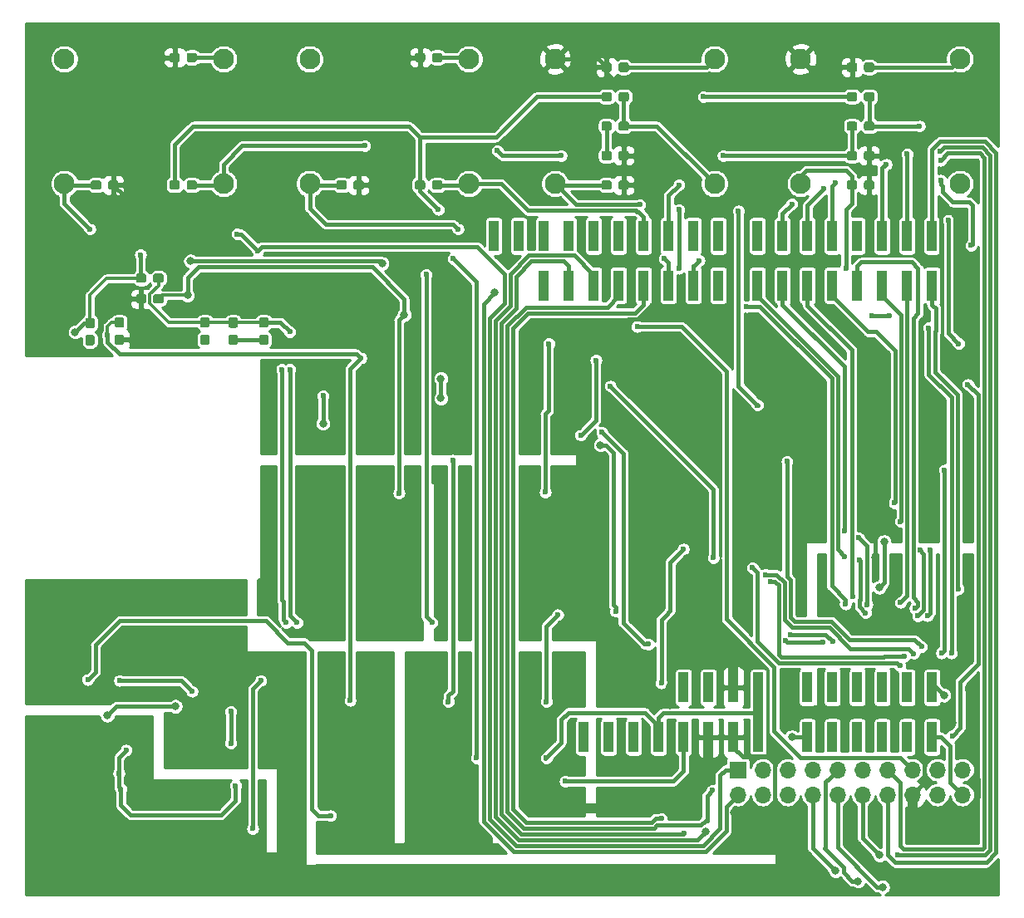
<source format=gbr>
G04 #@! TF.GenerationSoftware,KiCad,Pcbnew,(5.1.4)-1*
G04 #@! TF.CreationDate,2019-11-16T11:12:49+01:00*
G04 #@! TF.ProjectId,fpga_pedal,66706761-5f70-4656-9461-6c2e6b696361,rev?*
G04 #@! TF.SameCoordinates,Original*
G04 #@! TF.FileFunction,Copper,L2,Bot*
G04 #@! TF.FilePolarity,Positive*
%FSLAX46Y46*%
G04 Gerber Fmt 4.6, Leading zero omitted, Abs format (unit mm)*
G04 Created by KiCad (PCBNEW (5.1.4)-1) date 2019-11-16 11:12:49*
%MOMM*%
%LPD*%
G04 APERTURE LIST*
%ADD10C,0.100000*%
%ADD11C,0.950000*%
%ADD12O,1.700000X1.700000*%
%ADD13R,1.700000X1.700000*%
%ADD14R,1.000000X3.150000*%
%ADD15C,2.100000*%
%ADD16C,0.600000*%
%ADD17C,0.800000*%
%ADD18C,0.400000*%
%ADD19C,1.000000*%
%ADD20C,0.300000*%
%ADD21C,0.254000*%
G04 APERTURE END LIST*
D10*
G36*
X225685779Y-62726144D02*
G01*
X225708834Y-62729563D01*
X225731443Y-62735227D01*
X225753387Y-62743079D01*
X225774457Y-62753044D01*
X225794448Y-62765026D01*
X225813168Y-62778910D01*
X225830438Y-62794562D01*
X225846090Y-62811832D01*
X225859974Y-62830552D01*
X225871956Y-62850543D01*
X225881921Y-62871613D01*
X225889773Y-62893557D01*
X225895437Y-62916166D01*
X225898856Y-62939221D01*
X225900000Y-62962500D01*
X225900000Y-63437500D01*
X225898856Y-63460779D01*
X225895437Y-63483834D01*
X225889773Y-63506443D01*
X225881921Y-63528387D01*
X225871956Y-63549457D01*
X225859974Y-63569448D01*
X225846090Y-63588168D01*
X225830438Y-63605438D01*
X225813168Y-63621090D01*
X225794448Y-63634974D01*
X225774457Y-63646956D01*
X225753387Y-63656921D01*
X225731443Y-63664773D01*
X225708834Y-63670437D01*
X225685779Y-63673856D01*
X225662500Y-63675000D01*
X225087500Y-63675000D01*
X225064221Y-63673856D01*
X225041166Y-63670437D01*
X225018557Y-63664773D01*
X224996613Y-63656921D01*
X224975543Y-63646956D01*
X224955552Y-63634974D01*
X224936832Y-63621090D01*
X224919562Y-63605438D01*
X224903910Y-63588168D01*
X224890026Y-63569448D01*
X224878044Y-63549457D01*
X224868079Y-63528387D01*
X224860227Y-63506443D01*
X224854563Y-63483834D01*
X224851144Y-63460779D01*
X224850000Y-63437500D01*
X224850000Y-62962500D01*
X224851144Y-62939221D01*
X224854563Y-62916166D01*
X224860227Y-62893557D01*
X224868079Y-62871613D01*
X224878044Y-62850543D01*
X224890026Y-62830552D01*
X224903910Y-62811832D01*
X224919562Y-62794562D01*
X224936832Y-62778910D01*
X224955552Y-62765026D01*
X224975543Y-62753044D01*
X224996613Y-62743079D01*
X225018557Y-62735227D01*
X225041166Y-62729563D01*
X225064221Y-62726144D01*
X225087500Y-62725000D01*
X225662500Y-62725000D01*
X225685779Y-62726144D01*
X225685779Y-62726144D01*
G37*
D11*
X225375000Y-63200000D03*
D10*
G36*
X223935779Y-62726144D02*
G01*
X223958834Y-62729563D01*
X223981443Y-62735227D01*
X224003387Y-62743079D01*
X224024457Y-62753044D01*
X224044448Y-62765026D01*
X224063168Y-62778910D01*
X224080438Y-62794562D01*
X224096090Y-62811832D01*
X224109974Y-62830552D01*
X224121956Y-62850543D01*
X224131921Y-62871613D01*
X224139773Y-62893557D01*
X224145437Y-62916166D01*
X224148856Y-62939221D01*
X224150000Y-62962500D01*
X224150000Y-63437500D01*
X224148856Y-63460779D01*
X224145437Y-63483834D01*
X224139773Y-63506443D01*
X224131921Y-63528387D01*
X224121956Y-63549457D01*
X224109974Y-63569448D01*
X224096090Y-63588168D01*
X224080438Y-63605438D01*
X224063168Y-63621090D01*
X224044448Y-63634974D01*
X224024457Y-63646956D01*
X224003387Y-63656921D01*
X223981443Y-63664773D01*
X223958834Y-63670437D01*
X223935779Y-63673856D01*
X223912500Y-63675000D01*
X223337500Y-63675000D01*
X223314221Y-63673856D01*
X223291166Y-63670437D01*
X223268557Y-63664773D01*
X223246613Y-63656921D01*
X223225543Y-63646956D01*
X223205552Y-63634974D01*
X223186832Y-63621090D01*
X223169562Y-63605438D01*
X223153910Y-63588168D01*
X223140026Y-63569448D01*
X223128044Y-63549457D01*
X223118079Y-63528387D01*
X223110227Y-63506443D01*
X223104563Y-63483834D01*
X223101144Y-63460779D01*
X223100000Y-63437500D01*
X223100000Y-62962500D01*
X223101144Y-62939221D01*
X223104563Y-62916166D01*
X223110227Y-62893557D01*
X223118079Y-62871613D01*
X223128044Y-62850543D01*
X223140026Y-62830552D01*
X223153910Y-62811832D01*
X223169562Y-62794562D01*
X223186832Y-62778910D01*
X223205552Y-62765026D01*
X223225543Y-62753044D01*
X223246613Y-62743079D01*
X223268557Y-62735227D01*
X223291166Y-62729563D01*
X223314221Y-62726144D01*
X223337500Y-62725000D01*
X223912500Y-62725000D01*
X223935779Y-62726144D01*
X223935779Y-62726144D01*
G37*
D11*
X223625000Y-63200000D03*
D12*
X234860000Y-131340000D03*
X234860000Y-128800000D03*
X232320000Y-131340000D03*
X232320000Y-128800000D03*
X229780000Y-131340000D03*
X229780000Y-128800000D03*
X227240000Y-131340000D03*
X227240000Y-128800000D03*
X224700000Y-131340000D03*
X224700000Y-128800000D03*
X222160000Y-131340000D03*
X222160000Y-128800000D03*
X219620000Y-131340000D03*
X219620000Y-128800000D03*
X217080000Y-131340000D03*
X217080000Y-128800000D03*
X214540000Y-131340000D03*
X214540000Y-128800000D03*
X212000000Y-131340000D03*
D13*
X212000000Y-128800000D03*
D14*
X196310000Y-125455000D03*
X211550000Y-120405000D03*
X214090000Y-125455000D03*
X206470000Y-120405000D03*
X211550000Y-125455000D03*
X214090000Y-120405000D03*
X201390000Y-125455000D03*
X209010000Y-120405000D03*
X206470000Y-125455000D03*
X198850000Y-125455000D03*
X203930000Y-125455000D03*
X209010000Y-125455000D03*
X221630000Y-125455000D03*
X229250000Y-125455000D03*
X231790000Y-125455000D03*
X219090000Y-120405000D03*
X226710000Y-125455000D03*
X231790000Y-120405000D03*
X229250000Y-120405000D03*
X224170000Y-125455000D03*
X224170000Y-120405000D03*
X226710000Y-120405000D03*
X219090000Y-125455000D03*
X221630000Y-120405000D03*
X199850000Y-79445000D03*
X202390000Y-74395000D03*
X207470000Y-74395000D03*
X210010000Y-79445000D03*
X187150000Y-74395000D03*
X194770000Y-74395000D03*
X192230000Y-79445000D03*
X207470000Y-79445000D03*
X202390000Y-79445000D03*
X204930000Y-74395000D03*
X189690000Y-74395000D03*
X197310000Y-74395000D03*
X199850000Y-74395000D03*
X194770000Y-79445000D03*
X204930000Y-79445000D03*
X197310000Y-79445000D03*
X210010000Y-74395000D03*
X192230000Y-74395000D03*
X224170000Y-79445000D03*
X231790000Y-74395000D03*
X229250000Y-79445000D03*
X231790000Y-79445000D03*
X221630000Y-74395000D03*
X224170000Y-74395000D03*
X226710000Y-79445000D03*
X229250000Y-74395000D03*
X226710000Y-74395000D03*
X214010000Y-74395000D03*
X216550000Y-79445000D03*
X216550000Y-74395000D03*
X219090000Y-79445000D03*
X219090000Y-74395000D03*
X221630000Y-79445000D03*
X214010000Y-79445000D03*
D10*
G36*
X153285779Y-80326144D02*
G01*
X153308834Y-80329563D01*
X153331443Y-80335227D01*
X153353387Y-80343079D01*
X153374457Y-80353044D01*
X153394448Y-80365026D01*
X153413168Y-80378910D01*
X153430438Y-80394562D01*
X153446090Y-80411832D01*
X153459974Y-80430552D01*
X153471956Y-80450543D01*
X153481921Y-80471613D01*
X153489773Y-80493557D01*
X153495437Y-80516166D01*
X153498856Y-80539221D01*
X153500000Y-80562500D01*
X153500000Y-81037500D01*
X153498856Y-81060779D01*
X153495437Y-81083834D01*
X153489773Y-81106443D01*
X153481921Y-81128387D01*
X153471956Y-81149457D01*
X153459974Y-81169448D01*
X153446090Y-81188168D01*
X153430438Y-81205438D01*
X153413168Y-81221090D01*
X153394448Y-81234974D01*
X153374457Y-81246956D01*
X153353387Y-81256921D01*
X153331443Y-81264773D01*
X153308834Y-81270437D01*
X153285779Y-81273856D01*
X153262500Y-81275000D01*
X152687500Y-81275000D01*
X152664221Y-81273856D01*
X152641166Y-81270437D01*
X152618557Y-81264773D01*
X152596613Y-81256921D01*
X152575543Y-81246956D01*
X152555552Y-81234974D01*
X152536832Y-81221090D01*
X152519562Y-81205438D01*
X152503910Y-81188168D01*
X152490026Y-81169448D01*
X152478044Y-81149457D01*
X152468079Y-81128387D01*
X152460227Y-81106443D01*
X152454563Y-81083834D01*
X152451144Y-81060779D01*
X152450000Y-81037500D01*
X152450000Y-80562500D01*
X152451144Y-80539221D01*
X152454563Y-80516166D01*
X152460227Y-80493557D01*
X152468079Y-80471613D01*
X152478044Y-80450543D01*
X152490026Y-80430552D01*
X152503910Y-80411832D01*
X152519562Y-80394562D01*
X152536832Y-80378910D01*
X152555552Y-80365026D01*
X152575543Y-80353044D01*
X152596613Y-80343079D01*
X152618557Y-80335227D01*
X152641166Y-80329563D01*
X152664221Y-80326144D01*
X152687500Y-80325000D01*
X153262500Y-80325000D01*
X153285779Y-80326144D01*
X153285779Y-80326144D01*
G37*
D11*
X152975000Y-80800000D03*
D10*
G36*
X151535779Y-80326144D02*
G01*
X151558834Y-80329563D01*
X151581443Y-80335227D01*
X151603387Y-80343079D01*
X151624457Y-80353044D01*
X151644448Y-80365026D01*
X151663168Y-80378910D01*
X151680438Y-80394562D01*
X151696090Y-80411832D01*
X151709974Y-80430552D01*
X151721956Y-80450543D01*
X151731921Y-80471613D01*
X151739773Y-80493557D01*
X151745437Y-80516166D01*
X151748856Y-80539221D01*
X151750000Y-80562500D01*
X151750000Y-81037500D01*
X151748856Y-81060779D01*
X151745437Y-81083834D01*
X151739773Y-81106443D01*
X151731921Y-81128387D01*
X151721956Y-81149457D01*
X151709974Y-81169448D01*
X151696090Y-81188168D01*
X151680438Y-81205438D01*
X151663168Y-81221090D01*
X151644448Y-81234974D01*
X151624457Y-81246956D01*
X151603387Y-81256921D01*
X151581443Y-81264773D01*
X151558834Y-81270437D01*
X151535779Y-81273856D01*
X151512500Y-81275000D01*
X150937500Y-81275000D01*
X150914221Y-81273856D01*
X150891166Y-81270437D01*
X150868557Y-81264773D01*
X150846613Y-81256921D01*
X150825543Y-81246956D01*
X150805552Y-81234974D01*
X150786832Y-81221090D01*
X150769562Y-81205438D01*
X150753910Y-81188168D01*
X150740026Y-81169448D01*
X150728044Y-81149457D01*
X150718079Y-81128387D01*
X150710227Y-81106443D01*
X150704563Y-81083834D01*
X150701144Y-81060779D01*
X150700000Y-81037500D01*
X150700000Y-80562500D01*
X150701144Y-80539221D01*
X150704563Y-80516166D01*
X150710227Y-80493557D01*
X150718079Y-80471613D01*
X150728044Y-80450543D01*
X150740026Y-80430552D01*
X150753910Y-80411832D01*
X150769562Y-80394562D01*
X150786832Y-80378910D01*
X150805552Y-80365026D01*
X150825543Y-80353044D01*
X150846613Y-80343079D01*
X150868557Y-80335227D01*
X150891166Y-80329563D01*
X150914221Y-80326144D01*
X150937500Y-80325000D01*
X151512500Y-80325000D01*
X151535779Y-80326144D01*
X151535779Y-80326144D01*
G37*
D11*
X151225000Y-80800000D03*
D10*
G36*
X146260779Y-84491144D02*
G01*
X146283834Y-84494563D01*
X146306443Y-84500227D01*
X146328387Y-84508079D01*
X146349457Y-84518044D01*
X146369448Y-84530026D01*
X146388168Y-84543910D01*
X146405438Y-84559562D01*
X146421090Y-84576832D01*
X146434974Y-84595552D01*
X146446956Y-84615543D01*
X146456921Y-84636613D01*
X146464773Y-84658557D01*
X146470437Y-84681166D01*
X146473856Y-84704221D01*
X146475000Y-84727500D01*
X146475000Y-85302500D01*
X146473856Y-85325779D01*
X146470437Y-85348834D01*
X146464773Y-85371443D01*
X146456921Y-85393387D01*
X146446956Y-85414457D01*
X146434974Y-85434448D01*
X146421090Y-85453168D01*
X146405438Y-85470438D01*
X146388168Y-85486090D01*
X146369448Y-85499974D01*
X146349457Y-85511956D01*
X146328387Y-85521921D01*
X146306443Y-85529773D01*
X146283834Y-85535437D01*
X146260779Y-85538856D01*
X146237500Y-85540000D01*
X145762500Y-85540000D01*
X145739221Y-85538856D01*
X145716166Y-85535437D01*
X145693557Y-85529773D01*
X145671613Y-85521921D01*
X145650543Y-85511956D01*
X145630552Y-85499974D01*
X145611832Y-85486090D01*
X145594562Y-85470438D01*
X145578910Y-85453168D01*
X145565026Y-85434448D01*
X145553044Y-85414457D01*
X145543079Y-85393387D01*
X145535227Y-85371443D01*
X145529563Y-85348834D01*
X145526144Y-85325779D01*
X145525000Y-85302500D01*
X145525000Y-84727500D01*
X145526144Y-84704221D01*
X145529563Y-84681166D01*
X145535227Y-84658557D01*
X145543079Y-84636613D01*
X145553044Y-84615543D01*
X145565026Y-84595552D01*
X145578910Y-84576832D01*
X145594562Y-84559562D01*
X145611832Y-84543910D01*
X145630552Y-84530026D01*
X145650543Y-84518044D01*
X145671613Y-84508079D01*
X145693557Y-84500227D01*
X145716166Y-84494563D01*
X145739221Y-84491144D01*
X145762500Y-84490000D01*
X146237500Y-84490000D01*
X146260779Y-84491144D01*
X146260779Y-84491144D01*
G37*
D11*
X146000000Y-85015000D03*
D10*
G36*
X146260779Y-82741144D02*
G01*
X146283834Y-82744563D01*
X146306443Y-82750227D01*
X146328387Y-82758079D01*
X146349457Y-82768044D01*
X146369448Y-82780026D01*
X146388168Y-82793910D01*
X146405438Y-82809562D01*
X146421090Y-82826832D01*
X146434974Y-82845552D01*
X146446956Y-82865543D01*
X146456921Y-82886613D01*
X146464773Y-82908557D01*
X146470437Y-82931166D01*
X146473856Y-82954221D01*
X146475000Y-82977500D01*
X146475000Y-83552500D01*
X146473856Y-83575779D01*
X146470437Y-83598834D01*
X146464773Y-83621443D01*
X146456921Y-83643387D01*
X146446956Y-83664457D01*
X146434974Y-83684448D01*
X146421090Y-83703168D01*
X146405438Y-83720438D01*
X146388168Y-83736090D01*
X146369448Y-83749974D01*
X146349457Y-83761956D01*
X146328387Y-83771921D01*
X146306443Y-83779773D01*
X146283834Y-83785437D01*
X146260779Y-83788856D01*
X146237500Y-83790000D01*
X145762500Y-83790000D01*
X145739221Y-83788856D01*
X145716166Y-83785437D01*
X145693557Y-83779773D01*
X145671613Y-83771921D01*
X145650543Y-83761956D01*
X145630552Y-83749974D01*
X145611832Y-83736090D01*
X145594562Y-83720438D01*
X145578910Y-83703168D01*
X145565026Y-83684448D01*
X145553044Y-83664457D01*
X145543079Y-83643387D01*
X145535227Y-83621443D01*
X145529563Y-83598834D01*
X145526144Y-83575779D01*
X145525000Y-83552500D01*
X145525000Y-82977500D01*
X145526144Y-82954221D01*
X145529563Y-82931166D01*
X145535227Y-82908557D01*
X145543079Y-82886613D01*
X145553044Y-82865543D01*
X145565026Y-82845552D01*
X145578910Y-82826832D01*
X145594562Y-82809562D01*
X145611832Y-82793910D01*
X145630552Y-82780026D01*
X145650543Y-82768044D01*
X145671613Y-82758079D01*
X145693557Y-82750227D01*
X145716166Y-82744563D01*
X145739221Y-82741144D01*
X145762500Y-82740000D01*
X146237500Y-82740000D01*
X146260779Y-82741144D01*
X146260779Y-82741144D01*
G37*
D11*
X146000000Y-83265000D03*
D10*
G36*
X157960779Y-84441144D02*
G01*
X157983834Y-84444563D01*
X158006443Y-84450227D01*
X158028387Y-84458079D01*
X158049457Y-84468044D01*
X158069448Y-84480026D01*
X158088168Y-84493910D01*
X158105438Y-84509562D01*
X158121090Y-84526832D01*
X158134974Y-84545552D01*
X158146956Y-84565543D01*
X158156921Y-84586613D01*
X158164773Y-84608557D01*
X158170437Y-84631166D01*
X158173856Y-84654221D01*
X158175000Y-84677500D01*
X158175000Y-85252500D01*
X158173856Y-85275779D01*
X158170437Y-85298834D01*
X158164773Y-85321443D01*
X158156921Y-85343387D01*
X158146956Y-85364457D01*
X158134974Y-85384448D01*
X158121090Y-85403168D01*
X158105438Y-85420438D01*
X158088168Y-85436090D01*
X158069448Y-85449974D01*
X158049457Y-85461956D01*
X158028387Y-85471921D01*
X158006443Y-85479773D01*
X157983834Y-85485437D01*
X157960779Y-85488856D01*
X157937500Y-85490000D01*
X157462500Y-85490000D01*
X157439221Y-85488856D01*
X157416166Y-85485437D01*
X157393557Y-85479773D01*
X157371613Y-85471921D01*
X157350543Y-85461956D01*
X157330552Y-85449974D01*
X157311832Y-85436090D01*
X157294562Y-85420438D01*
X157278910Y-85403168D01*
X157265026Y-85384448D01*
X157253044Y-85364457D01*
X157243079Y-85343387D01*
X157235227Y-85321443D01*
X157229563Y-85298834D01*
X157226144Y-85275779D01*
X157225000Y-85252500D01*
X157225000Y-84677500D01*
X157226144Y-84654221D01*
X157229563Y-84631166D01*
X157235227Y-84608557D01*
X157243079Y-84586613D01*
X157253044Y-84565543D01*
X157265026Y-84545552D01*
X157278910Y-84526832D01*
X157294562Y-84509562D01*
X157311832Y-84493910D01*
X157330552Y-84480026D01*
X157350543Y-84468044D01*
X157371613Y-84458079D01*
X157393557Y-84450227D01*
X157416166Y-84444563D01*
X157439221Y-84441144D01*
X157462500Y-84440000D01*
X157937500Y-84440000D01*
X157960779Y-84441144D01*
X157960779Y-84441144D01*
G37*
D11*
X157700000Y-84965000D03*
D10*
G36*
X157960779Y-82691144D02*
G01*
X157983834Y-82694563D01*
X158006443Y-82700227D01*
X158028387Y-82708079D01*
X158049457Y-82718044D01*
X158069448Y-82730026D01*
X158088168Y-82743910D01*
X158105438Y-82759562D01*
X158121090Y-82776832D01*
X158134974Y-82795552D01*
X158146956Y-82815543D01*
X158156921Y-82836613D01*
X158164773Y-82858557D01*
X158170437Y-82881166D01*
X158173856Y-82904221D01*
X158175000Y-82927500D01*
X158175000Y-83502500D01*
X158173856Y-83525779D01*
X158170437Y-83548834D01*
X158164773Y-83571443D01*
X158156921Y-83593387D01*
X158146956Y-83614457D01*
X158134974Y-83634448D01*
X158121090Y-83653168D01*
X158105438Y-83670438D01*
X158088168Y-83686090D01*
X158069448Y-83699974D01*
X158049457Y-83711956D01*
X158028387Y-83721921D01*
X158006443Y-83729773D01*
X157983834Y-83735437D01*
X157960779Y-83738856D01*
X157937500Y-83740000D01*
X157462500Y-83740000D01*
X157439221Y-83738856D01*
X157416166Y-83735437D01*
X157393557Y-83729773D01*
X157371613Y-83721921D01*
X157350543Y-83711956D01*
X157330552Y-83699974D01*
X157311832Y-83686090D01*
X157294562Y-83670438D01*
X157278910Y-83653168D01*
X157265026Y-83634448D01*
X157253044Y-83614457D01*
X157243079Y-83593387D01*
X157235227Y-83571443D01*
X157229563Y-83548834D01*
X157226144Y-83525779D01*
X157225000Y-83502500D01*
X157225000Y-82927500D01*
X157226144Y-82904221D01*
X157229563Y-82881166D01*
X157235227Y-82858557D01*
X157243079Y-82836613D01*
X157253044Y-82815543D01*
X157265026Y-82795552D01*
X157278910Y-82776832D01*
X157294562Y-82759562D01*
X157311832Y-82743910D01*
X157330552Y-82730026D01*
X157350543Y-82718044D01*
X157371613Y-82708079D01*
X157393557Y-82700227D01*
X157416166Y-82694563D01*
X157439221Y-82691144D01*
X157462500Y-82690000D01*
X157937500Y-82690000D01*
X157960779Y-82691144D01*
X157960779Y-82691144D01*
G37*
D11*
X157700000Y-83215000D03*
D10*
G36*
X163960779Y-84441144D02*
G01*
X163983834Y-84444563D01*
X164006443Y-84450227D01*
X164028387Y-84458079D01*
X164049457Y-84468044D01*
X164069448Y-84480026D01*
X164088168Y-84493910D01*
X164105438Y-84509562D01*
X164121090Y-84526832D01*
X164134974Y-84545552D01*
X164146956Y-84565543D01*
X164156921Y-84586613D01*
X164164773Y-84608557D01*
X164170437Y-84631166D01*
X164173856Y-84654221D01*
X164175000Y-84677500D01*
X164175000Y-85252500D01*
X164173856Y-85275779D01*
X164170437Y-85298834D01*
X164164773Y-85321443D01*
X164156921Y-85343387D01*
X164146956Y-85364457D01*
X164134974Y-85384448D01*
X164121090Y-85403168D01*
X164105438Y-85420438D01*
X164088168Y-85436090D01*
X164069448Y-85449974D01*
X164049457Y-85461956D01*
X164028387Y-85471921D01*
X164006443Y-85479773D01*
X163983834Y-85485437D01*
X163960779Y-85488856D01*
X163937500Y-85490000D01*
X163462500Y-85490000D01*
X163439221Y-85488856D01*
X163416166Y-85485437D01*
X163393557Y-85479773D01*
X163371613Y-85471921D01*
X163350543Y-85461956D01*
X163330552Y-85449974D01*
X163311832Y-85436090D01*
X163294562Y-85420438D01*
X163278910Y-85403168D01*
X163265026Y-85384448D01*
X163253044Y-85364457D01*
X163243079Y-85343387D01*
X163235227Y-85321443D01*
X163229563Y-85298834D01*
X163226144Y-85275779D01*
X163225000Y-85252500D01*
X163225000Y-84677500D01*
X163226144Y-84654221D01*
X163229563Y-84631166D01*
X163235227Y-84608557D01*
X163243079Y-84586613D01*
X163253044Y-84565543D01*
X163265026Y-84545552D01*
X163278910Y-84526832D01*
X163294562Y-84509562D01*
X163311832Y-84493910D01*
X163330552Y-84480026D01*
X163350543Y-84468044D01*
X163371613Y-84458079D01*
X163393557Y-84450227D01*
X163416166Y-84444563D01*
X163439221Y-84441144D01*
X163462500Y-84440000D01*
X163937500Y-84440000D01*
X163960779Y-84441144D01*
X163960779Y-84441144D01*
G37*
D11*
X163700000Y-84965000D03*
D10*
G36*
X163960779Y-82691144D02*
G01*
X163983834Y-82694563D01*
X164006443Y-82700227D01*
X164028387Y-82708079D01*
X164049457Y-82718044D01*
X164069448Y-82730026D01*
X164088168Y-82743910D01*
X164105438Y-82759562D01*
X164121090Y-82776832D01*
X164134974Y-82795552D01*
X164146956Y-82815543D01*
X164156921Y-82836613D01*
X164164773Y-82858557D01*
X164170437Y-82881166D01*
X164173856Y-82904221D01*
X164175000Y-82927500D01*
X164175000Y-83502500D01*
X164173856Y-83525779D01*
X164170437Y-83548834D01*
X164164773Y-83571443D01*
X164156921Y-83593387D01*
X164146956Y-83614457D01*
X164134974Y-83634448D01*
X164121090Y-83653168D01*
X164105438Y-83670438D01*
X164088168Y-83686090D01*
X164069448Y-83699974D01*
X164049457Y-83711956D01*
X164028387Y-83721921D01*
X164006443Y-83729773D01*
X163983834Y-83735437D01*
X163960779Y-83738856D01*
X163937500Y-83740000D01*
X163462500Y-83740000D01*
X163439221Y-83738856D01*
X163416166Y-83735437D01*
X163393557Y-83729773D01*
X163371613Y-83721921D01*
X163350543Y-83711956D01*
X163330552Y-83699974D01*
X163311832Y-83686090D01*
X163294562Y-83670438D01*
X163278910Y-83653168D01*
X163265026Y-83634448D01*
X163253044Y-83614457D01*
X163243079Y-83593387D01*
X163235227Y-83571443D01*
X163229563Y-83548834D01*
X163226144Y-83525779D01*
X163225000Y-83502500D01*
X163225000Y-82927500D01*
X163226144Y-82904221D01*
X163229563Y-82881166D01*
X163235227Y-82858557D01*
X163243079Y-82836613D01*
X163253044Y-82815543D01*
X163265026Y-82795552D01*
X163278910Y-82776832D01*
X163294562Y-82759562D01*
X163311832Y-82743910D01*
X163330552Y-82730026D01*
X163350543Y-82718044D01*
X163371613Y-82708079D01*
X163393557Y-82700227D01*
X163416166Y-82694563D01*
X163439221Y-82691144D01*
X163462500Y-82690000D01*
X163937500Y-82690000D01*
X163960779Y-82691144D01*
X163960779Y-82691144D01*
G37*
D11*
X163700000Y-83215000D03*
D10*
G36*
X153285779Y-78226144D02*
G01*
X153308834Y-78229563D01*
X153331443Y-78235227D01*
X153353387Y-78243079D01*
X153374457Y-78253044D01*
X153394448Y-78265026D01*
X153413168Y-78278910D01*
X153430438Y-78294562D01*
X153446090Y-78311832D01*
X153459974Y-78330552D01*
X153471956Y-78350543D01*
X153481921Y-78371613D01*
X153489773Y-78393557D01*
X153495437Y-78416166D01*
X153498856Y-78439221D01*
X153500000Y-78462500D01*
X153500000Y-78937500D01*
X153498856Y-78960779D01*
X153495437Y-78983834D01*
X153489773Y-79006443D01*
X153481921Y-79028387D01*
X153471956Y-79049457D01*
X153459974Y-79069448D01*
X153446090Y-79088168D01*
X153430438Y-79105438D01*
X153413168Y-79121090D01*
X153394448Y-79134974D01*
X153374457Y-79146956D01*
X153353387Y-79156921D01*
X153331443Y-79164773D01*
X153308834Y-79170437D01*
X153285779Y-79173856D01*
X153262500Y-79175000D01*
X152687500Y-79175000D01*
X152664221Y-79173856D01*
X152641166Y-79170437D01*
X152618557Y-79164773D01*
X152596613Y-79156921D01*
X152575543Y-79146956D01*
X152555552Y-79134974D01*
X152536832Y-79121090D01*
X152519562Y-79105438D01*
X152503910Y-79088168D01*
X152490026Y-79069448D01*
X152478044Y-79049457D01*
X152468079Y-79028387D01*
X152460227Y-79006443D01*
X152454563Y-78983834D01*
X152451144Y-78960779D01*
X152450000Y-78937500D01*
X152450000Y-78462500D01*
X152451144Y-78439221D01*
X152454563Y-78416166D01*
X152460227Y-78393557D01*
X152468079Y-78371613D01*
X152478044Y-78350543D01*
X152490026Y-78330552D01*
X152503910Y-78311832D01*
X152519562Y-78294562D01*
X152536832Y-78278910D01*
X152555552Y-78265026D01*
X152575543Y-78253044D01*
X152596613Y-78243079D01*
X152618557Y-78235227D01*
X152641166Y-78229563D01*
X152664221Y-78226144D01*
X152687500Y-78225000D01*
X153262500Y-78225000D01*
X153285779Y-78226144D01*
X153285779Y-78226144D01*
G37*
D11*
X152975000Y-78700000D03*
D10*
G36*
X151535779Y-78226144D02*
G01*
X151558834Y-78229563D01*
X151581443Y-78235227D01*
X151603387Y-78243079D01*
X151624457Y-78253044D01*
X151644448Y-78265026D01*
X151663168Y-78278910D01*
X151680438Y-78294562D01*
X151696090Y-78311832D01*
X151709974Y-78330552D01*
X151721956Y-78350543D01*
X151731921Y-78371613D01*
X151739773Y-78393557D01*
X151745437Y-78416166D01*
X151748856Y-78439221D01*
X151750000Y-78462500D01*
X151750000Y-78937500D01*
X151748856Y-78960779D01*
X151745437Y-78983834D01*
X151739773Y-79006443D01*
X151731921Y-79028387D01*
X151721956Y-79049457D01*
X151709974Y-79069448D01*
X151696090Y-79088168D01*
X151680438Y-79105438D01*
X151663168Y-79121090D01*
X151644448Y-79134974D01*
X151624457Y-79146956D01*
X151603387Y-79156921D01*
X151581443Y-79164773D01*
X151558834Y-79170437D01*
X151535779Y-79173856D01*
X151512500Y-79175000D01*
X150937500Y-79175000D01*
X150914221Y-79173856D01*
X150891166Y-79170437D01*
X150868557Y-79164773D01*
X150846613Y-79156921D01*
X150825543Y-79146956D01*
X150805552Y-79134974D01*
X150786832Y-79121090D01*
X150769562Y-79105438D01*
X150753910Y-79088168D01*
X150740026Y-79069448D01*
X150728044Y-79049457D01*
X150718079Y-79028387D01*
X150710227Y-79006443D01*
X150704563Y-78983834D01*
X150701144Y-78960779D01*
X150700000Y-78937500D01*
X150700000Y-78462500D01*
X150701144Y-78439221D01*
X150704563Y-78416166D01*
X150710227Y-78393557D01*
X150718079Y-78371613D01*
X150728044Y-78350543D01*
X150740026Y-78330552D01*
X150753910Y-78311832D01*
X150769562Y-78294562D01*
X150786832Y-78278910D01*
X150805552Y-78265026D01*
X150825543Y-78253044D01*
X150846613Y-78243079D01*
X150868557Y-78235227D01*
X150891166Y-78229563D01*
X150914221Y-78226144D01*
X150937500Y-78225000D01*
X151512500Y-78225000D01*
X151535779Y-78226144D01*
X151535779Y-78226144D01*
G37*
D11*
X151225000Y-78700000D03*
D10*
G36*
X160860779Y-84451144D02*
G01*
X160883834Y-84454563D01*
X160906443Y-84460227D01*
X160928387Y-84468079D01*
X160949457Y-84478044D01*
X160969448Y-84490026D01*
X160988168Y-84503910D01*
X161005438Y-84519562D01*
X161021090Y-84536832D01*
X161034974Y-84555552D01*
X161046956Y-84575543D01*
X161056921Y-84596613D01*
X161064773Y-84618557D01*
X161070437Y-84641166D01*
X161073856Y-84664221D01*
X161075000Y-84687500D01*
X161075000Y-85262500D01*
X161073856Y-85285779D01*
X161070437Y-85308834D01*
X161064773Y-85331443D01*
X161056921Y-85353387D01*
X161046956Y-85374457D01*
X161034974Y-85394448D01*
X161021090Y-85413168D01*
X161005438Y-85430438D01*
X160988168Y-85446090D01*
X160969448Y-85459974D01*
X160949457Y-85471956D01*
X160928387Y-85481921D01*
X160906443Y-85489773D01*
X160883834Y-85495437D01*
X160860779Y-85498856D01*
X160837500Y-85500000D01*
X160362500Y-85500000D01*
X160339221Y-85498856D01*
X160316166Y-85495437D01*
X160293557Y-85489773D01*
X160271613Y-85481921D01*
X160250543Y-85471956D01*
X160230552Y-85459974D01*
X160211832Y-85446090D01*
X160194562Y-85430438D01*
X160178910Y-85413168D01*
X160165026Y-85394448D01*
X160153044Y-85374457D01*
X160143079Y-85353387D01*
X160135227Y-85331443D01*
X160129563Y-85308834D01*
X160126144Y-85285779D01*
X160125000Y-85262500D01*
X160125000Y-84687500D01*
X160126144Y-84664221D01*
X160129563Y-84641166D01*
X160135227Y-84618557D01*
X160143079Y-84596613D01*
X160153044Y-84575543D01*
X160165026Y-84555552D01*
X160178910Y-84536832D01*
X160194562Y-84519562D01*
X160211832Y-84503910D01*
X160230552Y-84490026D01*
X160250543Y-84478044D01*
X160271613Y-84468079D01*
X160293557Y-84460227D01*
X160316166Y-84454563D01*
X160339221Y-84451144D01*
X160362500Y-84450000D01*
X160837500Y-84450000D01*
X160860779Y-84451144D01*
X160860779Y-84451144D01*
G37*
D11*
X160600000Y-84975000D03*
D10*
G36*
X160860779Y-82701144D02*
G01*
X160883834Y-82704563D01*
X160906443Y-82710227D01*
X160928387Y-82718079D01*
X160949457Y-82728044D01*
X160969448Y-82740026D01*
X160988168Y-82753910D01*
X161005438Y-82769562D01*
X161021090Y-82786832D01*
X161034974Y-82805552D01*
X161046956Y-82825543D01*
X161056921Y-82846613D01*
X161064773Y-82868557D01*
X161070437Y-82891166D01*
X161073856Y-82914221D01*
X161075000Y-82937500D01*
X161075000Y-83512500D01*
X161073856Y-83535779D01*
X161070437Y-83558834D01*
X161064773Y-83581443D01*
X161056921Y-83603387D01*
X161046956Y-83624457D01*
X161034974Y-83644448D01*
X161021090Y-83663168D01*
X161005438Y-83680438D01*
X160988168Y-83696090D01*
X160969448Y-83709974D01*
X160949457Y-83721956D01*
X160928387Y-83731921D01*
X160906443Y-83739773D01*
X160883834Y-83745437D01*
X160860779Y-83748856D01*
X160837500Y-83750000D01*
X160362500Y-83750000D01*
X160339221Y-83748856D01*
X160316166Y-83745437D01*
X160293557Y-83739773D01*
X160271613Y-83731921D01*
X160250543Y-83721956D01*
X160230552Y-83709974D01*
X160211832Y-83696090D01*
X160194562Y-83680438D01*
X160178910Y-83663168D01*
X160165026Y-83644448D01*
X160153044Y-83624457D01*
X160143079Y-83603387D01*
X160135227Y-83581443D01*
X160129563Y-83558834D01*
X160126144Y-83535779D01*
X160125000Y-83512500D01*
X160125000Y-82937500D01*
X160126144Y-82914221D01*
X160129563Y-82891166D01*
X160135227Y-82868557D01*
X160143079Y-82846613D01*
X160153044Y-82825543D01*
X160165026Y-82805552D01*
X160178910Y-82786832D01*
X160194562Y-82769562D01*
X160211832Y-82753910D01*
X160230552Y-82740026D01*
X160250543Y-82728044D01*
X160271613Y-82718079D01*
X160293557Y-82710227D01*
X160316166Y-82704563D01*
X160339221Y-82701144D01*
X160362500Y-82700000D01*
X160837500Y-82700000D01*
X160860779Y-82701144D01*
X160860779Y-82701144D01*
G37*
D11*
X160600000Y-83225000D03*
D10*
G36*
X149260779Y-82691144D02*
G01*
X149283834Y-82694563D01*
X149306443Y-82700227D01*
X149328387Y-82708079D01*
X149349457Y-82718044D01*
X149369448Y-82730026D01*
X149388168Y-82743910D01*
X149405438Y-82759562D01*
X149421090Y-82776832D01*
X149434974Y-82795552D01*
X149446956Y-82815543D01*
X149456921Y-82836613D01*
X149464773Y-82858557D01*
X149470437Y-82881166D01*
X149473856Y-82904221D01*
X149475000Y-82927500D01*
X149475000Y-83502500D01*
X149473856Y-83525779D01*
X149470437Y-83548834D01*
X149464773Y-83571443D01*
X149456921Y-83593387D01*
X149446956Y-83614457D01*
X149434974Y-83634448D01*
X149421090Y-83653168D01*
X149405438Y-83670438D01*
X149388168Y-83686090D01*
X149369448Y-83699974D01*
X149349457Y-83711956D01*
X149328387Y-83721921D01*
X149306443Y-83729773D01*
X149283834Y-83735437D01*
X149260779Y-83738856D01*
X149237500Y-83740000D01*
X148762500Y-83740000D01*
X148739221Y-83738856D01*
X148716166Y-83735437D01*
X148693557Y-83729773D01*
X148671613Y-83721921D01*
X148650543Y-83711956D01*
X148630552Y-83699974D01*
X148611832Y-83686090D01*
X148594562Y-83670438D01*
X148578910Y-83653168D01*
X148565026Y-83634448D01*
X148553044Y-83614457D01*
X148543079Y-83593387D01*
X148535227Y-83571443D01*
X148529563Y-83548834D01*
X148526144Y-83525779D01*
X148525000Y-83502500D01*
X148525000Y-82927500D01*
X148526144Y-82904221D01*
X148529563Y-82881166D01*
X148535227Y-82858557D01*
X148543079Y-82836613D01*
X148553044Y-82815543D01*
X148565026Y-82795552D01*
X148578910Y-82776832D01*
X148594562Y-82759562D01*
X148611832Y-82743910D01*
X148630552Y-82730026D01*
X148650543Y-82718044D01*
X148671613Y-82708079D01*
X148693557Y-82700227D01*
X148716166Y-82694563D01*
X148739221Y-82691144D01*
X148762500Y-82690000D01*
X149237500Y-82690000D01*
X149260779Y-82691144D01*
X149260779Y-82691144D01*
G37*
D11*
X149000000Y-83215000D03*
D10*
G36*
X149260779Y-84441144D02*
G01*
X149283834Y-84444563D01*
X149306443Y-84450227D01*
X149328387Y-84458079D01*
X149349457Y-84468044D01*
X149369448Y-84480026D01*
X149388168Y-84493910D01*
X149405438Y-84509562D01*
X149421090Y-84526832D01*
X149434974Y-84545552D01*
X149446956Y-84565543D01*
X149456921Y-84586613D01*
X149464773Y-84608557D01*
X149470437Y-84631166D01*
X149473856Y-84654221D01*
X149475000Y-84677500D01*
X149475000Y-85252500D01*
X149473856Y-85275779D01*
X149470437Y-85298834D01*
X149464773Y-85321443D01*
X149456921Y-85343387D01*
X149446956Y-85364457D01*
X149434974Y-85384448D01*
X149421090Y-85403168D01*
X149405438Y-85420438D01*
X149388168Y-85436090D01*
X149369448Y-85449974D01*
X149349457Y-85461956D01*
X149328387Y-85471921D01*
X149306443Y-85479773D01*
X149283834Y-85485437D01*
X149260779Y-85488856D01*
X149237500Y-85490000D01*
X148762500Y-85490000D01*
X148739221Y-85488856D01*
X148716166Y-85485437D01*
X148693557Y-85479773D01*
X148671613Y-85471921D01*
X148650543Y-85461956D01*
X148630552Y-85449974D01*
X148611832Y-85436090D01*
X148594562Y-85420438D01*
X148578910Y-85403168D01*
X148565026Y-85384448D01*
X148553044Y-85364457D01*
X148543079Y-85343387D01*
X148535227Y-85321443D01*
X148529563Y-85298834D01*
X148526144Y-85275779D01*
X148525000Y-85252500D01*
X148525000Y-84677500D01*
X148526144Y-84654221D01*
X148529563Y-84631166D01*
X148535227Y-84608557D01*
X148543079Y-84586613D01*
X148553044Y-84565543D01*
X148565026Y-84545552D01*
X148578910Y-84526832D01*
X148594562Y-84509562D01*
X148611832Y-84493910D01*
X148630552Y-84480026D01*
X148650543Y-84468044D01*
X148671613Y-84458079D01*
X148693557Y-84450227D01*
X148716166Y-84444563D01*
X148739221Y-84441144D01*
X148762500Y-84440000D01*
X149237500Y-84440000D01*
X149260779Y-84441144D01*
X149260779Y-84441144D01*
G37*
D11*
X149000000Y-84965000D03*
D10*
G36*
X200685779Y-65726144D02*
G01*
X200708834Y-65729563D01*
X200731443Y-65735227D01*
X200753387Y-65743079D01*
X200774457Y-65753044D01*
X200794448Y-65765026D01*
X200813168Y-65778910D01*
X200830438Y-65794562D01*
X200846090Y-65811832D01*
X200859974Y-65830552D01*
X200871956Y-65850543D01*
X200881921Y-65871613D01*
X200889773Y-65893557D01*
X200895437Y-65916166D01*
X200898856Y-65939221D01*
X200900000Y-65962500D01*
X200900000Y-66437500D01*
X200898856Y-66460779D01*
X200895437Y-66483834D01*
X200889773Y-66506443D01*
X200881921Y-66528387D01*
X200871956Y-66549457D01*
X200859974Y-66569448D01*
X200846090Y-66588168D01*
X200830438Y-66605438D01*
X200813168Y-66621090D01*
X200794448Y-66634974D01*
X200774457Y-66646956D01*
X200753387Y-66656921D01*
X200731443Y-66664773D01*
X200708834Y-66670437D01*
X200685779Y-66673856D01*
X200662500Y-66675000D01*
X200087500Y-66675000D01*
X200064221Y-66673856D01*
X200041166Y-66670437D01*
X200018557Y-66664773D01*
X199996613Y-66656921D01*
X199975543Y-66646956D01*
X199955552Y-66634974D01*
X199936832Y-66621090D01*
X199919562Y-66605438D01*
X199903910Y-66588168D01*
X199890026Y-66569448D01*
X199878044Y-66549457D01*
X199868079Y-66528387D01*
X199860227Y-66506443D01*
X199854563Y-66483834D01*
X199851144Y-66460779D01*
X199850000Y-66437500D01*
X199850000Y-65962500D01*
X199851144Y-65939221D01*
X199854563Y-65916166D01*
X199860227Y-65893557D01*
X199868079Y-65871613D01*
X199878044Y-65850543D01*
X199890026Y-65830552D01*
X199903910Y-65811832D01*
X199919562Y-65794562D01*
X199936832Y-65778910D01*
X199955552Y-65765026D01*
X199975543Y-65753044D01*
X199996613Y-65743079D01*
X200018557Y-65735227D01*
X200041166Y-65729563D01*
X200064221Y-65726144D01*
X200087500Y-65725000D01*
X200662500Y-65725000D01*
X200685779Y-65726144D01*
X200685779Y-65726144D01*
G37*
D11*
X200375000Y-66200000D03*
D10*
G36*
X198935779Y-65726144D02*
G01*
X198958834Y-65729563D01*
X198981443Y-65735227D01*
X199003387Y-65743079D01*
X199024457Y-65753044D01*
X199044448Y-65765026D01*
X199063168Y-65778910D01*
X199080438Y-65794562D01*
X199096090Y-65811832D01*
X199109974Y-65830552D01*
X199121956Y-65850543D01*
X199131921Y-65871613D01*
X199139773Y-65893557D01*
X199145437Y-65916166D01*
X199148856Y-65939221D01*
X199150000Y-65962500D01*
X199150000Y-66437500D01*
X199148856Y-66460779D01*
X199145437Y-66483834D01*
X199139773Y-66506443D01*
X199131921Y-66528387D01*
X199121956Y-66549457D01*
X199109974Y-66569448D01*
X199096090Y-66588168D01*
X199080438Y-66605438D01*
X199063168Y-66621090D01*
X199044448Y-66634974D01*
X199024457Y-66646956D01*
X199003387Y-66656921D01*
X198981443Y-66664773D01*
X198958834Y-66670437D01*
X198935779Y-66673856D01*
X198912500Y-66675000D01*
X198337500Y-66675000D01*
X198314221Y-66673856D01*
X198291166Y-66670437D01*
X198268557Y-66664773D01*
X198246613Y-66656921D01*
X198225543Y-66646956D01*
X198205552Y-66634974D01*
X198186832Y-66621090D01*
X198169562Y-66605438D01*
X198153910Y-66588168D01*
X198140026Y-66569448D01*
X198128044Y-66549457D01*
X198118079Y-66528387D01*
X198110227Y-66506443D01*
X198104563Y-66483834D01*
X198101144Y-66460779D01*
X198100000Y-66437500D01*
X198100000Y-65962500D01*
X198101144Y-65939221D01*
X198104563Y-65916166D01*
X198110227Y-65893557D01*
X198118079Y-65871613D01*
X198128044Y-65850543D01*
X198140026Y-65830552D01*
X198153910Y-65811832D01*
X198169562Y-65794562D01*
X198186832Y-65778910D01*
X198205552Y-65765026D01*
X198225543Y-65753044D01*
X198246613Y-65743079D01*
X198268557Y-65735227D01*
X198291166Y-65729563D01*
X198314221Y-65726144D01*
X198337500Y-65725000D01*
X198912500Y-65725000D01*
X198935779Y-65726144D01*
X198935779Y-65726144D01*
G37*
D11*
X198625000Y-66200000D03*
D10*
G36*
X223935779Y-65726144D02*
G01*
X223958834Y-65729563D01*
X223981443Y-65735227D01*
X224003387Y-65743079D01*
X224024457Y-65753044D01*
X224044448Y-65765026D01*
X224063168Y-65778910D01*
X224080438Y-65794562D01*
X224096090Y-65811832D01*
X224109974Y-65830552D01*
X224121956Y-65850543D01*
X224131921Y-65871613D01*
X224139773Y-65893557D01*
X224145437Y-65916166D01*
X224148856Y-65939221D01*
X224150000Y-65962500D01*
X224150000Y-66437500D01*
X224148856Y-66460779D01*
X224145437Y-66483834D01*
X224139773Y-66506443D01*
X224131921Y-66528387D01*
X224121956Y-66549457D01*
X224109974Y-66569448D01*
X224096090Y-66588168D01*
X224080438Y-66605438D01*
X224063168Y-66621090D01*
X224044448Y-66634974D01*
X224024457Y-66646956D01*
X224003387Y-66656921D01*
X223981443Y-66664773D01*
X223958834Y-66670437D01*
X223935779Y-66673856D01*
X223912500Y-66675000D01*
X223337500Y-66675000D01*
X223314221Y-66673856D01*
X223291166Y-66670437D01*
X223268557Y-66664773D01*
X223246613Y-66656921D01*
X223225543Y-66646956D01*
X223205552Y-66634974D01*
X223186832Y-66621090D01*
X223169562Y-66605438D01*
X223153910Y-66588168D01*
X223140026Y-66569448D01*
X223128044Y-66549457D01*
X223118079Y-66528387D01*
X223110227Y-66506443D01*
X223104563Y-66483834D01*
X223101144Y-66460779D01*
X223100000Y-66437500D01*
X223100000Y-65962500D01*
X223101144Y-65939221D01*
X223104563Y-65916166D01*
X223110227Y-65893557D01*
X223118079Y-65871613D01*
X223128044Y-65850543D01*
X223140026Y-65830552D01*
X223153910Y-65811832D01*
X223169562Y-65794562D01*
X223186832Y-65778910D01*
X223205552Y-65765026D01*
X223225543Y-65753044D01*
X223246613Y-65743079D01*
X223268557Y-65735227D01*
X223291166Y-65729563D01*
X223314221Y-65726144D01*
X223337500Y-65725000D01*
X223912500Y-65725000D01*
X223935779Y-65726144D01*
X223935779Y-65726144D01*
G37*
D11*
X223625000Y-66200000D03*
D10*
G36*
X225685779Y-65726144D02*
G01*
X225708834Y-65729563D01*
X225731443Y-65735227D01*
X225753387Y-65743079D01*
X225774457Y-65753044D01*
X225794448Y-65765026D01*
X225813168Y-65778910D01*
X225830438Y-65794562D01*
X225846090Y-65811832D01*
X225859974Y-65830552D01*
X225871956Y-65850543D01*
X225881921Y-65871613D01*
X225889773Y-65893557D01*
X225895437Y-65916166D01*
X225898856Y-65939221D01*
X225900000Y-65962500D01*
X225900000Y-66437500D01*
X225898856Y-66460779D01*
X225895437Y-66483834D01*
X225889773Y-66506443D01*
X225881921Y-66528387D01*
X225871956Y-66549457D01*
X225859974Y-66569448D01*
X225846090Y-66588168D01*
X225830438Y-66605438D01*
X225813168Y-66621090D01*
X225794448Y-66634974D01*
X225774457Y-66646956D01*
X225753387Y-66656921D01*
X225731443Y-66664773D01*
X225708834Y-66670437D01*
X225685779Y-66673856D01*
X225662500Y-66675000D01*
X225087500Y-66675000D01*
X225064221Y-66673856D01*
X225041166Y-66670437D01*
X225018557Y-66664773D01*
X224996613Y-66656921D01*
X224975543Y-66646956D01*
X224955552Y-66634974D01*
X224936832Y-66621090D01*
X224919562Y-66605438D01*
X224903910Y-66588168D01*
X224890026Y-66569448D01*
X224878044Y-66549457D01*
X224868079Y-66528387D01*
X224860227Y-66506443D01*
X224854563Y-66483834D01*
X224851144Y-66460779D01*
X224850000Y-66437500D01*
X224850000Y-65962500D01*
X224851144Y-65939221D01*
X224854563Y-65916166D01*
X224860227Y-65893557D01*
X224868079Y-65871613D01*
X224878044Y-65850543D01*
X224890026Y-65830552D01*
X224903910Y-65811832D01*
X224919562Y-65794562D01*
X224936832Y-65778910D01*
X224955552Y-65765026D01*
X224975543Y-65753044D01*
X224996613Y-65743079D01*
X225018557Y-65735227D01*
X225041166Y-65729563D01*
X225064221Y-65726144D01*
X225087500Y-65725000D01*
X225662500Y-65725000D01*
X225685779Y-65726144D01*
X225685779Y-65726144D01*
G37*
D11*
X225375000Y-66200000D03*
D15*
X159615000Y-69055000D03*
X143385000Y-69055000D03*
X159615000Y-56355000D03*
X143385000Y-56355000D03*
X184615000Y-69055000D03*
X168385000Y-69055000D03*
X184615000Y-56355000D03*
X168385000Y-56355000D03*
X193385000Y-56355000D03*
X209615000Y-56355000D03*
X193385000Y-69055000D03*
X209615000Y-69055000D03*
X218385000Y-56355000D03*
X234615000Y-56355000D03*
X218385000Y-69055000D03*
X234615000Y-69055000D03*
D10*
G36*
X198935779Y-62726144D02*
G01*
X198958834Y-62729563D01*
X198981443Y-62735227D01*
X199003387Y-62743079D01*
X199024457Y-62753044D01*
X199044448Y-62765026D01*
X199063168Y-62778910D01*
X199080438Y-62794562D01*
X199096090Y-62811832D01*
X199109974Y-62830552D01*
X199121956Y-62850543D01*
X199131921Y-62871613D01*
X199139773Y-62893557D01*
X199145437Y-62916166D01*
X199148856Y-62939221D01*
X199150000Y-62962500D01*
X199150000Y-63437500D01*
X199148856Y-63460779D01*
X199145437Y-63483834D01*
X199139773Y-63506443D01*
X199131921Y-63528387D01*
X199121956Y-63549457D01*
X199109974Y-63569448D01*
X199096090Y-63588168D01*
X199080438Y-63605438D01*
X199063168Y-63621090D01*
X199044448Y-63634974D01*
X199024457Y-63646956D01*
X199003387Y-63656921D01*
X198981443Y-63664773D01*
X198958834Y-63670437D01*
X198935779Y-63673856D01*
X198912500Y-63675000D01*
X198337500Y-63675000D01*
X198314221Y-63673856D01*
X198291166Y-63670437D01*
X198268557Y-63664773D01*
X198246613Y-63656921D01*
X198225543Y-63646956D01*
X198205552Y-63634974D01*
X198186832Y-63621090D01*
X198169562Y-63605438D01*
X198153910Y-63588168D01*
X198140026Y-63569448D01*
X198128044Y-63549457D01*
X198118079Y-63528387D01*
X198110227Y-63506443D01*
X198104563Y-63483834D01*
X198101144Y-63460779D01*
X198100000Y-63437500D01*
X198100000Y-62962500D01*
X198101144Y-62939221D01*
X198104563Y-62916166D01*
X198110227Y-62893557D01*
X198118079Y-62871613D01*
X198128044Y-62850543D01*
X198140026Y-62830552D01*
X198153910Y-62811832D01*
X198169562Y-62794562D01*
X198186832Y-62778910D01*
X198205552Y-62765026D01*
X198225543Y-62753044D01*
X198246613Y-62743079D01*
X198268557Y-62735227D01*
X198291166Y-62729563D01*
X198314221Y-62726144D01*
X198337500Y-62725000D01*
X198912500Y-62725000D01*
X198935779Y-62726144D01*
X198935779Y-62726144D01*
G37*
D11*
X198625000Y-63200000D03*
D10*
G36*
X200685779Y-62726144D02*
G01*
X200708834Y-62729563D01*
X200731443Y-62735227D01*
X200753387Y-62743079D01*
X200774457Y-62753044D01*
X200794448Y-62765026D01*
X200813168Y-62778910D01*
X200830438Y-62794562D01*
X200846090Y-62811832D01*
X200859974Y-62830552D01*
X200871956Y-62850543D01*
X200881921Y-62871613D01*
X200889773Y-62893557D01*
X200895437Y-62916166D01*
X200898856Y-62939221D01*
X200900000Y-62962500D01*
X200900000Y-63437500D01*
X200898856Y-63460779D01*
X200895437Y-63483834D01*
X200889773Y-63506443D01*
X200881921Y-63528387D01*
X200871956Y-63549457D01*
X200859974Y-63569448D01*
X200846090Y-63588168D01*
X200830438Y-63605438D01*
X200813168Y-63621090D01*
X200794448Y-63634974D01*
X200774457Y-63646956D01*
X200753387Y-63656921D01*
X200731443Y-63664773D01*
X200708834Y-63670437D01*
X200685779Y-63673856D01*
X200662500Y-63675000D01*
X200087500Y-63675000D01*
X200064221Y-63673856D01*
X200041166Y-63670437D01*
X200018557Y-63664773D01*
X199996613Y-63656921D01*
X199975543Y-63646956D01*
X199955552Y-63634974D01*
X199936832Y-63621090D01*
X199919562Y-63605438D01*
X199903910Y-63588168D01*
X199890026Y-63569448D01*
X199878044Y-63549457D01*
X199868079Y-63528387D01*
X199860227Y-63506443D01*
X199854563Y-63483834D01*
X199851144Y-63460779D01*
X199850000Y-63437500D01*
X199850000Y-62962500D01*
X199851144Y-62939221D01*
X199854563Y-62916166D01*
X199860227Y-62893557D01*
X199868079Y-62871613D01*
X199878044Y-62850543D01*
X199890026Y-62830552D01*
X199903910Y-62811832D01*
X199919562Y-62794562D01*
X199936832Y-62778910D01*
X199955552Y-62765026D01*
X199975543Y-62753044D01*
X199996613Y-62743079D01*
X200018557Y-62735227D01*
X200041166Y-62729563D01*
X200064221Y-62726144D01*
X200087500Y-62725000D01*
X200662500Y-62725000D01*
X200685779Y-62726144D01*
X200685779Y-62726144D01*
G37*
D11*
X200375000Y-63200000D03*
D10*
G36*
X156685779Y-68726144D02*
G01*
X156708834Y-68729563D01*
X156731443Y-68735227D01*
X156753387Y-68743079D01*
X156774457Y-68753044D01*
X156794448Y-68765026D01*
X156813168Y-68778910D01*
X156830438Y-68794562D01*
X156846090Y-68811832D01*
X156859974Y-68830552D01*
X156871956Y-68850543D01*
X156881921Y-68871613D01*
X156889773Y-68893557D01*
X156895437Y-68916166D01*
X156898856Y-68939221D01*
X156900000Y-68962500D01*
X156900000Y-69437500D01*
X156898856Y-69460779D01*
X156895437Y-69483834D01*
X156889773Y-69506443D01*
X156881921Y-69528387D01*
X156871956Y-69549457D01*
X156859974Y-69569448D01*
X156846090Y-69588168D01*
X156830438Y-69605438D01*
X156813168Y-69621090D01*
X156794448Y-69634974D01*
X156774457Y-69646956D01*
X156753387Y-69656921D01*
X156731443Y-69664773D01*
X156708834Y-69670437D01*
X156685779Y-69673856D01*
X156662500Y-69675000D01*
X156087500Y-69675000D01*
X156064221Y-69673856D01*
X156041166Y-69670437D01*
X156018557Y-69664773D01*
X155996613Y-69656921D01*
X155975543Y-69646956D01*
X155955552Y-69634974D01*
X155936832Y-69621090D01*
X155919562Y-69605438D01*
X155903910Y-69588168D01*
X155890026Y-69569448D01*
X155878044Y-69549457D01*
X155868079Y-69528387D01*
X155860227Y-69506443D01*
X155854563Y-69483834D01*
X155851144Y-69460779D01*
X155850000Y-69437500D01*
X155850000Y-68962500D01*
X155851144Y-68939221D01*
X155854563Y-68916166D01*
X155860227Y-68893557D01*
X155868079Y-68871613D01*
X155878044Y-68850543D01*
X155890026Y-68830552D01*
X155903910Y-68811832D01*
X155919562Y-68794562D01*
X155936832Y-68778910D01*
X155955552Y-68765026D01*
X155975543Y-68753044D01*
X155996613Y-68743079D01*
X156018557Y-68735227D01*
X156041166Y-68729563D01*
X156064221Y-68726144D01*
X156087500Y-68725000D01*
X156662500Y-68725000D01*
X156685779Y-68726144D01*
X156685779Y-68726144D01*
G37*
D11*
X156375000Y-69200000D03*
D10*
G36*
X154935779Y-68726144D02*
G01*
X154958834Y-68729563D01*
X154981443Y-68735227D01*
X155003387Y-68743079D01*
X155024457Y-68753044D01*
X155044448Y-68765026D01*
X155063168Y-68778910D01*
X155080438Y-68794562D01*
X155096090Y-68811832D01*
X155109974Y-68830552D01*
X155121956Y-68850543D01*
X155131921Y-68871613D01*
X155139773Y-68893557D01*
X155145437Y-68916166D01*
X155148856Y-68939221D01*
X155150000Y-68962500D01*
X155150000Y-69437500D01*
X155148856Y-69460779D01*
X155145437Y-69483834D01*
X155139773Y-69506443D01*
X155131921Y-69528387D01*
X155121956Y-69549457D01*
X155109974Y-69569448D01*
X155096090Y-69588168D01*
X155080438Y-69605438D01*
X155063168Y-69621090D01*
X155044448Y-69634974D01*
X155024457Y-69646956D01*
X155003387Y-69656921D01*
X154981443Y-69664773D01*
X154958834Y-69670437D01*
X154935779Y-69673856D01*
X154912500Y-69675000D01*
X154337500Y-69675000D01*
X154314221Y-69673856D01*
X154291166Y-69670437D01*
X154268557Y-69664773D01*
X154246613Y-69656921D01*
X154225543Y-69646956D01*
X154205552Y-69634974D01*
X154186832Y-69621090D01*
X154169562Y-69605438D01*
X154153910Y-69588168D01*
X154140026Y-69569448D01*
X154128044Y-69549457D01*
X154118079Y-69528387D01*
X154110227Y-69506443D01*
X154104563Y-69483834D01*
X154101144Y-69460779D01*
X154100000Y-69437500D01*
X154100000Y-68962500D01*
X154101144Y-68939221D01*
X154104563Y-68916166D01*
X154110227Y-68893557D01*
X154118079Y-68871613D01*
X154128044Y-68850543D01*
X154140026Y-68830552D01*
X154153910Y-68811832D01*
X154169562Y-68794562D01*
X154186832Y-68778910D01*
X154205552Y-68765026D01*
X154225543Y-68753044D01*
X154246613Y-68743079D01*
X154268557Y-68735227D01*
X154291166Y-68729563D01*
X154314221Y-68726144D01*
X154337500Y-68725000D01*
X154912500Y-68725000D01*
X154935779Y-68726144D01*
X154935779Y-68726144D01*
G37*
D11*
X154625000Y-69200000D03*
D10*
G36*
X181685779Y-68726144D02*
G01*
X181708834Y-68729563D01*
X181731443Y-68735227D01*
X181753387Y-68743079D01*
X181774457Y-68753044D01*
X181794448Y-68765026D01*
X181813168Y-68778910D01*
X181830438Y-68794562D01*
X181846090Y-68811832D01*
X181859974Y-68830552D01*
X181871956Y-68850543D01*
X181881921Y-68871613D01*
X181889773Y-68893557D01*
X181895437Y-68916166D01*
X181898856Y-68939221D01*
X181900000Y-68962500D01*
X181900000Y-69437500D01*
X181898856Y-69460779D01*
X181895437Y-69483834D01*
X181889773Y-69506443D01*
X181881921Y-69528387D01*
X181871956Y-69549457D01*
X181859974Y-69569448D01*
X181846090Y-69588168D01*
X181830438Y-69605438D01*
X181813168Y-69621090D01*
X181794448Y-69634974D01*
X181774457Y-69646956D01*
X181753387Y-69656921D01*
X181731443Y-69664773D01*
X181708834Y-69670437D01*
X181685779Y-69673856D01*
X181662500Y-69675000D01*
X181087500Y-69675000D01*
X181064221Y-69673856D01*
X181041166Y-69670437D01*
X181018557Y-69664773D01*
X180996613Y-69656921D01*
X180975543Y-69646956D01*
X180955552Y-69634974D01*
X180936832Y-69621090D01*
X180919562Y-69605438D01*
X180903910Y-69588168D01*
X180890026Y-69569448D01*
X180878044Y-69549457D01*
X180868079Y-69528387D01*
X180860227Y-69506443D01*
X180854563Y-69483834D01*
X180851144Y-69460779D01*
X180850000Y-69437500D01*
X180850000Y-68962500D01*
X180851144Y-68939221D01*
X180854563Y-68916166D01*
X180860227Y-68893557D01*
X180868079Y-68871613D01*
X180878044Y-68850543D01*
X180890026Y-68830552D01*
X180903910Y-68811832D01*
X180919562Y-68794562D01*
X180936832Y-68778910D01*
X180955552Y-68765026D01*
X180975543Y-68753044D01*
X180996613Y-68743079D01*
X181018557Y-68735227D01*
X181041166Y-68729563D01*
X181064221Y-68726144D01*
X181087500Y-68725000D01*
X181662500Y-68725000D01*
X181685779Y-68726144D01*
X181685779Y-68726144D01*
G37*
D11*
X181375000Y-69200000D03*
D10*
G36*
X179935779Y-68726144D02*
G01*
X179958834Y-68729563D01*
X179981443Y-68735227D01*
X180003387Y-68743079D01*
X180024457Y-68753044D01*
X180044448Y-68765026D01*
X180063168Y-68778910D01*
X180080438Y-68794562D01*
X180096090Y-68811832D01*
X180109974Y-68830552D01*
X180121956Y-68850543D01*
X180131921Y-68871613D01*
X180139773Y-68893557D01*
X180145437Y-68916166D01*
X180148856Y-68939221D01*
X180150000Y-68962500D01*
X180150000Y-69437500D01*
X180148856Y-69460779D01*
X180145437Y-69483834D01*
X180139773Y-69506443D01*
X180131921Y-69528387D01*
X180121956Y-69549457D01*
X180109974Y-69569448D01*
X180096090Y-69588168D01*
X180080438Y-69605438D01*
X180063168Y-69621090D01*
X180044448Y-69634974D01*
X180024457Y-69646956D01*
X180003387Y-69656921D01*
X179981443Y-69664773D01*
X179958834Y-69670437D01*
X179935779Y-69673856D01*
X179912500Y-69675000D01*
X179337500Y-69675000D01*
X179314221Y-69673856D01*
X179291166Y-69670437D01*
X179268557Y-69664773D01*
X179246613Y-69656921D01*
X179225543Y-69646956D01*
X179205552Y-69634974D01*
X179186832Y-69621090D01*
X179169562Y-69605438D01*
X179153910Y-69588168D01*
X179140026Y-69569448D01*
X179128044Y-69549457D01*
X179118079Y-69528387D01*
X179110227Y-69506443D01*
X179104563Y-69483834D01*
X179101144Y-69460779D01*
X179100000Y-69437500D01*
X179100000Y-68962500D01*
X179101144Y-68939221D01*
X179104563Y-68916166D01*
X179110227Y-68893557D01*
X179118079Y-68871613D01*
X179128044Y-68850543D01*
X179140026Y-68830552D01*
X179153910Y-68811832D01*
X179169562Y-68794562D01*
X179186832Y-68778910D01*
X179205552Y-68765026D01*
X179225543Y-68753044D01*
X179246613Y-68743079D01*
X179268557Y-68735227D01*
X179291166Y-68729563D01*
X179314221Y-68726144D01*
X179337500Y-68725000D01*
X179912500Y-68725000D01*
X179935779Y-68726144D01*
X179935779Y-68726144D01*
G37*
D11*
X179625000Y-69200000D03*
D10*
G36*
X200685779Y-59726144D02*
G01*
X200708834Y-59729563D01*
X200731443Y-59735227D01*
X200753387Y-59743079D01*
X200774457Y-59753044D01*
X200794448Y-59765026D01*
X200813168Y-59778910D01*
X200830438Y-59794562D01*
X200846090Y-59811832D01*
X200859974Y-59830552D01*
X200871956Y-59850543D01*
X200881921Y-59871613D01*
X200889773Y-59893557D01*
X200895437Y-59916166D01*
X200898856Y-59939221D01*
X200900000Y-59962500D01*
X200900000Y-60437500D01*
X200898856Y-60460779D01*
X200895437Y-60483834D01*
X200889773Y-60506443D01*
X200881921Y-60528387D01*
X200871956Y-60549457D01*
X200859974Y-60569448D01*
X200846090Y-60588168D01*
X200830438Y-60605438D01*
X200813168Y-60621090D01*
X200794448Y-60634974D01*
X200774457Y-60646956D01*
X200753387Y-60656921D01*
X200731443Y-60664773D01*
X200708834Y-60670437D01*
X200685779Y-60673856D01*
X200662500Y-60675000D01*
X200087500Y-60675000D01*
X200064221Y-60673856D01*
X200041166Y-60670437D01*
X200018557Y-60664773D01*
X199996613Y-60656921D01*
X199975543Y-60646956D01*
X199955552Y-60634974D01*
X199936832Y-60621090D01*
X199919562Y-60605438D01*
X199903910Y-60588168D01*
X199890026Y-60569448D01*
X199878044Y-60549457D01*
X199868079Y-60528387D01*
X199860227Y-60506443D01*
X199854563Y-60483834D01*
X199851144Y-60460779D01*
X199850000Y-60437500D01*
X199850000Y-59962500D01*
X199851144Y-59939221D01*
X199854563Y-59916166D01*
X199860227Y-59893557D01*
X199868079Y-59871613D01*
X199878044Y-59850543D01*
X199890026Y-59830552D01*
X199903910Y-59811832D01*
X199919562Y-59794562D01*
X199936832Y-59778910D01*
X199955552Y-59765026D01*
X199975543Y-59753044D01*
X199996613Y-59743079D01*
X200018557Y-59735227D01*
X200041166Y-59729563D01*
X200064221Y-59726144D01*
X200087500Y-59725000D01*
X200662500Y-59725000D01*
X200685779Y-59726144D01*
X200685779Y-59726144D01*
G37*
D11*
X200375000Y-60200000D03*
D10*
G36*
X198935779Y-59726144D02*
G01*
X198958834Y-59729563D01*
X198981443Y-59735227D01*
X199003387Y-59743079D01*
X199024457Y-59753044D01*
X199044448Y-59765026D01*
X199063168Y-59778910D01*
X199080438Y-59794562D01*
X199096090Y-59811832D01*
X199109974Y-59830552D01*
X199121956Y-59850543D01*
X199131921Y-59871613D01*
X199139773Y-59893557D01*
X199145437Y-59916166D01*
X199148856Y-59939221D01*
X199150000Y-59962500D01*
X199150000Y-60437500D01*
X199148856Y-60460779D01*
X199145437Y-60483834D01*
X199139773Y-60506443D01*
X199131921Y-60528387D01*
X199121956Y-60549457D01*
X199109974Y-60569448D01*
X199096090Y-60588168D01*
X199080438Y-60605438D01*
X199063168Y-60621090D01*
X199044448Y-60634974D01*
X199024457Y-60646956D01*
X199003387Y-60656921D01*
X198981443Y-60664773D01*
X198958834Y-60670437D01*
X198935779Y-60673856D01*
X198912500Y-60675000D01*
X198337500Y-60675000D01*
X198314221Y-60673856D01*
X198291166Y-60670437D01*
X198268557Y-60664773D01*
X198246613Y-60656921D01*
X198225543Y-60646956D01*
X198205552Y-60634974D01*
X198186832Y-60621090D01*
X198169562Y-60605438D01*
X198153910Y-60588168D01*
X198140026Y-60569448D01*
X198128044Y-60549457D01*
X198118079Y-60528387D01*
X198110227Y-60506443D01*
X198104563Y-60483834D01*
X198101144Y-60460779D01*
X198100000Y-60437500D01*
X198100000Y-59962500D01*
X198101144Y-59939221D01*
X198104563Y-59916166D01*
X198110227Y-59893557D01*
X198118079Y-59871613D01*
X198128044Y-59850543D01*
X198140026Y-59830552D01*
X198153910Y-59811832D01*
X198169562Y-59794562D01*
X198186832Y-59778910D01*
X198205552Y-59765026D01*
X198225543Y-59753044D01*
X198246613Y-59743079D01*
X198268557Y-59735227D01*
X198291166Y-59729563D01*
X198314221Y-59726144D01*
X198337500Y-59725000D01*
X198912500Y-59725000D01*
X198935779Y-59726144D01*
X198935779Y-59726144D01*
G37*
D11*
X198625000Y-60200000D03*
D10*
G36*
X223935779Y-59726144D02*
G01*
X223958834Y-59729563D01*
X223981443Y-59735227D01*
X224003387Y-59743079D01*
X224024457Y-59753044D01*
X224044448Y-59765026D01*
X224063168Y-59778910D01*
X224080438Y-59794562D01*
X224096090Y-59811832D01*
X224109974Y-59830552D01*
X224121956Y-59850543D01*
X224131921Y-59871613D01*
X224139773Y-59893557D01*
X224145437Y-59916166D01*
X224148856Y-59939221D01*
X224150000Y-59962500D01*
X224150000Y-60437500D01*
X224148856Y-60460779D01*
X224145437Y-60483834D01*
X224139773Y-60506443D01*
X224131921Y-60528387D01*
X224121956Y-60549457D01*
X224109974Y-60569448D01*
X224096090Y-60588168D01*
X224080438Y-60605438D01*
X224063168Y-60621090D01*
X224044448Y-60634974D01*
X224024457Y-60646956D01*
X224003387Y-60656921D01*
X223981443Y-60664773D01*
X223958834Y-60670437D01*
X223935779Y-60673856D01*
X223912500Y-60675000D01*
X223337500Y-60675000D01*
X223314221Y-60673856D01*
X223291166Y-60670437D01*
X223268557Y-60664773D01*
X223246613Y-60656921D01*
X223225543Y-60646956D01*
X223205552Y-60634974D01*
X223186832Y-60621090D01*
X223169562Y-60605438D01*
X223153910Y-60588168D01*
X223140026Y-60569448D01*
X223128044Y-60549457D01*
X223118079Y-60528387D01*
X223110227Y-60506443D01*
X223104563Y-60483834D01*
X223101144Y-60460779D01*
X223100000Y-60437500D01*
X223100000Y-59962500D01*
X223101144Y-59939221D01*
X223104563Y-59916166D01*
X223110227Y-59893557D01*
X223118079Y-59871613D01*
X223128044Y-59850543D01*
X223140026Y-59830552D01*
X223153910Y-59811832D01*
X223169562Y-59794562D01*
X223186832Y-59778910D01*
X223205552Y-59765026D01*
X223225543Y-59753044D01*
X223246613Y-59743079D01*
X223268557Y-59735227D01*
X223291166Y-59729563D01*
X223314221Y-59726144D01*
X223337500Y-59725000D01*
X223912500Y-59725000D01*
X223935779Y-59726144D01*
X223935779Y-59726144D01*
G37*
D11*
X223625000Y-60200000D03*
D10*
G36*
X225685779Y-59726144D02*
G01*
X225708834Y-59729563D01*
X225731443Y-59735227D01*
X225753387Y-59743079D01*
X225774457Y-59753044D01*
X225794448Y-59765026D01*
X225813168Y-59778910D01*
X225830438Y-59794562D01*
X225846090Y-59811832D01*
X225859974Y-59830552D01*
X225871956Y-59850543D01*
X225881921Y-59871613D01*
X225889773Y-59893557D01*
X225895437Y-59916166D01*
X225898856Y-59939221D01*
X225900000Y-59962500D01*
X225900000Y-60437500D01*
X225898856Y-60460779D01*
X225895437Y-60483834D01*
X225889773Y-60506443D01*
X225881921Y-60528387D01*
X225871956Y-60549457D01*
X225859974Y-60569448D01*
X225846090Y-60588168D01*
X225830438Y-60605438D01*
X225813168Y-60621090D01*
X225794448Y-60634974D01*
X225774457Y-60646956D01*
X225753387Y-60656921D01*
X225731443Y-60664773D01*
X225708834Y-60670437D01*
X225685779Y-60673856D01*
X225662500Y-60675000D01*
X225087500Y-60675000D01*
X225064221Y-60673856D01*
X225041166Y-60670437D01*
X225018557Y-60664773D01*
X224996613Y-60656921D01*
X224975543Y-60646956D01*
X224955552Y-60634974D01*
X224936832Y-60621090D01*
X224919562Y-60605438D01*
X224903910Y-60588168D01*
X224890026Y-60569448D01*
X224878044Y-60549457D01*
X224868079Y-60528387D01*
X224860227Y-60506443D01*
X224854563Y-60483834D01*
X224851144Y-60460779D01*
X224850000Y-60437500D01*
X224850000Y-59962500D01*
X224851144Y-59939221D01*
X224854563Y-59916166D01*
X224860227Y-59893557D01*
X224868079Y-59871613D01*
X224878044Y-59850543D01*
X224890026Y-59830552D01*
X224903910Y-59811832D01*
X224919562Y-59794562D01*
X224936832Y-59778910D01*
X224955552Y-59765026D01*
X224975543Y-59753044D01*
X224996613Y-59743079D01*
X225018557Y-59735227D01*
X225041166Y-59729563D01*
X225064221Y-59726144D01*
X225087500Y-59725000D01*
X225662500Y-59725000D01*
X225685779Y-59726144D01*
X225685779Y-59726144D01*
G37*
D11*
X225375000Y-60200000D03*
D10*
G36*
X148685779Y-68726144D02*
G01*
X148708834Y-68729563D01*
X148731443Y-68735227D01*
X148753387Y-68743079D01*
X148774457Y-68753044D01*
X148794448Y-68765026D01*
X148813168Y-68778910D01*
X148830438Y-68794562D01*
X148846090Y-68811832D01*
X148859974Y-68830552D01*
X148871956Y-68850543D01*
X148881921Y-68871613D01*
X148889773Y-68893557D01*
X148895437Y-68916166D01*
X148898856Y-68939221D01*
X148900000Y-68962500D01*
X148900000Y-69437500D01*
X148898856Y-69460779D01*
X148895437Y-69483834D01*
X148889773Y-69506443D01*
X148881921Y-69528387D01*
X148871956Y-69549457D01*
X148859974Y-69569448D01*
X148846090Y-69588168D01*
X148830438Y-69605438D01*
X148813168Y-69621090D01*
X148794448Y-69634974D01*
X148774457Y-69646956D01*
X148753387Y-69656921D01*
X148731443Y-69664773D01*
X148708834Y-69670437D01*
X148685779Y-69673856D01*
X148662500Y-69675000D01*
X148087500Y-69675000D01*
X148064221Y-69673856D01*
X148041166Y-69670437D01*
X148018557Y-69664773D01*
X147996613Y-69656921D01*
X147975543Y-69646956D01*
X147955552Y-69634974D01*
X147936832Y-69621090D01*
X147919562Y-69605438D01*
X147903910Y-69588168D01*
X147890026Y-69569448D01*
X147878044Y-69549457D01*
X147868079Y-69528387D01*
X147860227Y-69506443D01*
X147854563Y-69483834D01*
X147851144Y-69460779D01*
X147850000Y-69437500D01*
X147850000Y-68962500D01*
X147851144Y-68939221D01*
X147854563Y-68916166D01*
X147860227Y-68893557D01*
X147868079Y-68871613D01*
X147878044Y-68850543D01*
X147890026Y-68830552D01*
X147903910Y-68811832D01*
X147919562Y-68794562D01*
X147936832Y-68778910D01*
X147955552Y-68765026D01*
X147975543Y-68753044D01*
X147996613Y-68743079D01*
X148018557Y-68735227D01*
X148041166Y-68729563D01*
X148064221Y-68726144D01*
X148087500Y-68725000D01*
X148662500Y-68725000D01*
X148685779Y-68726144D01*
X148685779Y-68726144D01*
G37*
D11*
X148375000Y-69200000D03*
D10*
G36*
X146935779Y-68726144D02*
G01*
X146958834Y-68729563D01*
X146981443Y-68735227D01*
X147003387Y-68743079D01*
X147024457Y-68753044D01*
X147044448Y-68765026D01*
X147063168Y-68778910D01*
X147080438Y-68794562D01*
X147096090Y-68811832D01*
X147109974Y-68830552D01*
X147121956Y-68850543D01*
X147131921Y-68871613D01*
X147139773Y-68893557D01*
X147145437Y-68916166D01*
X147148856Y-68939221D01*
X147150000Y-68962500D01*
X147150000Y-69437500D01*
X147148856Y-69460779D01*
X147145437Y-69483834D01*
X147139773Y-69506443D01*
X147131921Y-69528387D01*
X147121956Y-69549457D01*
X147109974Y-69569448D01*
X147096090Y-69588168D01*
X147080438Y-69605438D01*
X147063168Y-69621090D01*
X147044448Y-69634974D01*
X147024457Y-69646956D01*
X147003387Y-69656921D01*
X146981443Y-69664773D01*
X146958834Y-69670437D01*
X146935779Y-69673856D01*
X146912500Y-69675000D01*
X146337500Y-69675000D01*
X146314221Y-69673856D01*
X146291166Y-69670437D01*
X146268557Y-69664773D01*
X146246613Y-69656921D01*
X146225543Y-69646956D01*
X146205552Y-69634974D01*
X146186832Y-69621090D01*
X146169562Y-69605438D01*
X146153910Y-69588168D01*
X146140026Y-69569448D01*
X146128044Y-69549457D01*
X146118079Y-69528387D01*
X146110227Y-69506443D01*
X146104563Y-69483834D01*
X146101144Y-69460779D01*
X146100000Y-69437500D01*
X146100000Y-68962500D01*
X146101144Y-68939221D01*
X146104563Y-68916166D01*
X146110227Y-68893557D01*
X146118079Y-68871613D01*
X146128044Y-68850543D01*
X146140026Y-68830552D01*
X146153910Y-68811832D01*
X146169562Y-68794562D01*
X146186832Y-68778910D01*
X146205552Y-68765026D01*
X146225543Y-68753044D01*
X146246613Y-68743079D01*
X146268557Y-68735227D01*
X146291166Y-68729563D01*
X146314221Y-68726144D01*
X146337500Y-68725000D01*
X146912500Y-68725000D01*
X146935779Y-68726144D01*
X146935779Y-68726144D01*
G37*
D11*
X146625000Y-69200000D03*
D10*
G36*
X173685779Y-68726144D02*
G01*
X173708834Y-68729563D01*
X173731443Y-68735227D01*
X173753387Y-68743079D01*
X173774457Y-68753044D01*
X173794448Y-68765026D01*
X173813168Y-68778910D01*
X173830438Y-68794562D01*
X173846090Y-68811832D01*
X173859974Y-68830552D01*
X173871956Y-68850543D01*
X173881921Y-68871613D01*
X173889773Y-68893557D01*
X173895437Y-68916166D01*
X173898856Y-68939221D01*
X173900000Y-68962500D01*
X173900000Y-69437500D01*
X173898856Y-69460779D01*
X173895437Y-69483834D01*
X173889773Y-69506443D01*
X173881921Y-69528387D01*
X173871956Y-69549457D01*
X173859974Y-69569448D01*
X173846090Y-69588168D01*
X173830438Y-69605438D01*
X173813168Y-69621090D01*
X173794448Y-69634974D01*
X173774457Y-69646956D01*
X173753387Y-69656921D01*
X173731443Y-69664773D01*
X173708834Y-69670437D01*
X173685779Y-69673856D01*
X173662500Y-69675000D01*
X173087500Y-69675000D01*
X173064221Y-69673856D01*
X173041166Y-69670437D01*
X173018557Y-69664773D01*
X172996613Y-69656921D01*
X172975543Y-69646956D01*
X172955552Y-69634974D01*
X172936832Y-69621090D01*
X172919562Y-69605438D01*
X172903910Y-69588168D01*
X172890026Y-69569448D01*
X172878044Y-69549457D01*
X172868079Y-69528387D01*
X172860227Y-69506443D01*
X172854563Y-69483834D01*
X172851144Y-69460779D01*
X172850000Y-69437500D01*
X172850000Y-68962500D01*
X172851144Y-68939221D01*
X172854563Y-68916166D01*
X172860227Y-68893557D01*
X172868079Y-68871613D01*
X172878044Y-68850543D01*
X172890026Y-68830552D01*
X172903910Y-68811832D01*
X172919562Y-68794562D01*
X172936832Y-68778910D01*
X172955552Y-68765026D01*
X172975543Y-68753044D01*
X172996613Y-68743079D01*
X173018557Y-68735227D01*
X173041166Y-68729563D01*
X173064221Y-68726144D01*
X173087500Y-68725000D01*
X173662500Y-68725000D01*
X173685779Y-68726144D01*
X173685779Y-68726144D01*
G37*
D11*
X173375000Y-69200000D03*
D10*
G36*
X171935779Y-68726144D02*
G01*
X171958834Y-68729563D01*
X171981443Y-68735227D01*
X172003387Y-68743079D01*
X172024457Y-68753044D01*
X172044448Y-68765026D01*
X172063168Y-68778910D01*
X172080438Y-68794562D01*
X172096090Y-68811832D01*
X172109974Y-68830552D01*
X172121956Y-68850543D01*
X172131921Y-68871613D01*
X172139773Y-68893557D01*
X172145437Y-68916166D01*
X172148856Y-68939221D01*
X172150000Y-68962500D01*
X172150000Y-69437500D01*
X172148856Y-69460779D01*
X172145437Y-69483834D01*
X172139773Y-69506443D01*
X172131921Y-69528387D01*
X172121956Y-69549457D01*
X172109974Y-69569448D01*
X172096090Y-69588168D01*
X172080438Y-69605438D01*
X172063168Y-69621090D01*
X172044448Y-69634974D01*
X172024457Y-69646956D01*
X172003387Y-69656921D01*
X171981443Y-69664773D01*
X171958834Y-69670437D01*
X171935779Y-69673856D01*
X171912500Y-69675000D01*
X171337500Y-69675000D01*
X171314221Y-69673856D01*
X171291166Y-69670437D01*
X171268557Y-69664773D01*
X171246613Y-69656921D01*
X171225543Y-69646956D01*
X171205552Y-69634974D01*
X171186832Y-69621090D01*
X171169562Y-69605438D01*
X171153910Y-69588168D01*
X171140026Y-69569448D01*
X171128044Y-69549457D01*
X171118079Y-69528387D01*
X171110227Y-69506443D01*
X171104563Y-69483834D01*
X171101144Y-69460779D01*
X171100000Y-69437500D01*
X171100000Y-68962500D01*
X171101144Y-68939221D01*
X171104563Y-68916166D01*
X171110227Y-68893557D01*
X171118079Y-68871613D01*
X171128044Y-68850543D01*
X171140026Y-68830552D01*
X171153910Y-68811832D01*
X171169562Y-68794562D01*
X171186832Y-68778910D01*
X171205552Y-68765026D01*
X171225543Y-68753044D01*
X171246613Y-68743079D01*
X171268557Y-68735227D01*
X171291166Y-68729563D01*
X171314221Y-68726144D01*
X171337500Y-68725000D01*
X171912500Y-68725000D01*
X171935779Y-68726144D01*
X171935779Y-68726144D01*
G37*
D11*
X171625000Y-69200000D03*
D10*
G36*
X200685779Y-68726144D02*
G01*
X200708834Y-68729563D01*
X200731443Y-68735227D01*
X200753387Y-68743079D01*
X200774457Y-68753044D01*
X200794448Y-68765026D01*
X200813168Y-68778910D01*
X200830438Y-68794562D01*
X200846090Y-68811832D01*
X200859974Y-68830552D01*
X200871956Y-68850543D01*
X200881921Y-68871613D01*
X200889773Y-68893557D01*
X200895437Y-68916166D01*
X200898856Y-68939221D01*
X200900000Y-68962500D01*
X200900000Y-69437500D01*
X200898856Y-69460779D01*
X200895437Y-69483834D01*
X200889773Y-69506443D01*
X200881921Y-69528387D01*
X200871956Y-69549457D01*
X200859974Y-69569448D01*
X200846090Y-69588168D01*
X200830438Y-69605438D01*
X200813168Y-69621090D01*
X200794448Y-69634974D01*
X200774457Y-69646956D01*
X200753387Y-69656921D01*
X200731443Y-69664773D01*
X200708834Y-69670437D01*
X200685779Y-69673856D01*
X200662500Y-69675000D01*
X200087500Y-69675000D01*
X200064221Y-69673856D01*
X200041166Y-69670437D01*
X200018557Y-69664773D01*
X199996613Y-69656921D01*
X199975543Y-69646956D01*
X199955552Y-69634974D01*
X199936832Y-69621090D01*
X199919562Y-69605438D01*
X199903910Y-69588168D01*
X199890026Y-69569448D01*
X199878044Y-69549457D01*
X199868079Y-69528387D01*
X199860227Y-69506443D01*
X199854563Y-69483834D01*
X199851144Y-69460779D01*
X199850000Y-69437500D01*
X199850000Y-68962500D01*
X199851144Y-68939221D01*
X199854563Y-68916166D01*
X199860227Y-68893557D01*
X199868079Y-68871613D01*
X199878044Y-68850543D01*
X199890026Y-68830552D01*
X199903910Y-68811832D01*
X199919562Y-68794562D01*
X199936832Y-68778910D01*
X199955552Y-68765026D01*
X199975543Y-68753044D01*
X199996613Y-68743079D01*
X200018557Y-68735227D01*
X200041166Y-68729563D01*
X200064221Y-68726144D01*
X200087500Y-68725000D01*
X200662500Y-68725000D01*
X200685779Y-68726144D01*
X200685779Y-68726144D01*
G37*
D11*
X200375000Y-69200000D03*
D10*
G36*
X198935779Y-68726144D02*
G01*
X198958834Y-68729563D01*
X198981443Y-68735227D01*
X199003387Y-68743079D01*
X199024457Y-68753044D01*
X199044448Y-68765026D01*
X199063168Y-68778910D01*
X199080438Y-68794562D01*
X199096090Y-68811832D01*
X199109974Y-68830552D01*
X199121956Y-68850543D01*
X199131921Y-68871613D01*
X199139773Y-68893557D01*
X199145437Y-68916166D01*
X199148856Y-68939221D01*
X199150000Y-68962500D01*
X199150000Y-69437500D01*
X199148856Y-69460779D01*
X199145437Y-69483834D01*
X199139773Y-69506443D01*
X199131921Y-69528387D01*
X199121956Y-69549457D01*
X199109974Y-69569448D01*
X199096090Y-69588168D01*
X199080438Y-69605438D01*
X199063168Y-69621090D01*
X199044448Y-69634974D01*
X199024457Y-69646956D01*
X199003387Y-69656921D01*
X198981443Y-69664773D01*
X198958834Y-69670437D01*
X198935779Y-69673856D01*
X198912500Y-69675000D01*
X198337500Y-69675000D01*
X198314221Y-69673856D01*
X198291166Y-69670437D01*
X198268557Y-69664773D01*
X198246613Y-69656921D01*
X198225543Y-69646956D01*
X198205552Y-69634974D01*
X198186832Y-69621090D01*
X198169562Y-69605438D01*
X198153910Y-69588168D01*
X198140026Y-69569448D01*
X198128044Y-69549457D01*
X198118079Y-69528387D01*
X198110227Y-69506443D01*
X198104563Y-69483834D01*
X198101144Y-69460779D01*
X198100000Y-69437500D01*
X198100000Y-68962500D01*
X198101144Y-68939221D01*
X198104563Y-68916166D01*
X198110227Y-68893557D01*
X198118079Y-68871613D01*
X198128044Y-68850543D01*
X198140026Y-68830552D01*
X198153910Y-68811832D01*
X198169562Y-68794562D01*
X198186832Y-68778910D01*
X198205552Y-68765026D01*
X198225543Y-68753044D01*
X198246613Y-68743079D01*
X198268557Y-68735227D01*
X198291166Y-68729563D01*
X198314221Y-68726144D01*
X198337500Y-68725000D01*
X198912500Y-68725000D01*
X198935779Y-68726144D01*
X198935779Y-68726144D01*
G37*
D11*
X198625000Y-69200000D03*
D10*
G36*
X223935779Y-68726144D02*
G01*
X223958834Y-68729563D01*
X223981443Y-68735227D01*
X224003387Y-68743079D01*
X224024457Y-68753044D01*
X224044448Y-68765026D01*
X224063168Y-68778910D01*
X224080438Y-68794562D01*
X224096090Y-68811832D01*
X224109974Y-68830552D01*
X224121956Y-68850543D01*
X224131921Y-68871613D01*
X224139773Y-68893557D01*
X224145437Y-68916166D01*
X224148856Y-68939221D01*
X224150000Y-68962500D01*
X224150000Y-69437500D01*
X224148856Y-69460779D01*
X224145437Y-69483834D01*
X224139773Y-69506443D01*
X224131921Y-69528387D01*
X224121956Y-69549457D01*
X224109974Y-69569448D01*
X224096090Y-69588168D01*
X224080438Y-69605438D01*
X224063168Y-69621090D01*
X224044448Y-69634974D01*
X224024457Y-69646956D01*
X224003387Y-69656921D01*
X223981443Y-69664773D01*
X223958834Y-69670437D01*
X223935779Y-69673856D01*
X223912500Y-69675000D01*
X223337500Y-69675000D01*
X223314221Y-69673856D01*
X223291166Y-69670437D01*
X223268557Y-69664773D01*
X223246613Y-69656921D01*
X223225543Y-69646956D01*
X223205552Y-69634974D01*
X223186832Y-69621090D01*
X223169562Y-69605438D01*
X223153910Y-69588168D01*
X223140026Y-69569448D01*
X223128044Y-69549457D01*
X223118079Y-69528387D01*
X223110227Y-69506443D01*
X223104563Y-69483834D01*
X223101144Y-69460779D01*
X223100000Y-69437500D01*
X223100000Y-68962500D01*
X223101144Y-68939221D01*
X223104563Y-68916166D01*
X223110227Y-68893557D01*
X223118079Y-68871613D01*
X223128044Y-68850543D01*
X223140026Y-68830552D01*
X223153910Y-68811832D01*
X223169562Y-68794562D01*
X223186832Y-68778910D01*
X223205552Y-68765026D01*
X223225543Y-68753044D01*
X223246613Y-68743079D01*
X223268557Y-68735227D01*
X223291166Y-68729563D01*
X223314221Y-68726144D01*
X223337500Y-68725000D01*
X223912500Y-68725000D01*
X223935779Y-68726144D01*
X223935779Y-68726144D01*
G37*
D11*
X223625000Y-69200000D03*
D10*
G36*
X225685779Y-68726144D02*
G01*
X225708834Y-68729563D01*
X225731443Y-68735227D01*
X225753387Y-68743079D01*
X225774457Y-68753044D01*
X225794448Y-68765026D01*
X225813168Y-68778910D01*
X225830438Y-68794562D01*
X225846090Y-68811832D01*
X225859974Y-68830552D01*
X225871956Y-68850543D01*
X225881921Y-68871613D01*
X225889773Y-68893557D01*
X225895437Y-68916166D01*
X225898856Y-68939221D01*
X225900000Y-68962500D01*
X225900000Y-69437500D01*
X225898856Y-69460779D01*
X225895437Y-69483834D01*
X225889773Y-69506443D01*
X225881921Y-69528387D01*
X225871956Y-69549457D01*
X225859974Y-69569448D01*
X225846090Y-69588168D01*
X225830438Y-69605438D01*
X225813168Y-69621090D01*
X225794448Y-69634974D01*
X225774457Y-69646956D01*
X225753387Y-69656921D01*
X225731443Y-69664773D01*
X225708834Y-69670437D01*
X225685779Y-69673856D01*
X225662500Y-69675000D01*
X225087500Y-69675000D01*
X225064221Y-69673856D01*
X225041166Y-69670437D01*
X225018557Y-69664773D01*
X224996613Y-69656921D01*
X224975543Y-69646956D01*
X224955552Y-69634974D01*
X224936832Y-69621090D01*
X224919562Y-69605438D01*
X224903910Y-69588168D01*
X224890026Y-69569448D01*
X224878044Y-69549457D01*
X224868079Y-69528387D01*
X224860227Y-69506443D01*
X224854563Y-69483834D01*
X224851144Y-69460779D01*
X224850000Y-69437500D01*
X224850000Y-68962500D01*
X224851144Y-68939221D01*
X224854563Y-68916166D01*
X224860227Y-68893557D01*
X224868079Y-68871613D01*
X224878044Y-68850543D01*
X224890026Y-68830552D01*
X224903910Y-68811832D01*
X224919562Y-68794562D01*
X224936832Y-68778910D01*
X224955552Y-68765026D01*
X224975543Y-68753044D01*
X224996613Y-68743079D01*
X225018557Y-68735227D01*
X225041166Y-68729563D01*
X225064221Y-68726144D01*
X225087500Y-68725000D01*
X225662500Y-68725000D01*
X225685779Y-68726144D01*
X225685779Y-68726144D01*
G37*
D11*
X225375000Y-69200000D03*
D10*
G36*
X154935779Y-55726144D02*
G01*
X154958834Y-55729563D01*
X154981443Y-55735227D01*
X155003387Y-55743079D01*
X155024457Y-55753044D01*
X155044448Y-55765026D01*
X155063168Y-55778910D01*
X155080438Y-55794562D01*
X155096090Y-55811832D01*
X155109974Y-55830552D01*
X155121956Y-55850543D01*
X155131921Y-55871613D01*
X155139773Y-55893557D01*
X155145437Y-55916166D01*
X155148856Y-55939221D01*
X155150000Y-55962500D01*
X155150000Y-56437500D01*
X155148856Y-56460779D01*
X155145437Y-56483834D01*
X155139773Y-56506443D01*
X155131921Y-56528387D01*
X155121956Y-56549457D01*
X155109974Y-56569448D01*
X155096090Y-56588168D01*
X155080438Y-56605438D01*
X155063168Y-56621090D01*
X155044448Y-56634974D01*
X155024457Y-56646956D01*
X155003387Y-56656921D01*
X154981443Y-56664773D01*
X154958834Y-56670437D01*
X154935779Y-56673856D01*
X154912500Y-56675000D01*
X154337500Y-56675000D01*
X154314221Y-56673856D01*
X154291166Y-56670437D01*
X154268557Y-56664773D01*
X154246613Y-56656921D01*
X154225543Y-56646956D01*
X154205552Y-56634974D01*
X154186832Y-56621090D01*
X154169562Y-56605438D01*
X154153910Y-56588168D01*
X154140026Y-56569448D01*
X154128044Y-56549457D01*
X154118079Y-56528387D01*
X154110227Y-56506443D01*
X154104563Y-56483834D01*
X154101144Y-56460779D01*
X154100000Y-56437500D01*
X154100000Y-55962500D01*
X154101144Y-55939221D01*
X154104563Y-55916166D01*
X154110227Y-55893557D01*
X154118079Y-55871613D01*
X154128044Y-55850543D01*
X154140026Y-55830552D01*
X154153910Y-55811832D01*
X154169562Y-55794562D01*
X154186832Y-55778910D01*
X154205552Y-55765026D01*
X154225543Y-55753044D01*
X154246613Y-55743079D01*
X154268557Y-55735227D01*
X154291166Y-55729563D01*
X154314221Y-55726144D01*
X154337500Y-55725000D01*
X154912500Y-55725000D01*
X154935779Y-55726144D01*
X154935779Y-55726144D01*
G37*
D11*
X154625000Y-56200000D03*
D10*
G36*
X156685779Y-55726144D02*
G01*
X156708834Y-55729563D01*
X156731443Y-55735227D01*
X156753387Y-55743079D01*
X156774457Y-55753044D01*
X156794448Y-55765026D01*
X156813168Y-55778910D01*
X156830438Y-55794562D01*
X156846090Y-55811832D01*
X156859974Y-55830552D01*
X156871956Y-55850543D01*
X156881921Y-55871613D01*
X156889773Y-55893557D01*
X156895437Y-55916166D01*
X156898856Y-55939221D01*
X156900000Y-55962500D01*
X156900000Y-56437500D01*
X156898856Y-56460779D01*
X156895437Y-56483834D01*
X156889773Y-56506443D01*
X156881921Y-56528387D01*
X156871956Y-56549457D01*
X156859974Y-56569448D01*
X156846090Y-56588168D01*
X156830438Y-56605438D01*
X156813168Y-56621090D01*
X156794448Y-56634974D01*
X156774457Y-56646956D01*
X156753387Y-56656921D01*
X156731443Y-56664773D01*
X156708834Y-56670437D01*
X156685779Y-56673856D01*
X156662500Y-56675000D01*
X156087500Y-56675000D01*
X156064221Y-56673856D01*
X156041166Y-56670437D01*
X156018557Y-56664773D01*
X155996613Y-56656921D01*
X155975543Y-56646956D01*
X155955552Y-56634974D01*
X155936832Y-56621090D01*
X155919562Y-56605438D01*
X155903910Y-56588168D01*
X155890026Y-56569448D01*
X155878044Y-56549457D01*
X155868079Y-56528387D01*
X155860227Y-56506443D01*
X155854563Y-56483834D01*
X155851144Y-56460779D01*
X155850000Y-56437500D01*
X155850000Y-55962500D01*
X155851144Y-55939221D01*
X155854563Y-55916166D01*
X155860227Y-55893557D01*
X155868079Y-55871613D01*
X155878044Y-55850543D01*
X155890026Y-55830552D01*
X155903910Y-55811832D01*
X155919562Y-55794562D01*
X155936832Y-55778910D01*
X155955552Y-55765026D01*
X155975543Y-55753044D01*
X155996613Y-55743079D01*
X156018557Y-55735227D01*
X156041166Y-55729563D01*
X156064221Y-55726144D01*
X156087500Y-55725000D01*
X156662500Y-55725000D01*
X156685779Y-55726144D01*
X156685779Y-55726144D01*
G37*
D11*
X156375000Y-56200000D03*
D10*
G36*
X181685779Y-55726144D02*
G01*
X181708834Y-55729563D01*
X181731443Y-55735227D01*
X181753387Y-55743079D01*
X181774457Y-55753044D01*
X181794448Y-55765026D01*
X181813168Y-55778910D01*
X181830438Y-55794562D01*
X181846090Y-55811832D01*
X181859974Y-55830552D01*
X181871956Y-55850543D01*
X181881921Y-55871613D01*
X181889773Y-55893557D01*
X181895437Y-55916166D01*
X181898856Y-55939221D01*
X181900000Y-55962500D01*
X181900000Y-56437500D01*
X181898856Y-56460779D01*
X181895437Y-56483834D01*
X181889773Y-56506443D01*
X181881921Y-56528387D01*
X181871956Y-56549457D01*
X181859974Y-56569448D01*
X181846090Y-56588168D01*
X181830438Y-56605438D01*
X181813168Y-56621090D01*
X181794448Y-56634974D01*
X181774457Y-56646956D01*
X181753387Y-56656921D01*
X181731443Y-56664773D01*
X181708834Y-56670437D01*
X181685779Y-56673856D01*
X181662500Y-56675000D01*
X181087500Y-56675000D01*
X181064221Y-56673856D01*
X181041166Y-56670437D01*
X181018557Y-56664773D01*
X180996613Y-56656921D01*
X180975543Y-56646956D01*
X180955552Y-56634974D01*
X180936832Y-56621090D01*
X180919562Y-56605438D01*
X180903910Y-56588168D01*
X180890026Y-56569448D01*
X180878044Y-56549457D01*
X180868079Y-56528387D01*
X180860227Y-56506443D01*
X180854563Y-56483834D01*
X180851144Y-56460779D01*
X180850000Y-56437500D01*
X180850000Y-55962500D01*
X180851144Y-55939221D01*
X180854563Y-55916166D01*
X180860227Y-55893557D01*
X180868079Y-55871613D01*
X180878044Y-55850543D01*
X180890026Y-55830552D01*
X180903910Y-55811832D01*
X180919562Y-55794562D01*
X180936832Y-55778910D01*
X180955552Y-55765026D01*
X180975543Y-55753044D01*
X180996613Y-55743079D01*
X181018557Y-55735227D01*
X181041166Y-55729563D01*
X181064221Y-55726144D01*
X181087500Y-55725000D01*
X181662500Y-55725000D01*
X181685779Y-55726144D01*
X181685779Y-55726144D01*
G37*
D11*
X181375000Y-56200000D03*
D10*
G36*
X179935779Y-55726144D02*
G01*
X179958834Y-55729563D01*
X179981443Y-55735227D01*
X180003387Y-55743079D01*
X180024457Y-55753044D01*
X180044448Y-55765026D01*
X180063168Y-55778910D01*
X180080438Y-55794562D01*
X180096090Y-55811832D01*
X180109974Y-55830552D01*
X180121956Y-55850543D01*
X180131921Y-55871613D01*
X180139773Y-55893557D01*
X180145437Y-55916166D01*
X180148856Y-55939221D01*
X180150000Y-55962500D01*
X180150000Y-56437500D01*
X180148856Y-56460779D01*
X180145437Y-56483834D01*
X180139773Y-56506443D01*
X180131921Y-56528387D01*
X180121956Y-56549457D01*
X180109974Y-56569448D01*
X180096090Y-56588168D01*
X180080438Y-56605438D01*
X180063168Y-56621090D01*
X180044448Y-56634974D01*
X180024457Y-56646956D01*
X180003387Y-56656921D01*
X179981443Y-56664773D01*
X179958834Y-56670437D01*
X179935779Y-56673856D01*
X179912500Y-56675000D01*
X179337500Y-56675000D01*
X179314221Y-56673856D01*
X179291166Y-56670437D01*
X179268557Y-56664773D01*
X179246613Y-56656921D01*
X179225543Y-56646956D01*
X179205552Y-56634974D01*
X179186832Y-56621090D01*
X179169562Y-56605438D01*
X179153910Y-56588168D01*
X179140026Y-56569448D01*
X179128044Y-56549457D01*
X179118079Y-56528387D01*
X179110227Y-56506443D01*
X179104563Y-56483834D01*
X179101144Y-56460779D01*
X179100000Y-56437500D01*
X179100000Y-55962500D01*
X179101144Y-55939221D01*
X179104563Y-55916166D01*
X179110227Y-55893557D01*
X179118079Y-55871613D01*
X179128044Y-55850543D01*
X179140026Y-55830552D01*
X179153910Y-55811832D01*
X179169562Y-55794562D01*
X179186832Y-55778910D01*
X179205552Y-55765026D01*
X179225543Y-55753044D01*
X179246613Y-55743079D01*
X179268557Y-55735227D01*
X179291166Y-55729563D01*
X179314221Y-55726144D01*
X179337500Y-55725000D01*
X179912500Y-55725000D01*
X179935779Y-55726144D01*
X179935779Y-55726144D01*
G37*
D11*
X179625000Y-56200000D03*
D10*
G36*
X198935779Y-56726144D02*
G01*
X198958834Y-56729563D01*
X198981443Y-56735227D01*
X199003387Y-56743079D01*
X199024457Y-56753044D01*
X199044448Y-56765026D01*
X199063168Y-56778910D01*
X199080438Y-56794562D01*
X199096090Y-56811832D01*
X199109974Y-56830552D01*
X199121956Y-56850543D01*
X199131921Y-56871613D01*
X199139773Y-56893557D01*
X199145437Y-56916166D01*
X199148856Y-56939221D01*
X199150000Y-56962500D01*
X199150000Y-57437500D01*
X199148856Y-57460779D01*
X199145437Y-57483834D01*
X199139773Y-57506443D01*
X199131921Y-57528387D01*
X199121956Y-57549457D01*
X199109974Y-57569448D01*
X199096090Y-57588168D01*
X199080438Y-57605438D01*
X199063168Y-57621090D01*
X199044448Y-57634974D01*
X199024457Y-57646956D01*
X199003387Y-57656921D01*
X198981443Y-57664773D01*
X198958834Y-57670437D01*
X198935779Y-57673856D01*
X198912500Y-57675000D01*
X198337500Y-57675000D01*
X198314221Y-57673856D01*
X198291166Y-57670437D01*
X198268557Y-57664773D01*
X198246613Y-57656921D01*
X198225543Y-57646956D01*
X198205552Y-57634974D01*
X198186832Y-57621090D01*
X198169562Y-57605438D01*
X198153910Y-57588168D01*
X198140026Y-57569448D01*
X198128044Y-57549457D01*
X198118079Y-57528387D01*
X198110227Y-57506443D01*
X198104563Y-57483834D01*
X198101144Y-57460779D01*
X198100000Y-57437500D01*
X198100000Y-56962500D01*
X198101144Y-56939221D01*
X198104563Y-56916166D01*
X198110227Y-56893557D01*
X198118079Y-56871613D01*
X198128044Y-56850543D01*
X198140026Y-56830552D01*
X198153910Y-56811832D01*
X198169562Y-56794562D01*
X198186832Y-56778910D01*
X198205552Y-56765026D01*
X198225543Y-56753044D01*
X198246613Y-56743079D01*
X198268557Y-56735227D01*
X198291166Y-56729563D01*
X198314221Y-56726144D01*
X198337500Y-56725000D01*
X198912500Y-56725000D01*
X198935779Y-56726144D01*
X198935779Y-56726144D01*
G37*
D11*
X198625000Y-57200000D03*
D10*
G36*
X200685779Y-56726144D02*
G01*
X200708834Y-56729563D01*
X200731443Y-56735227D01*
X200753387Y-56743079D01*
X200774457Y-56753044D01*
X200794448Y-56765026D01*
X200813168Y-56778910D01*
X200830438Y-56794562D01*
X200846090Y-56811832D01*
X200859974Y-56830552D01*
X200871956Y-56850543D01*
X200881921Y-56871613D01*
X200889773Y-56893557D01*
X200895437Y-56916166D01*
X200898856Y-56939221D01*
X200900000Y-56962500D01*
X200900000Y-57437500D01*
X200898856Y-57460779D01*
X200895437Y-57483834D01*
X200889773Y-57506443D01*
X200881921Y-57528387D01*
X200871956Y-57549457D01*
X200859974Y-57569448D01*
X200846090Y-57588168D01*
X200830438Y-57605438D01*
X200813168Y-57621090D01*
X200794448Y-57634974D01*
X200774457Y-57646956D01*
X200753387Y-57656921D01*
X200731443Y-57664773D01*
X200708834Y-57670437D01*
X200685779Y-57673856D01*
X200662500Y-57675000D01*
X200087500Y-57675000D01*
X200064221Y-57673856D01*
X200041166Y-57670437D01*
X200018557Y-57664773D01*
X199996613Y-57656921D01*
X199975543Y-57646956D01*
X199955552Y-57634974D01*
X199936832Y-57621090D01*
X199919562Y-57605438D01*
X199903910Y-57588168D01*
X199890026Y-57569448D01*
X199878044Y-57549457D01*
X199868079Y-57528387D01*
X199860227Y-57506443D01*
X199854563Y-57483834D01*
X199851144Y-57460779D01*
X199850000Y-57437500D01*
X199850000Y-56962500D01*
X199851144Y-56939221D01*
X199854563Y-56916166D01*
X199860227Y-56893557D01*
X199868079Y-56871613D01*
X199878044Y-56850543D01*
X199890026Y-56830552D01*
X199903910Y-56811832D01*
X199919562Y-56794562D01*
X199936832Y-56778910D01*
X199955552Y-56765026D01*
X199975543Y-56753044D01*
X199996613Y-56743079D01*
X200018557Y-56735227D01*
X200041166Y-56729563D01*
X200064221Y-56726144D01*
X200087500Y-56725000D01*
X200662500Y-56725000D01*
X200685779Y-56726144D01*
X200685779Y-56726144D01*
G37*
D11*
X200375000Y-57200000D03*
D10*
G36*
X225685779Y-56726144D02*
G01*
X225708834Y-56729563D01*
X225731443Y-56735227D01*
X225753387Y-56743079D01*
X225774457Y-56753044D01*
X225794448Y-56765026D01*
X225813168Y-56778910D01*
X225830438Y-56794562D01*
X225846090Y-56811832D01*
X225859974Y-56830552D01*
X225871956Y-56850543D01*
X225881921Y-56871613D01*
X225889773Y-56893557D01*
X225895437Y-56916166D01*
X225898856Y-56939221D01*
X225900000Y-56962500D01*
X225900000Y-57437500D01*
X225898856Y-57460779D01*
X225895437Y-57483834D01*
X225889773Y-57506443D01*
X225881921Y-57528387D01*
X225871956Y-57549457D01*
X225859974Y-57569448D01*
X225846090Y-57588168D01*
X225830438Y-57605438D01*
X225813168Y-57621090D01*
X225794448Y-57634974D01*
X225774457Y-57646956D01*
X225753387Y-57656921D01*
X225731443Y-57664773D01*
X225708834Y-57670437D01*
X225685779Y-57673856D01*
X225662500Y-57675000D01*
X225087500Y-57675000D01*
X225064221Y-57673856D01*
X225041166Y-57670437D01*
X225018557Y-57664773D01*
X224996613Y-57656921D01*
X224975543Y-57646956D01*
X224955552Y-57634974D01*
X224936832Y-57621090D01*
X224919562Y-57605438D01*
X224903910Y-57588168D01*
X224890026Y-57569448D01*
X224878044Y-57549457D01*
X224868079Y-57528387D01*
X224860227Y-57506443D01*
X224854563Y-57483834D01*
X224851144Y-57460779D01*
X224850000Y-57437500D01*
X224850000Y-56962500D01*
X224851144Y-56939221D01*
X224854563Y-56916166D01*
X224860227Y-56893557D01*
X224868079Y-56871613D01*
X224878044Y-56850543D01*
X224890026Y-56830552D01*
X224903910Y-56811832D01*
X224919562Y-56794562D01*
X224936832Y-56778910D01*
X224955552Y-56765026D01*
X224975543Y-56753044D01*
X224996613Y-56743079D01*
X225018557Y-56735227D01*
X225041166Y-56729563D01*
X225064221Y-56726144D01*
X225087500Y-56725000D01*
X225662500Y-56725000D01*
X225685779Y-56726144D01*
X225685779Y-56726144D01*
G37*
D11*
X225375000Y-57200000D03*
D10*
G36*
X223935779Y-56726144D02*
G01*
X223958834Y-56729563D01*
X223981443Y-56735227D01*
X224003387Y-56743079D01*
X224024457Y-56753044D01*
X224044448Y-56765026D01*
X224063168Y-56778910D01*
X224080438Y-56794562D01*
X224096090Y-56811832D01*
X224109974Y-56830552D01*
X224121956Y-56850543D01*
X224131921Y-56871613D01*
X224139773Y-56893557D01*
X224145437Y-56916166D01*
X224148856Y-56939221D01*
X224150000Y-56962500D01*
X224150000Y-57437500D01*
X224148856Y-57460779D01*
X224145437Y-57483834D01*
X224139773Y-57506443D01*
X224131921Y-57528387D01*
X224121956Y-57549457D01*
X224109974Y-57569448D01*
X224096090Y-57588168D01*
X224080438Y-57605438D01*
X224063168Y-57621090D01*
X224044448Y-57634974D01*
X224024457Y-57646956D01*
X224003387Y-57656921D01*
X223981443Y-57664773D01*
X223958834Y-57670437D01*
X223935779Y-57673856D01*
X223912500Y-57675000D01*
X223337500Y-57675000D01*
X223314221Y-57673856D01*
X223291166Y-57670437D01*
X223268557Y-57664773D01*
X223246613Y-57656921D01*
X223225543Y-57646956D01*
X223205552Y-57634974D01*
X223186832Y-57621090D01*
X223169562Y-57605438D01*
X223153910Y-57588168D01*
X223140026Y-57569448D01*
X223128044Y-57549457D01*
X223118079Y-57528387D01*
X223110227Y-57506443D01*
X223104563Y-57483834D01*
X223101144Y-57460779D01*
X223100000Y-57437500D01*
X223100000Y-56962500D01*
X223101144Y-56939221D01*
X223104563Y-56916166D01*
X223110227Y-56893557D01*
X223118079Y-56871613D01*
X223128044Y-56850543D01*
X223140026Y-56830552D01*
X223153910Y-56811832D01*
X223169562Y-56794562D01*
X223186832Y-56778910D01*
X223205552Y-56765026D01*
X223225543Y-56753044D01*
X223246613Y-56743079D01*
X223268557Y-56735227D01*
X223291166Y-56729563D01*
X223314221Y-56726144D01*
X223337500Y-56725000D01*
X223912500Y-56725000D01*
X223935779Y-56726144D01*
X223935779Y-56726144D01*
G37*
D11*
X223625000Y-57200000D03*
D16*
X170300000Y-123300000D03*
X180250000Y-123250000D03*
X201500000Y-128600000D03*
X204900000Y-128600000D03*
X190800000Y-123400000D03*
X227650000Y-111400000D03*
X230500000Y-76550000D03*
X215300000Y-79450000D03*
X206250000Y-89400000D03*
X199850000Y-84750000D03*
X231050000Y-127600000D03*
X199400000Y-121150000D03*
D17*
X149600000Y-124850000D03*
X228200000Y-107250000D03*
X222950000Y-122450000D03*
X222900000Y-118950000D03*
X213700000Y-70200000D03*
X214000000Y-93375000D03*
X233850000Y-124000000D03*
X174250000Y-91565000D03*
X231950000Y-115750000D03*
X143750000Y-124540000D03*
X166387500Y-119700000D03*
X229720000Y-134840000D03*
X167602939Y-140000009D03*
X199500000Y-132700000D03*
X196500000Y-132700000D03*
X178500000Y-79700000D03*
X178500000Y-77200000D03*
X179000000Y-71200000D03*
X179000000Y-121200000D03*
X179475000Y-135225000D03*
X176000000Y-134700000D03*
X176000000Y-131700000D03*
X179000000Y-131700000D03*
X226000000Y-107200000D03*
X226000000Y-103700000D03*
X174500000Y-94800000D03*
X215000000Y-104700000D03*
X208000000Y-104200000D03*
X205300000Y-102100000D03*
X231500000Y-99200000D03*
X232000000Y-92700000D03*
D16*
X230750000Y-87200000D03*
X234250000Y-87450000D03*
X201500000Y-109450000D03*
X203000000Y-111450000D03*
X206500000Y-111700000D03*
X201500000Y-98700000D03*
X220250000Y-100200000D03*
X226500000Y-86950000D03*
X152250000Y-83700000D03*
X176250000Y-95200000D03*
D17*
X211550000Y-125455000D03*
X211550000Y-120405000D03*
X209010000Y-125455000D03*
D16*
X235410000Y-120510000D03*
X234950000Y-116430000D03*
D17*
X168350000Y-100320000D03*
X167870000Y-111230000D03*
X181910000Y-101850000D03*
X181860000Y-109220000D03*
X193680000Y-111560000D03*
X190850000Y-99150000D03*
X174860000Y-99180000D03*
X179300000Y-111530000D03*
X170090000Y-95420000D03*
X164410000Y-100340000D03*
X164660000Y-94900000D03*
X184370000Y-99570000D03*
X184370000Y-95150000D03*
X181560000Y-95200000D03*
X223710000Y-136610000D03*
X225970000Y-134840000D03*
X155750000Y-124780000D03*
X160770000Y-79050000D03*
X153560000Y-76210000D03*
X194510000Y-84960000D03*
X203050000Y-91250000D03*
X225350000Y-70990000D03*
X203570000Y-82230000D03*
X203470000Y-86450000D03*
X176210000Y-113420000D03*
X169850000Y-113370000D03*
X205090000Y-122220000D03*
X205110000Y-121250000D03*
X205120000Y-120300000D03*
X213080000Y-132760000D03*
X211600010Y-133130000D03*
X212400000Y-133539991D03*
D16*
X203500000Y-70200000D03*
X203000000Y-65700000D03*
X204500000Y-62200000D03*
X190700000Y-95000000D03*
X194000000Y-94700000D03*
X194900000Y-89700000D03*
X190900000Y-89500000D03*
X197600000Y-101700000D03*
X197500000Y-106000000D03*
X203900000Y-105100000D03*
X215300000Y-73800000D03*
X236000000Y-67000000D03*
D17*
X215200000Y-134140000D03*
X220250000Y-139950000D03*
X219000000Y-139950000D03*
D16*
X148950000Y-129150000D03*
X149150000Y-130750000D03*
X149700000Y-126800000D03*
X160825000Y-130400000D03*
X145787500Y-119600000D03*
X170500000Y-133475000D03*
X163412500Y-119700000D03*
X162575000Y-134800000D03*
X192500000Y-121875000D03*
X193650000Y-113000000D03*
D17*
X226900000Y-105550000D03*
X226400000Y-110200000D03*
X155950000Y-80440000D03*
X178000000Y-82440000D03*
D16*
X177475000Y-100600000D03*
X204200000Y-119950000D03*
X206450000Y-106300000D03*
X147800000Y-84500000D03*
X173595000Y-86845000D03*
X172500000Y-121725000D03*
X182500000Y-121875000D03*
X225650000Y-82500000D03*
X227450000Y-82500000D03*
X197550000Y-87050000D03*
X196000000Y-94700000D03*
X182950000Y-97250000D03*
X192375000Y-100500000D03*
X214000000Y-91625000D03*
X192750000Y-85375000D03*
X212050000Y-71850000D03*
X233450000Y-72750000D03*
X234500000Y-85375000D03*
D17*
X156250000Y-76940000D03*
X175750000Y-77190000D03*
D16*
X180250000Y-78315000D03*
X180850000Y-113800000D03*
X146000000Y-85015000D03*
X163100000Y-75900000D03*
X146000000Y-73700000D03*
X161000000Y-74200000D03*
D17*
X144500000Y-84190000D03*
D16*
X220700000Y-115800000D03*
X216850000Y-115650000D03*
X166000000Y-113800000D03*
X165550000Y-88000000D03*
X151150000Y-76300000D03*
X166350000Y-84150000D03*
X166350000Y-88000000D03*
X167100000Y-113800000D03*
X217400000Y-115000000D03*
X221700000Y-115750000D03*
D17*
X187250000Y-80190000D03*
D16*
X183500000Y-73700000D03*
X199550000Y-112650000D03*
X169750000Y-90690000D03*
D17*
X198000000Y-95700000D03*
X169750000Y-93500000D03*
X181750000Y-90940000D03*
X181750000Y-88940000D03*
D16*
X202900000Y-116000000D03*
X198150000Y-94400000D03*
X156400000Y-120800000D03*
X149015000Y-119700000D03*
X160350000Y-126100000D03*
X160350000Y-122850000D03*
X230044975Y-112350000D03*
X222950000Y-111900000D03*
X212900000Y-81600000D03*
X210010000Y-79445000D03*
X223750000Y-111100000D03*
X228550000Y-103500000D03*
X230550010Y-106400000D03*
X230325000Y-113107413D03*
X227949990Y-101600000D03*
X231600000Y-106400000D03*
X231318167Y-113104197D03*
X204500000Y-76700000D03*
X199000000Y-89700000D03*
X209500000Y-107200000D03*
X228500000Y-118200000D03*
X213500000Y-108200000D03*
X208050000Y-76900000D03*
X233750000Y-116900000D03*
X231450000Y-83750000D03*
D17*
X154710000Y-122335000D03*
X147775000Y-123250000D03*
D16*
X215350000Y-109600000D03*
X229000000Y-117200000D03*
X214800000Y-108900000D03*
X229900000Y-116950000D03*
X233050000Y-98250000D03*
X232750000Y-116900000D03*
X230700000Y-116250000D03*
X217000000Y-97375000D03*
X203930000Y-125455000D03*
X192500000Y-127600000D03*
D17*
X203930000Y-125455000D03*
X214090000Y-125455000D03*
D16*
X185387500Y-127587500D03*
X183000000Y-76700000D03*
X181500000Y-71700000D03*
X198625000Y-60200000D03*
X208500000Y-60200000D03*
X194405000Y-129975000D03*
X160600000Y-84975000D03*
X226710000Y-74395000D03*
X232650000Y-66700000D03*
X227100000Y-67100000D03*
X229250000Y-74395000D03*
X228300000Y-137500000D03*
X232600000Y-65750000D03*
X229250000Y-66050000D03*
D17*
X226440064Y-137500125D03*
X224170000Y-74395000D03*
D16*
X221950000Y-68950000D03*
X232650000Y-68700000D03*
X235750000Y-75350000D03*
D17*
X226750000Y-140750000D03*
D16*
X220750000Y-69600000D03*
D17*
X224250000Y-140150000D03*
X221950000Y-139100000D03*
D16*
X217500000Y-71150000D03*
X206500000Y-135249980D03*
D17*
X208759314Y-135109314D03*
D16*
X209400000Y-130900000D03*
X204220000Y-133760000D03*
X234450000Y-110375000D03*
X157700000Y-84965000D03*
X225005025Y-112794975D03*
X224350000Y-107400000D03*
X222850000Y-107050000D03*
X222850000Y-104450000D03*
X224300000Y-105150000D03*
X225150000Y-111950000D03*
X228550000Y-111750000D03*
D17*
X233000000Y-121200000D03*
X217500000Y-125450000D03*
D16*
X233840000Y-125330000D03*
X235430000Y-89530000D03*
X223000000Y-77700000D03*
X201750000Y-83625000D03*
X202000000Y-71200000D03*
X206000000Y-77700000D03*
X206000000Y-71700000D03*
X199850000Y-74395000D03*
X198625000Y-66200000D03*
X206000000Y-69200000D03*
X210500000Y-66200000D03*
X230500000Y-63200000D03*
X174000000Y-65200000D03*
X187500000Y-65700000D03*
X194000000Y-66200000D03*
X197310000Y-74395000D03*
D18*
X201500000Y-128600000D02*
X204900000Y-128600000D01*
X231030001Y-127619999D02*
X231050000Y-127600000D01*
X229780000Y-131340000D02*
X231030001Y-130089999D01*
X231030001Y-130089999D02*
X231030001Y-127619999D01*
X222950000Y-122450000D02*
X222950000Y-119000000D01*
X222950000Y-119000000D02*
X222900000Y-118950000D01*
X215300000Y-79450000D02*
X215300000Y-73800000D01*
X215300000Y-71800000D02*
X213700000Y-70200000D01*
X233850000Y-123434315D02*
X233850000Y-124000000D01*
X233850000Y-119669998D02*
X233850000Y-123434315D01*
X231950000Y-117769998D02*
X233850000Y-119669998D01*
X231950000Y-115750000D02*
X231950000Y-117769998D01*
X149600000Y-124850000D02*
X144060000Y-124850000D01*
X144060000Y-124850000D02*
X143750000Y-124540000D01*
D19*
X229780000Y-131340000D02*
X229780000Y-134780000D01*
X229780000Y-134780000D02*
X229720000Y-134840000D01*
X199500000Y-132700000D02*
X196500000Y-132700000D01*
D18*
X178500000Y-79700000D02*
X178500000Y-77200000D01*
X199850000Y-83850000D02*
X199850000Y-84750000D01*
X200849980Y-82850020D02*
X199850000Y-83850000D01*
X201808522Y-82850020D02*
X200849980Y-82850020D01*
X203500000Y-70200000D02*
X203500000Y-81158542D01*
X203500000Y-81158542D02*
X201808522Y-82850020D01*
X176000000Y-134700000D02*
X176000000Y-131700000D01*
X179475000Y-132175000D02*
X179000000Y-131700000D01*
X179475000Y-135225000D02*
X179475000Y-132175000D01*
X179000000Y-121200000D02*
X179000000Y-131700000D01*
X226000000Y-107200000D02*
X226000000Y-103700000D01*
X174250000Y-91565000D02*
X174250000Y-94550000D01*
X174250000Y-94550000D02*
X174500000Y-94800000D01*
X214000000Y-93375000D02*
X214000000Y-103700000D01*
X214000000Y-103700000D02*
X215000000Y-104700000D01*
X208000000Y-104200000D02*
X207400000Y-104200000D01*
X207400000Y-104200000D02*
X205300000Y-102100000D01*
X231500000Y-99200000D02*
X232000000Y-98700000D01*
X232000000Y-98700000D02*
X232000000Y-92700000D01*
X232000000Y-92700000D02*
X230750000Y-91450000D01*
X230750000Y-91450000D02*
X230750000Y-87200000D01*
X234250000Y-87450000D02*
X235500000Y-86200000D01*
X230924264Y-76550000D02*
X230500000Y-76550000D01*
X232430002Y-76550000D02*
X230924264Y-76550000D01*
X232690001Y-72473997D02*
X232690001Y-76290001D01*
X232690001Y-76290001D02*
X232430002Y-76550000D01*
X234150001Y-72413999D02*
X233786001Y-72049999D01*
X233113999Y-72049999D02*
X232690001Y-72473997D01*
X234150001Y-75100001D02*
X234150001Y-72413999D01*
X233786001Y-72049999D02*
X233113999Y-72049999D01*
X235500000Y-76450000D02*
X234150001Y-75100001D01*
X235500000Y-86200000D02*
X235500000Y-76450000D01*
X201500000Y-109450000D02*
X201500000Y-109950000D01*
X201500000Y-109950000D02*
X203000000Y-111450000D01*
X151225000Y-80800000D02*
X151225000Y-82675000D01*
X151225000Y-82675000D02*
X152250000Y-83700000D01*
X174500000Y-94800000D02*
X175850000Y-94800000D01*
X175850000Y-94800000D02*
X176250000Y-95200000D01*
D19*
X211550000Y-116750000D02*
X206500000Y-111700000D01*
X211550000Y-120405000D02*
X211550000Y-116750000D01*
X209010000Y-128030000D02*
X205190000Y-131850000D01*
X209010000Y-125455000D02*
X209010000Y-128030000D01*
X200350000Y-131850000D02*
X199500000Y-132700000D01*
X205190000Y-131850000D02*
X200350000Y-131850000D01*
D18*
X215200000Y-134140000D02*
X214460000Y-134140000D01*
X214460000Y-134140000D02*
X213080000Y-132760000D01*
X211550000Y-126530000D02*
X211550000Y-125455000D01*
X212450000Y-127430000D02*
X211550000Y-126530000D01*
X215550001Y-127430001D02*
X212450000Y-127430000D01*
X215790001Y-127670001D02*
X215550001Y-127430001D01*
X215790001Y-133549999D02*
X215790001Y-127670001D01*
X215200000Y-134140000D02*
X215790001Y-133549999D01*
X233150000Y-134840000D02*
X236480000Y-131510000D01*
X229720000Y-134840000D02*
X233150000Y-134840000D01*
X236480000Y-129800000D02*
X236360000Y-129680000D01*
X236480000Y-131510000D02*
X236480000Y-129800000D01*
X236360000Y-129680000D02*
X236360000Y-121460000D01*
X236360000Y-121460000D02*
X235410000Y-120510000D01*
X213080000Y-132760000D02*
X211970010Y-132760000D01*
X211970010Y-132760000D02*
X211600010Y-133130000D01*
X211600010Y-133130000D02*
X211990009Y-133130000D01*
X211990009Y-133130000D02*
X212400000Y-133539991D01*
X200375000Y-66200000D02*
X200375000Y-69200000D01*
X148375000Y-59325000D02*
X148375000Y-69200000D01*
X154625000Y-56200000D02*
X151500000Y-56200000D01*
X151500000Y-56200000D02*
X148375000Y-59325000D01*
X153560000Y-76210000D02*
X153560000Y-72760000D01*
X153560000Y-72760000D02*
X151500000Y-70700000D01*
X151500000Y-70700000D02*
X149500000Y-70700000D01*
X149500000Y-70325000D02*
X148375000Y-69200000D01*
X149500000Y-70700000D02*
X149500000Y-70325000D01*
X173375000Y-69200000D02*
X176000000Y-69200000D01*
X178000000Y-71200000D02*
X179000000Y-71200000D01*
X176000000Y-69200000D02*
X178000000Y-71200000D01*
X179625000Y-56200000D02*
X179625000Y-57325000D01*
X179625000Y-57325000D02*
X181000000Y-58700000D01*
X181000000Y-58700000D02*
X191500000Y-58700000D01*
X191500000Y-58700000D02*
X192500000Y-57700000D01*
X192335001Y-57404999D02*
X193385000Y-56355000D01*
X192335001Y-57535001D02*
X192335001Y-57404999D01*
X192500000Y-57700000D02*
X192335001Y-57535001D01*
X197780000Y-56355000D02*
X198625000Y-57200000D01*
X193385000Y-56355000D02*
X197780000Y-56355000D01*
X216040000Y-58700000D02*
X218385000Y-56355000D01*
X198625000Y-57200000D02*
X198625000Y-57825000D01*
X198625000Y-57825000D02*
X199500000Y-58700000D01*
X219230000Y-57200000D02*
X218385000Y-56355000D01*
X223625000Y-57200000D02*
X219230000Y-57200000D01*
X225375000Y-66200000D02*
X225375000Y-69200000D01*
X225350000Y-69225000D02*
X225375000Y-69200000D01*
X225350000Y-70990000D02*
X225350000Y-69225000D01*
X202500000Y-69200000D02*
X203500000Y-70200000D01*
X200375000Y-69200000D02*
X202500000Y-69200000D01*
X200375000Y-66200000D02*
X202500000Y-66200000D01*
X202500000Y-66200000D02*
X203000000Y-65700000D01*
X206000000Y-60700000D02*
X206000000Y-58700000D01*
X204500000Y-62200000D02*
X206000000Y-60700000D01*
X199500000Y-58700000D02*
X206000000Y-58700000D01*
X206000000Y-58700000D02*
X216040000Y-58700000D01*
X215300000Y-73800000D02*
X215300000Y-71800000D01*
X215590000Y-134530000D02*
X215200000Y-134140000D01*
X220250000Y-139950000D02*
X219000000Y-139950000D01*
X148950000Y-129150000D02*
X148950000Y-130550000D01*
X148950000Y-130550000D02*
X149150000Y-130750000D01*
X148950000Y-129150000D02*
X148950000Y-127550000D01*
X148950000Y-127550000D02*
X149700000Y-126800000D01*
X160825000Y-130400000D02*
X160825000Y-131925000D01*
X160825000Y-131925000D02*
X159350000Y-133400000D01*
X159350000Y-133400000D02*
X150150000Y-133400000D01*
X150150000Y-133400000D02*
X149150000Y-132400000D01*
X149150000Y-132400000D02*
X149150000Y-130750000D01*
X169275000Y-133475000D02*
X170500000Y-133475000D01*
X168600000Y-116650000D02*
X168600000Y-132800000D01*
X166150000Y-115850000D02*
X167800000Y-115850000D01*
X145787500Y-119600000D02*
X146570710Y-118816790D01*
X146570710Y-118816790D02*
X146570710Y-116079290D01*
X167800000Y-115850000D02*
X168600000Y-116650000D01*
X146570710Y-116079290D02*
X149050000Y-113600000D01*
X168600000Y-132800000D02*
X169275000Y-133475000D01*
X149050000Y-113600000D02*
X163900000Y-113600000D01*
X163900000Y-113600000D02*
X166150000Y-115850000D01*
X163412500Y-119700000D02*
X162575000Y-120537500D01*
X162575000Y-120537500D02*
X162575000Y-134800000D01*
X192500000Y-121875000D02*
X192500000Y-114150000D01*
X192500000Y-114150000D02*
X193650000Y-113000000D01*
X226900000Y-109700000D02*
X226900000Y-105550000D01*
X226400000Y-110200000D02*
X226900000Y-109700000D01*
D20*
X153335000Y-80440000D02*
X152975000Y-80800000D01*
X155950000Y-80440000D02*
X153335000Y-80440000D01*
D18*
X178000000Y-80800000D02*
X178000000Y-82440000D01*
X174740010Y-77540010D02*
X178000000Y-80800000D01*
X157059990Y-77540010D02*
X174740010Y-77540010D01*
X155950000Y-80440000D02*
X155950000Y-78650000D01*
X155950000Y-78650000D02*
X157059990Y-77540010D01*
X177475000Y-82965000D02*
X178000000Y-82440000D01*
X177475000Y-100600000D02*
X177475000Y-82965000D01*
X204200000Y-119950000D02*
X204200000Y-113500000D01*
X204200000Y-113500000D02*
X204650000Y-113050000D01*
X204650000Y-113050000D02*
X205100000Y-112600000D01*
X205100000Y-112600000D02*
X205100000Y-107650000D01*
X205100000Y-107650000D02*
X206450000Y-106300000D01*
D20*
X147800000Y-84500000D02*
X147800000Y-83600000D01*
X148185000Y-83215000D02*
X149000000Y-83215000D01*
X147800000Y-83600000D02*
X148185000Y-83215000D01*
D18*
X147800000Y-85191576D02*
X149008424Y-86400000D01*
X147800000Y-84500000D02*
X147800000Y-85191576D01*
X172500000Y-87940000D02*
X173595000Y-86845000D01*
X172500000Y-121725000D02*
X172500000Y-87940000D01*
X173150000Y-86400000D02*
X173595000Y-86845000D01*
X149008424Y-86400000D02*
X173150000Y-86400000D01*
X182500000Y-121250000D02*
X182950000Y-120800000D01*
X182500000Y-121875000D02*
X182500000Y-121250000D01*
X225650000Y-82500000D02*
X227450000Y-82500000D01*
X197550000Y-87050000D02*
X197550000Y-93150000D01*
X197550000Y-93150000D02*
X196000000Y-94700000D01*
X182950000Y-120800000D02*
X182950000Y-97250000D01*
X192375000Y-100500000D02*
X192375000Y-92525000D01*
X192375000Y-92525000D02*
X192700000Y-92200000D01*
X192700000Y-92200000D02*
X192700000Y-85425000D01*
X192700000Y-85425000D02*
X192750000Y-85375000D01*
X214025000Y-91650000D02*
X214000000Y-91625000D01*
X212050000Y-89675000D02*
X214000000Y-91625000D01*
X212050000Y-71850000D02*
X212050000Y-89675000D01*
X233450000Y-72750000D02*
X233450000Y-84325000D01*
X233450000Y-84325000D02*
X234500000Y-85375000D01*
X156250000Y-76940000D02*
X175500000Y-76940000D01*
X175500000Y-76940000D02*
X175750000Y-77190000D01*
X180250000Y-78315000D02*
X180250000Y-113200000D01*
X180250000Y-113200000D02*
X180850000Y-113800000D01*
X163500000Y-75500000D02*
X163100000Y-75900000D01*
X185459998Y-75500000D02*
X163500000Y-75500000D01*
X188250000Y-78290002D02*
X185459998Y-75500000D01*
X188250000Y-81250010D02*
X188250000Y-78290002D01*
X186700010Y-82800000D02*
X188250000Y-81250010D01*
X186700010Y-133801468D02*
X186700010Y-82800000D01*
X210750000Y-128800000D02*
X210200000Y-129350000D01*
X212000000Y-128800000D02*
X210750000Y-128800000D01*
X210200000Y-129350000D02*
X210200000Y-134800000D01*
X210200000Y-134800000D02*
X208450010Y-136549990D01*
X208450010Y-136549990D02*
X189448532Y-136549990D01*
X189448532Y-136549990D02*
X186700010Y-133801468D01*
X143530000Y-69200000D02*
X143385000Y-69055000D01*
X146625000Y-69200000D02*
X143530000Y-69200000D01*
X143385000Y-69055000D02*
X143385000Y-71085000D01*
X143385000Y-71085000D02*
X146000000Y-73700000D01*
X161400000Y-74200000D02*
X163100000Y-75900000D01*
X161000000Y-74200000D02*
X161400000Y-74200000D01*
X145425000Y-83265000D02*
X146000000Y-83265000D01*
X144500000Y-84190000D02*
X145425000Y-83265000D01*
D20*
X151225000Y-78700000D02*
X147700000Y-78700000D01*
X147700000Y-78700000D02*
X146000000Y-80400000D01*
X146000000Y-80400000D02*
X146000000Y-83265000D01*
D18*
X220700000Y-115800000D02*
X220275736Y-115800000D01*
X220275736Y-115800000D02*
X217000000Y-115800000D01*
X217000000Y-115800000D02*
X216850000Y-115650000D01*
X165700001Y-113500001D02*
X165700001Y-111650001D01*
X166000000Y-113800000D02*
X165700001Y-113500001D01*
X165700001Y-111650001D02*
X165550000Y-111500000D01*
X165550000Y-111500000D02*
X165550000Y-88000000D01*
X151150000Y-78625000D02*
X151225000Y-78700000D01*
X151150000Y-76300000D02*
X151150000Y-78625000D01*
D20*
X157125000Y-83215000D02*
X157700000Y-83215000D01*
X154034134Y-83215000D02*
X157125000Y-83215000D01*
X152100000Y-81280866D02*
X154034134Y-83215000D01*
X152100000Y-80319134D02*
X152100000Y-81280866D01*
X152975000Y-79444134D02*
X152100000Y-80319134D01*
X152975000Y-78700000D02*
X152975000Y-79444134D01*
X160590000Y-83215000D02*
X160600000Y-83225000D01*
X157700000Y-83215000D02*
X160590000Y-83215000D01*
X163690000Y-83225000D02*
X163700000Y-83215000D01*
X160600000Y-83225000D02*
X163690000Y-83225000D01*
D18*
X163700000Y-83215000D02*
X165415000Y-83215000D01*
X165415000Y-83215000D02*
X166350000Y-84150000D01*
X166350000Y-88000000D02*
X166350000Y-113050000D01*
X166350000Y-113050000D02*
X167100000Y-113800000D01*
X217400000Y-115000000D02*
X220950000Y-115000000D01*
X220950000Y-115000000D02*
X221700000Y-115750000D01*
X186100000Y-134050000D02*
X189200000Y-137150000D01*
X187250000Y-80190000D02*
X186100000Y-81340000D01*
X186100000Y-81340000D02*
X186100000Y-134050000D01*
X212000000Y-131340000D02*
X210800010Y-132539990D01*
X210800010Y-132539990D02*
X210800009Y-135048533D01*
X208730000Y-137118542D02*
X208730000Y-137150000D01*
X210800009Y-135048533D02*
X208730000Y-137118542D01*
X189200000Y-137150000D02*
X208730000Y-137150000D01*
X168530000Y-69200000D02*
X168385000Y-69055000D01*
X171625000Y-69200000D02*
X168530000Y-69200000D01*
X183500000Y-73700000D02*
X183000000Y-73200000D01*
X183000000Y-73200000D02*
X170000000Y-73200000D01*
X168385000Y-71585000D02*
X168385000Y-69055000D01*
X170000000Y-73200000D02*
X168385000Y-71585000D01*
X199350000Y-112025736D02*
X199350000Y-96448542D01*
X199550000Y-112650000D02*
X199550000Y-112225736D01*
X199550000Y-112225736D02*
X199350000Y-112025736D01*
X199350000Y-96448542D02*
X198601458Y-95700000D01*
X198601458Y-95700000D02*
X198000000Y-95700000D01*
X169750000Y-93500000D02*
X169750000Y-90690000D01*
X181750000Y-90940000D02*
X181750000Y-88940000D01*
X202475736Y-116000000D02*
X200300000Y-113824264D01*
X202900000Y-116000000D02*
X202475736Y-116000000D01*
X200300000Y-113824264D02*
X200300000Y-96550000D01*
X200300000Y-96550000D02*
X198150000Y-94400000D01*
X156400000Y-120800000D02*
X155300000Y-119700000D01*
X155300000Y-119700000D02*
X149015000Y-119700000D01*
X160350000Y-126100000D02*
X160350000Y-122850000D01*
X224170000Y-77470000D02*
X224170000Y-79445000D01*
X224590000Y-77050000D02*
X224170000Y-77470000D01*
X229700000Y-77050000D02*
X224590000Y-77050000D01*
X230350000Y-77700000D02*
X229700000Y-77050000D01*
X230044975Y-112350000D02*
X230344974Y-112050001D01*
X230344974Y-112050001D02*
X230344974Y-111694974D01*
X230344974Y-111694974D02*
X229850010Y-111200010D01*
X229850010Y-111200010D02*
X229850010Y-82799990D01*
X229850010Y-82799990D02*
X230350000Y-82300000D01*
X230350000Y-82300000D02*
X230350000Y-77700000D01*
X221549989Y-110075725D02*
X221549989Y-106598531D01*
X222950000Y-111900000D02*
X222950000Y-111475736D01*
X222950000Y-111475736D02*
X221549989Y-110075725D01*
X221549989Y-106598531D02*
X221549989Y-88908531D01*
X221549989Y-88908531D02*
X214241458Y-81600000D01*
X214241458Y-81600000D02*
X212900000Y-81600000D01*
X219090000Y-79445000D02*
X219090000Y-81490000D01*
X219090000Y-81490000D02*
X223600000Y-86000000D01*
X223600000Y-86000000D02*
X223600000Y-110950000D01*
X223600000Y-110950000D02*
X223750000Y-111100000D01*
X226710000Y-80520000D02*
X228649990Y-82459990D01*
X226710000Y-79445000D02*
X226710000Y-80520000D01*
X228649990Y-82459990D02*
X228649990Y-103400010D01*
X228649990Y-103400010D02*
X228550000Y-103500000D01*
X230944984Y-112487429D02*
X230325000Y-113107413D01*
X230550010Y-106400000D02*
X230944984Y-106794974D01*
X230944984Y-106794974D02*
X230944984Y-112487429D01*
X221630000Y-80520000D02*
X225260000Y-84150000D01*
X221630000Y-79445000D02*
X221630000Y-80520000D01*
X226100000Y-84150000D02*
X228049980Y-86099980D01*
X225260000Y-84150000D02*
X226100000Y-84150000D01*
X228049980Y-86099980D02*
X228049980Y-101500010D01*
X228049980Y-101500010D02*
X227949990Y-101600000D01*
X231600000Y-106400000D02*
X231600000Y-112822364D01*
X231600000Y-112822364D02*
X231318167Y-113104197D01*
X204930000Y-77130000D02*
X204500000Y-76700000D01*
X204930000Y-79445000D02*
X204930000Y-77130000D01*
X199000000Y-89700000D02*
X209500000Y-100200000D01*
X209500000Y-100200000D02*
X209500000Y-107200000D01*
X216151457Y-117899999D02*
X215500000Y-117248542D01*
X228500000Y-118200000D02*
X228199999Y-117899999D01*
X228199999Y-117899999D02*
X216151457Y-117899999D01*
X214000000Y-108700000D02*
X213500000Y-108200000D01*
X215500000Y-117248542D02*
X214000000Y-115748542D01*
X214000000Y-115748542D02*
X214000000Y-108700000D01*
X208050000Y-76900000D02*
X207500000Y-77450000D01*
X207470000Y-77470000D02*
X207470000Y-79445000D01*
X207490000Y-77450000D02*
X207470000Y-77470000D01*
X207500000Y-77450000D02*
X207490000Y-77450000D01*
X231450000Y-88500000D02*
X231450000Y-83750000D01*
X233750000Y-116900000D02*
X233750000Y-90800000D01*
X233750000Y-90800000D02*
X231450000Y-88500000D01*
X154710000Y-122335000D02*
X148690000Y-122335000D01*
X148690000Y-122335000D02*
X147775000Y-123250000D01*
X215774264Y-109600000D02*
X216150000Y-109975736D01*
X215350000Y-109600000D02*
X215774264Y-109600000D01*
X216150000Y-117050000D02*
X216399990Y-117299990D01*
X216150000Y-109975736D02*
X216150000Y-117050000D01*
X216399990Y-117299990D02*
X226850010Y-117299990D01*
X228999999Y-117199999D02*
X229000000Y-117200000D01*
X226850010Y-117299990D02*
X226950001Y-117199999D01*
X226950001Y-117199999D02*
X228999999Y-117199999D01*
X215922806Y-108900000D02*
X216750010Y-109727204D01*
X214800000Y-108900000D02*
X215922806Y-108900000D01*
X216750010Y-109727204D02*
X216750010Y-113500010D01*
X216750010Y-113500010D02*
X217550000Y-114300000D01*
X217550000Y-114300000D02*
X221300000Y-114300000D01*
X221300000Y-114300000D02*
X223450000Y-116450000D01*
X223450000Y-116450000D02*
X229400000Y-116450000D01*
X229400000Y-116450000D02*
X229900000Y-116950000D01*
X233050000Y-98250000D02*
X233050000Y-116600000D01*
X233050000Y-116600000D02*
X232750000Y-116900000D01*
X230000000Y-115550000D02*
X223398542Y-115550000D01*
X230700000Y-116250000D02*
X230000000Y-115550000D01*
X223398542Y-115550000D02*
X221548532Y-113699990D01*
X221548532Y-113699990D02*
X217798532Y-113699990D01*
X217798532Y-113699990D02*
X217350020Y-113251478D01*
X217350020Y-113251478D02*
X217350019Y-109478671D01*
X217350019Y-109478671D02*
X217000000Y-109128652D01*
X217000000Y-109128652D02*
X217000000Y-97375000D01*
X203930000Y-124380000D02*
X202500000Y-122950000D01*
X203930000Y-125455000D02*
X203930000Y-124380000D01*
X202500000Y-122950000D02*
X194750000Y-122950000D01*
X194750000Y-122950000D02*
X194000000Y-123700000D01*
X194000000Y-123700000D02*
X194000000Y-126050000D01*
X194000000Y-126050000D02*
X192400000Y-127650000D01*
X203930000Y-123480000D02*
X204380000Y-123030000D01*
X203930000Y-125455000D02*
X203930000Y-123480000D01*
X214040000Y-123030000D02*
X214090000Y-122980000D01*
X204380000Y-123030000D02*
X214040000Y-123030000D01*
D19*
X214090000Y-125455000D02*
X214090000Y-122980000D01*
X214090000Y-122980000D02*
X214090000Y-120405000D01*
D18*
X154625000Y-65075000D02*
X154625000Y-69200000D01*
X156500000Y-63200000D02*
X154625000Y-65075000D01*
X178500000Y-63200000D02*
X156500000Y-63200000D01*
X179625000Y-69200000D02*
X179625000Y-64325000D01*
X179625000Y-64325000D02*
X178500000Y-63200000D01*
X179625000Y-64325000D02*
X187375000Y-64325000D01*
X191500000Y-60200000D02*
X198625000Y-60200000D01*
X187375000Y-64325000D02*
X191500000Y-60200000D01*
X185387500Y-127587500D02*
X185387500Y-79087500D01*
X185387500Y-79087500D02*
X183000000Y-76700000D01*
X179625000Y-69825000D02*
X179625000Y-69200000D01*
X181500000Y-71700000D02*
X179625000Y-69825000D01*
X208500000Y-60200000D02*
X223625000Y-60200000D01*
X194405000Y-129975000D02*
X205425000Y-129975000D01*
X206470000Y-128930000D02*
X206470000Y-125455000D01*
X205425000Y-129975000D02*
X206470000Y-128930000D01*
X163690000Y-84975000D02*
X163700000Y-84965000D01*
X160600000Y-84975000D02*
X163690000Y-84975000D01*
X231790000Y-65560000D02*
X231790000Y-74395000D01*
X237150000Y-64750000D02*
X232600000Y-64750000D01*
X227240000Y-137490000D02*
X228000000Y-138250000D01*
X227240000Y-131340000D02*
X227240000Y-137490000D01*
X228000000Y-138250000D02*
X237300000Y-138250000D01*
X237300000Y-138250000D02*
X238300000Y-137250000D01*
X238300000Y-137250000D02*
X238300000Y-65900000D01*
X232600000Y-64750000D02*
X231790000Y-65560000D01*
X238300000Y-65900000D02*
X237150000Y-64750000D01*
X237099980Y-136700020D02*
X236900010Y-136899990D01*
X237099980Y-77149980D02*
X237099980Y-136700020D01*
X236900010Y-136899990D02*
X228899990Y-136899990D01*
X228089999Y-129649999D02*
X227240000Y-128800000D01*
X228529999Y-130089999D02*
X228089999Y-129649999D01*
X228529999Y-136529999D02*
X228529999Y-130089999D01*
X228899990Y-136899990D02*
X228529999Y-136529999D01*
X237099980Y-77149980D02*
X237099980Y-66397064D01*
X237099980Y-66397064D02*
X236652936Y-65950020D01*
X236652936Y-65950020D02*
X233399980Y-65950020D01*
X233399980Y-65950020D02*
X232650000Y-66700000D01*
X226710000Y-67490000D02*
X226710000Y-74395000D01*
X227100000Y-67100000D02*
X226710000Y-67490000D01*
X237699990Y-76699990D02*
X237699990Y-137001468D01*
X237699990Y-137001468D02*
X237201458Y-137500000D01*
X237201458Y-137500000D02*
X228300000Y-137500000D01*
X237699990Y-76699990D02*
X237699990Y-66148532D01*
X237699990Y-66148532D02*
X236901468Y-65350010D01*
X236901468Y-65350010D02*
X232999990Y-65350010D01*
X232999990Y-65350010D02*
X232600000Y-65750000D01*
X229250000Y-66474264D02*
X229250000Y-74395000D01*
X229250000Y-66050000D02*
X229250000Y-66474264D01*
X224700000Y-135760061D02*
X224700000Y-131340000D01*
X226440064Y-137500125D02*
X224700000Y-135760061D01*
X221630000Y-74395000D02*
X221630000Y-69270000D01*
X221630000Y-69270000D02*
X221950000Y-68950000D01*
X232849990Y-69324254D02*
X232849991Y-69898533D01*
X232650000Y-68700000D02*
X232650000Y-69124264D01*
X232650000Y-69124264D02*
X232849990Y-69324254D01*
X232849991Y-69898533D02*
X233901468Y-70950010D01*
X233901468Y-70950010D02*
X235551468Y-70950010D01*
X235551468Y-70950010D02*
X235899960Y-71298502D01*
X235899960Y-71298502D02*
X235899960Y-75200040D01*
X235899960Y-75200040D02*
X235750000Y-75350000D01*
X222160000Y-132542081D02*
X222160000Y-131340000D01*
X222160000Y-136725685D02*
X222160000Y-132542081D01*
X226184315Y-140750000D02*
X222160000Y-136725685D01*
X226750000Y-140750000D02*
X226184315Y-140750000D01*
X219090000Y-74395000D02*
X219090000Y-71260000D01*
X219090000Y-71260000D02*
X220750000Y-69600000D01*
X221310001Y-129649999D02*
X222160000Y-128800000D01*
X224250000Y-140150000D02*
X223650000Y-140150000D01*
X220909999Y-130050001D02*
X221310001Y-129649999D01*
X223650000Y-140150000D02*
X222750001Y-139250001D01*
X222750001Y-139250001D02*
X222750001Y-138715999D01*
X222750001Y-138715999D02*
X220850000Y-136815998D01*
X220850000Y-136815998D02*
X220909999Y-136755999D01*
X220909999Y-136755999D02*
X220909999Y-130050001D01*
X216550000Y-74395000D02*
X216550000Y-72420000D01*
X219620000Y-136770000D02*
X219620000Y-131340000D01*
X221950000Y-139100000D02*
X219620000Y-136770000D01*
X216550000Y-72420000D02*
X216550000Y-72100000D01*
X216550000Y-72100000D02*
X217500000Y-71150000D01*
X194770000Y-77470000D02*
X194270011Y-76970011D01*
X194770000Y-79445000D02*
X194770000Y-77470000D01*
X194270011Y-76970011D02*
X190978531Y-76970011D01*
X190978531Y-76970011D02*
X189450020Y-78498522D01*
X189450020Y-78498522D02*
X189450018Y-81747076D01*
X189450018Y-81747076D02*
X187900030Y-83297064D01*
X187900030Y-83297064D02*
X187900030Y-133304404D01*
X187900030Y-133304404D02*
X189945596Y-135349970D01*
X189945596Y-135349970D02*
X203700000Y-135349970D01*
X203700000Y-135349970D02*
X206400010Y-135349970D01*
X206400010Y-135349970D02*
X206500000Y-135249980D01*
X195310001Y-76370001D02*
X193050001Y-76370001D01*
X197310000Y-79445000D02*
X197310000Y-78370000D01*
X197310000Y-78370000D02*
X195310001Y-76370001D01*
X190729999Y-76370001D02*
X188850010Y-78249990D01*
X193050001Y-76370001D02*
X190729999Y-76370001D01*
X188850010Y-78249990D02*
X188850010Y-79650000D01*
X188850010Y-79650000D02*
X188850009Y-81498543D01*
X188850009Y-81498543D02*
X187300020Y-83048532D01*
X187300020Y-83048532D02*
X187300020Y-133552936D01*
X187300020Y-133552936D02*
X189697064Y-135949980D01*
X189697064Y-135949980D02*
X207900020Y-135949980D01*
X207900020Y-135949980D02*
X208150000Y-135700000D01*
X208150000Y-135700000D02*
X208160000Y-135700000D01*
X208160000Y-135700000D02*
X208790000Y-135070000D01*
X199850000Y-80520000D02*
X199850000Y-79445000D01*
X190395636Y-81650000D02*
X198720000Y-81650000D01*
X188500040Y-83545596D02*
X190395636Y-81650000D01*
X188500040Y-133055872D02*
X188500040Y-83545596D01*
X190194128Y-134749960D02*
X188500040Y-133055872D01*
X208850000Y-131450000D02*
X208850000Y-134000000D01*
X209400000Y-130900000D02*
X208850000Y-131450000D01*
X198720000Y-81650000D02*
X199850000Y-80520000D01*
X203451468Y-134749960D02*
X190194128Y-134749960D01*
X208684626Y-134000000D02*
X208850000Y-134000000D01*
X208224626Y-134460000D02*
X208684626Y-134000000D01*
X203741428Y-134460000D02*
X208224626Y-134460000D01*
X203451468Y-134749960D02*
X203741428Y-134460000D01*
X201559990Y-82250010D02*
X198968532Y-82250010D01*
X202390000Y-79445000D02*
X202390000Y-81420000D01*
X202390000Y-81420000D02*
X201559990Y-82250010D01*
X198968532Y-82250010D02*
X190644168Y-82250010D01*
X190644168Y-82250010D02*
X189100050Y-83794128D01*
X189100050Y-83794128D02*
X189100050Y-132807340D01*
X189100050Y-132807340D02*
X190442660Y-134149950D01*
X190442660Y-134149950D02*
X203202936Y-134149950D01*
X203202936Y-134149950D02*
X203602896Y-133749990D01*
X203602896Y-133749990D02*
X204209990Y-133749990D01*
X204209990Y-133749990D02*
X204220000Y-133760000D01*
X232150001Y-84049999D02*
X232050010Y-84149990D01*
X232150001Y-81780001D02*
X232150001Y-84049999D01*
X231790000Y-79445000D02*
X231790000Y-81420000D01*
X231790000Y-81420000D02*
X232150001Y-81780001D01*
X232050010Y-84149990D02*
X232050010Y-88251468D01*
X232050010Y-88251468D02*
X234350010Y-90551468D01*
X234350010Y-90551468D02*
X234350010Y-110275010D01*
X234350010Y-110275010D02*
X234450000Y-110375000D01*
X224450001Y-107500001D02*
X224350000Y-107400000D01*
X224450001Y-111436001D02*
X224450001Y-107500001D01*
X224400000Y-111486002D02*
X224450001Y-111436001D01*
X225005025Y-112794975D02*
X224400000Y-112189950D01*
X224400000Y-112189950D02*
X224400000Y-111486002D01*
X214010000Y-80520000D02*
X214010000Y-79445000D01*
X222149999Y-88659999D02*
X214010000Y-80520000D01*
X222149999Y-106349999D02*
X222149999Y-88659999D01*
X222850000Y-107050000D02*
X222149999Y-106349999D01*
X216550000Y-81420000D02*
X222850000Y-87720000D01*
X216550000Y-79445000D02*
X216550000Y-81420000D01*
X222850000Y-87720000D02*
X222850000Y-104450000D01*
X224300000Y-105150000D02*
X225150000Y-106000000D01*
X225150000Y-106000000D02*
X225150000Y-111950000D01*
X229250000Y-79445000D02*
X229250000Y-111050000D01*
X229250000Y-111050000D02*
X228550000Y-111750000D01*
X231790000Y-125455000D02*
X231790000Y-126490000D01*
X232690000Y-125455000D02*
X231790000Y-125455000D01*
X233609999Y-126374999D02*
X232690000Y-125455000D01*
X233609999Y-130089999D02*
X233609999Y-126374999D01*
X234860000Y-131340000D02*
X233609999Y-130089999D01*
X232205000Y-120405000D02*
X231790000Y-120405000D01*
X233000000Y-121200000D02*
X232205000Y-120405000D01*
X219090000Y-125455000D02*
X217505000Y-125455000D01*
X217505000Y-125455000D02*
X217500000Y-125450000D01*
X234650001Y-119819999D02*
X236499970Y-117970030D01*
X233840000Y-125330000D02*
X234650001Y-124519999D01*
X234650001Y-124519999D02*
X234650001Y-119819999D01*
X236499970Y-117970030D02*
X236499970Y-90599970D01*
X236499970Y-90599970D02*
X235430000Y-89530000D01*
X223000000Y-77700000D02*
X223000000Y-71700000D01*
X223625000Y-71075000D02*
X223625000Y-69200000D01*
X223000000Y-71700000D02*
X223625000Y-71075000D01*
X223625000Y-68325000D02*
X223625000Y-69200000D01*
X223000000Y-67700000D02*
X223625000Y-68325000D01*
X219000000Y-67700000D02*
X223000000Y-67700000D01*
X218385000Y-69055000D02*
X218385000Y-68315000D01*
X218385000Y-68315000D02*
X219000000Y-67700000D01*
X228529999Y-127549999D02*
X229780000Y-128800000D01*
X218389997Y-127549999D02*
X228529999Y-127549999D01*
X206286458Y-83625000D02*
X210849990Y-88188532D01*
X201750000Y-83625000D02*
X206286458Y-83625000D01*
X210849990Y-88188532D02*
X210849991Y-113448533D01*
X210849991Y-113448533D02*
X215700000Y-118298542D01*
X215700000Y-118298542D02*
X215700000Y-124860002D01*
X215700000Y-124860002D02*
X218389997Y-127549999D01*
X193530000Y-69200000D02*
X193385000Y-69055000D01*
X198625000Y-69200000D02*
X193530000Y-69200000D01*
X195530000Y-71200000D02*
X193385000Y-69055000D01*
X202000000Y-71200000D02*
X195530000Y-71200000D01*
X206000000Y-77700000D02*
X206000000Y-71700000D01*
X198625000Y-66200000D02*
X198625000Y-63200000D01*
X223625000Y-63200000D02*
X223625000Y-66200000D01*
X204930000Y-74395000D02*
X204930000Y-70270000D01*
X204930000Y-70270000D02*
X206000000Y-69200000D01*
X210500000Y-66200000D02*
X223625000Y-66200000D01*
X200375000Y-60200000D02*
X200375000Y-63200000D01*
X203760000Y-63200000D02*
X209615000Y-69055000D01*
X200375000Y-63200000D02*
X203760000Y-63200000D01*
X225375000Y-60200000D02*
X225375000Y-63200000D01*
X230500000Y-63200000D02*
X225375000Y-63200000D01*
X159470000Y-69200000D02*
X159615000Y-69055000D01*
X156375000Y-69200000D02*
X159470000Y-69200000D01*
X159615000Y-69055000D02*
X159615000Y-67085000D01*
X159615000Y-67085000D02*
X161500000Y-65200000D01*
X161500000Y-65200000D02*
X174000000Y-65200000D01*
X187500000Y-65700000D02*
X188000000Y-66200000D01*
X188000000Y-66200000D02*
X194000000Y-66200000D01*
X184470000Y-69200000D02*
X184615000Y-69055000D01*
X181375000Y-69200000D02*
X184470000Y-69200000D01*
X184615000Y-69055000D02*
X187855000Y-69055000D01*
X190600009Y-71800009D02*
X201600009Y-71800009D01*
X187855000Y-69055000D02*
X190600009Y-71800009D01*
X201700001Y-71900001D02*
X201600009Y-71800009D01*
X201870001Y-71900001D02*
X201700001Y-71900001D01*
X202390000Y-72420000D02*
X201870001Y-71900001D01*
X202390000Y-74395000D02*
X202390000Y-72420000D01*
X159460000Y-56200000D02*
X159615000Y-56355000D01*
X156375000Y-56200000D02*
X159460000Y-56200000D01*
X184460000Y-56200000D02*
X184615000Y-56355000D01*
X181375000Y-56200000D02*
X184460000Y-56200000D01*
X208770000Y-57200000D02*
X209615000Y-56355000D01*
X200375000Y-57200000D02*
X208770000Y-57200000D01*
X233770000Y-57200000D02*
X234615000Y-56355000D01*
X225375000Y-57200000D02*
X233770000Y-57200000D01*
D21*
G36*
X161873000Y-112973000D02*
G01*
X149080794Y-112973000D01*
X149050000Y-112969967D01*
X148927087Y-112982073D01*
X148808896Y-113017925D01*
X148708473Y-113071603D01*
X148699972Y-113076147D01*
X148604499Y-113154499D01*
X148584862Y-113178427D01*
X146149133Y-115614156D01*
X146125210Y-115633789D01*
X146046858Y-115729262D01*
X146020093Y-115779336D01*
X145988636Y-115838187D01*
X145952783Y-115956378D01*
X145940677Y-116079290D01*
X145943711Y-116110094D01*
X145943710Y-118557078D01*
X145605911Y-118894877D01*
X145575442Y-118900938D01*
X145443136Y-118955741D01*
X145324064Y-119035302D01*
X145222802Y-119136564D01*
X145143241Y-119255636D01*
X145088438Y-119387942D01*
X145060500Y-119528397D01*
X145060500Y-119671603D01*
X145088438Y-119812058D01*
X145143241Y-119944364D01*
X145222802Y-120063436D01*
X145324064Y-120164698D01*
X145443136Y-120244259D01*
X145575442Y-120299062D01*
X145715897Y-120327000D01*
X145859103Y-120327000D01*
X145999558Y-120299062D01*
X146131864Y-120244259D01*
X146250936Y-120164698D01*
X146352198Y-120063436D01*
X146431759Y-119944364D01*
X146486562Y-119812058D01*
X146492623Y-119781589D01*
X146645815Y-119628397D01*
X148288000Y-119628397D01*
X148288000Y-119771603D01*
X148315938Y-119912058D01*
X148370741Y-120044364D01*
X148450302Y-120163436D01*
X148551564Y-120264698D01*
X148670636Y-120344259D01*
X148802942Y-120399062D01*
X148943397Y-120427000D01*
X149086603Y-120427000D01*
X149227058Y-120399062D01*
X149359364Y-120344259D01*
X149385194Y-120327000D01*
X155040289Y-120327000D01*
X155694877Y-120981589D01*
X155700938Y-121012058D01*
X155755741Y-121144364D01*
X155835302Y-121263436D01*
X155936564Y-121364698D01*
X156055636Y-121444259D01*
X156187942Y-121499062D01*
X156328397Y-121527000D01*
X156471603Y-121527000D01*
X156612058Y-121499062D01*
X156744364Y-121444259D01*
X156863436Y-121364698D01*
X156964698Y-121263436D01*
X157044259Y-121144364D01*
X157099062Y-121012058D01*
X157127000Y-120871603D01*
X157127000Y-120728397D01*
X157099062Y-120587942D01*
X157044259Y-120455636D01*
X156964698Y-120336564D01*
X156863436Y-120235302D01*
X156744364Y-120155741D01*
X156612058Y-120100938D01*
X156581589Y-120094877D01*
X155765138Y-119278427D01*
X155745501Y-119254499D01*
X155650028Y-119176147D01*
X155541103Y-119117925D01*
X155422913Y-119082073D01*
X155330794Y-119073000D01*
X155300000Y-119069967D01*
X155269206Y-119073000D01*
X149385194Y-119073000D01*
X149359364Y-119055741D01*
X149227058Y-119000938D01*
X149086603Y-118973000D01*
X148943397Y-118973000D01*
X148802942Y-119000938D01*
X148670636Y-119055741D01*
X148551564Y-119135302D01*
X148450302Y-119236564D01*
X148370741Y-119355636D01*
X148315938Y-119487942D01*
X148288000Y-119628397D01*
X146645815Y-119628397D01*
X146992289Y-119281923D01*
X147016211Y-119262291D01*
X147094563Y-119166818D01*
X147152785Y-119057893D01*
X147188637Y-118939703D01*
X147197710Y-118847584D01*
X147197710Y-118847583D01*
X147200743Y-118816791D01*
X147197710Y-118785997D01*
X147197710Y-116339001D01*
X149309711Y-114227000D01*
X161873000Y-114227000D01*
X161873000Y-116700000D01*
X161875440Y-116724776D01*
X161882667Y-116748601D01*
X161894403Y-116770557D01*
X161910197Y-116789803D01*
X161929443Y-116805597D01*
X161951399Y-116817333D01*
X161975224Y-116824560D01*
X162000000Y-116827000D01*
X167873000Y-116827000D01*
X167873000Y-138400000D01*
X167875440Y-138424776D01*
X167882667Y-138448601D01*
X167894403Y-138470557D01*
X167910197Y-138489803D01*
X167929443Y-138505597D01*
X167951399Y-138517333D01*
X167975224Y-138524560D01*
X168000000Y-138527000D01*
X169000000Y-138527000D01*
X169024776Y-138524560D01*
X169048601Y-138517333D01*
X169049224Y-138517000D01*
X215830000Y-138517000D01*
X215854776Y-138514560D01*
X215878601Y-138507333D01*
X215900557Y-138495597D01*
X215919803Y-138479803D01*
X215935597Y-138460557D01*
X215947333Y-138438601D01*
X215954560Y-138414776D01*
X215957000Y-138390000D01*
X215957000Y-137390000D01*
X215954560Y-137365224D01*
X215947333Y-137341399D01*
X215935597Y-137319443D01*
X215919803Y-137300197D01*
X215900557Y-137284403D01*
X215878601Y-137272667D01*
X215854776Y-137265440D01*
X215830000Y-137263000D01*
X209472253Y-137263000D01*
X211221592Y-135513662D01*
X211245509Y-135494034D01*
X211265139Y-135470115D01*
X211323862Y-135398561D01*
X211382083Y-135289637D01*
X211417936Y-135171446D01*
X211430042Y-135048533D01*
X211427008Y-135017729D01*
X211427010Y-132799701D01*
X211656462Y-132570249D01*
X211749664Y-132598522D01*
X211937274Y-132617000D01*
X212062726Y-132617000D01*
X212250336Y-132598522D01*
X212491051Y-132525502D01*
X212712896Y-132406924D01*
X212907344Y-132247344D01*
X213066924Y-132052896D01*
X213185502Y-131831051D01*
X213258522Y-131590336D01*
X213270000Y-131473798D01*
X213281478Y-131590336D01*
X213354498Y-131831051D01*
X213473076Y-132052896D01*
X213632656Y-132247344D01*
X213827104Y-132406924D01*
X214048949Y-132525502D01*
X214289664Y-132598522D01*
X214477274Y-132617000D01*
X214602726Y-132617000D01*
X214790336Y-132598522D01*
X215031051Y-132525502D01*
X215252896Y-132406924D01*
X215447344Y-132247344D01*
X215606924Y-132052896D01*
X215725502Y-131831051D01*
X215798522Y-131590336D01*
X215810000Y-131473798D01*
X215821478Y-131590336D01*
X215894498Y-131831051D01*
X216013076Y-132052896D01*
X216172656Y-132247344D01*
X216367104Y-132406924D01*
X216588949Y-132525502D01*
X216829664Y-132598522D01*
X217017274Y-132617000D01*
X217142726Y-132617000D01*
X217330336Y-132598522D01*
X217571051Y-132525502D01*
X217792896Y-132406924D01*
X217987344Y-132247344D01*
X218146924Y-132052896D01*
X218265502Y-131831051D01*
X218338522Y-131590336D01*
X218350000Y-131473798D01*
X218361478Y-131590336D01*
X218434498Y-131831051D01*
X218553076Y-132052896D01*
X218712656Y-132247344D01*
X218907104Y-132406924D01*
X218993001Y-132452837D01*
X218993000Y-136739206D01*
X218989967Y-136770000D01*
X219000112Y-136873000D01*
X219002073Y-136892912D01*
X219037925Y-137011102D01*
X219096147Y-137120027D01*
X219174499Y-137215501D01*
X219198427Y-137235138D01*
X221123000Y-139159712D01*
X221123000Y-139181452D01*
X221154782Y-139341227D01*
X221217123Y-139491731D01*
X221307628Y-139627181D01*
X221422819Y-139742372D01*
X221558269Y-139832877D01*
X221708773Y-139895218D01*
X221868548Y-139927000D01*
X222031452Y-139927000D01*
X222191227Y-139895218D01*
X222341731Y-139832877D01*
X222404335Y-139791046D01*
X223184866Y-140571578D01*
X223204499Y-140595501D01*
X223299972Y-140673853D01*
X223408897Y-140732075D01*
X223527087Y-140767927D01*
X223650000Y-140780033D01*
X223680794Y-140777000D01*
X223707447Y-140777000D01*
X223722819Y-140792372D01*
X223858269Y-140882877D01*
X224008773Y-140945218D01*
X224168548Y-140977000D01*
X224331452Y-140977000D01*
X224491227Y-140945218D01*
X224641731Y-140882877D01*
X224777181Y-140792372D01*
X224892372Y-140677181D01*
X224982877Y-140541731D01*
X225014058Y-140466454D01*
X225719181Y-141171578D01*
X225738814Y-141195501D01*
X225834287Y-141273853D01*
X225943212Y-141332075D01*
X226061402Y-141367927D01*
X226184315Y-141380033D01*
X226208134Y-141377687D01*
X226222819Y-141392372D01*
X226358269Y-141482877D01*
X226508773Y-141545218D01*
X226522759Y-141548000D01*
X139452000Y-141548000D01*
X139452000Y-123327000D01*
X146948000Y-123327000D01*
X146948000Y-123331452D01*
X146979782Y-123491227D01*
X147042123Y-123641731D01*
X147132628Y-123777181D01*
X147247819Y-123892372D01*
X147383269Y-123982877D01*
X147533773Y-124045218D01*
X147693548Y-124077000D01*
X147856452Y-124077000D01*
X148016227Y-124045218D01*
X148166731Y-123982877D01*
X148302181Y-123892372D01*
X148417372Y-123777181D01*
X148507877Y-123641731D01*
X148570218Y-123491227D01*
X148602000Y-123331452D01*
X148602000Y-123327000D01*
X152373000Y-123327000D01*
X152373000Y-129700000D01*
X152375440Y-129724776D01*
X152382667Y-129748601D01*
X152394403Y-129770557D01*
X152410197Y-129789803D01*
X152429443Y-129805597D01*
X152451399Y-129817333D01*
X152475224Y-129824560D01*
X152500000Y-129827000D01*
X160373989Y-129827000D01*
X160361564Y-129835302D01*
X160260302Y-129936564D01*
X160180741Y-130055636D01*
X160125938Y-130187942D01*
X160098000Y-130328397D01*
X160098000Y-130471603D01*
X160125938Y-130612058D01*
X160180741Y-130744364D01*
X160198000Y-130770194D01*
X160198001Y-131665287D01*
X159090289Y-132773000D01*
X150409711Y-132773000D01*
X149777000Y-132140289D01*
X149777000Y-131120194D01*
X149794259Y-131094364D01*
X149849062Y-130962058D01*
X149877000Y-130821603D01*
X149877000Y-130678397D01*
X149849062Y-130537942D01*
X149794259Y-130405636D01*
X149714698Y-130286564D01*
X149613436Y-130185302D01*
X149577000Y-130160956D01*
X149577000Y-129520194D01*
X149594259Y-129494364D01*
X149649062Y-129362058D01*
X149677000Y-129221603D01*
X149677000Y-129078397D01*
X149649062Y-128937942D01*
X149594259Y-128805636D01*
X149577000Y-128779806D01*
X149577000Y-127809711D01*
X149881589Y-127505123D01*
X149912058Y-127499062D01*
X150044364Y-127444259D01*
X150163436Y-127364698D01*
X150264698Y-127263436D01*
X150344259Y-127144364D01*
X150399062Y-127012058D01*
X150427000Y-126871603D01*
X150427000Y-126728397D01*
X150399062Y-126587942D01*
X150344259Y-126455636D01*
X150264698Y-126336564D01*
X150163436Y-126235302D01*
X150044364Y-126155741D01*
X149912058Y-126100938D01*
X149771603Y-126073000D01*
X149628397Y-126073000D01*
X149487942Y-126100938D01*
X149355636Y-126155741D01*
X149236564Y-126235302D01*
X149135302Y-126336564D01*
X149055741Y-126455636D01*
X149000938Y-126587942D01*
X148994877Y-126618411D01*
X148528422Y-127084867D01*
X148504500Y-127104499D01*
X148426148Y-127199972D01*
X148396395Y-127255636D01*
X148367926Y-127308897D01*
X148332073Y-127427088D01*
X148319967Y-127550000D01*
X148323001Y-127580804D01*
X148323000Y-128779806D01*
X148305741Y-128805636D01*
X148250938Y-128937942D01*
X148223000Y-129078397D01*
X148223000Y-129221603D01*
X148250938Y-129362058D01*
X148305741Y-129494364D01*
X148323000Y-129520194D01*
X148323001Y-130519196D01*
X148319967Y-130550000D01*
X148332073Y-130672912D01*
X148357862Y-130757925D01*
X148367926Y-130791103D01*
X148426148Y-130900028D01*
X148442583Y-130920054D01*
X148450938Y-130962058D01*
X148505741Y-131094364D01*
X148523001Y-131120195D01*
X148523000Y-132369206D01*
X148519967Y-132400000D01*
X148523000Y-132430793D01*
X148532073Y-132522912D01*
X148567925Y-132641102D01*
X148626147Y-132750027D01*
X148704499Y-132845501D01*
X148728427Y-132865138D01*
X149684862Y-133821573D01*
X149704499Y-133845501D01*
X149781686Y-133908846D01*
X149799972Y-133923853D01*
X149908896Y-133982075D01*
X150027087Y-134017927D01*
X150150000Y-134030033D01*
X150180794Y-134027000D01*
X159319206Y-134027000D01*
X159350000Y-134030033D01*
X159380794Y-134027000D01*
X159472913Y-134017927D01*
X159591103Y-133982075D01*
X159700028Y-133923853D01*
X159795501Y-133845501D01*
X159815138Y-133821573D01*
X161246578Y-132390134D01*
X161270501Y-132370501D01*
X161348853Y-132275028D01*
X161407075Y-132166103D01*
X161442927Y-132047913D01*
X161446057Y-132016137D01*
X161455033Y-131925001D01*
X161452000Y-131894207D01*
X161452000Y-130770194D01*
X161469259Y-130744364D01*
X161524062Y-130612058D01*
X161552000Y-130471603D01*
X161552000Y-130328397D01*
X161524062Y-130187942D01*
X161469259Y-130055636D01*
X161389698Y-129936564D01*
X161288436Y-129835302D01*
X161276011Y-129827000D01*
X161948001Y-129827000D01*
X161948001Y-134429805D01*
X161930741Y-134455636D01*
X161875938Y-134587942D01*
X161848000Y-134728397D01*
X161848000Y-134871603D01*
X161875938Y-135012058D01*
X161930741Y-135144364D01*
X162010302Y-135263436D01*
X162111564Y-135364698D01*
X162230636Y-135444259D01*
X162362942Y-135499062D01*
X162503397Y-135527000D01*
X162646603Y-135527000D01*
X162787058Y-135499062D01*
X162919364Y-135444259D01*
X163038436Y-135364698D01*
X163139698Y-135263436D01*
X163219259Y-135144364D01*
X163274062Y-135012058D01*
X163302000Y-134871603D01*
X163302000Y-134728397D01*
X163274062Y-134587942D01*
X163219259Y-134455636D01*
X163202000Y-134429806D01*
X163202000Y-129827000D01*
X163873000Y-129827000D01*
X163873000Y-137200000D01*
X163875440Y-137224776D01*
X163882667Y-137248601D01*
X163894403Y-137270557D01*
X163910197Y-137289803D01*
X163929443Y-137305597D01*
X163951399Y-137317333D01*
X163975224Y-137324560D01*
X164000000Y-137327000D01*
X165000000Y-137327000D01*
X165024776Y-137324560D01*
X165048601Y-137317333D01*
X165070557Y-137305597D01*
X165089803Y-137289803D01*
X165105597Y-137270557D01*
X165117333Y-137248601D01*
X165124560Y-137224776D01*
X165127000Y-137200000D01*
X165127000Y-128700000D01*
X165124560Y-128675224D01*
X165117333Y-128651399D01*
X165105597Y-128629443D01*
X165089803Y-128610197D01*
X165070557Y-128594403D01*
X165048601Y-128582667D01*
X165024776Y-128575440D01*
X165000000Y-128573000D01*
X163202000Y-128573000D01*
X163202000Y-120797211D01*
X163594089Y-120405123D01*
X163624558Y-120399062D01*
X163756864Y-120344259D01*
X163875936Y-120264698D01*
X163977198Y-120163436D01*
X164056759Y-120044364D01*
X164111562Y-119912058D01*
X164139500Y-119771603D01*
X164139500Y-119628397D01*
X164111562Y-119487942D01*
X164056759Y-119355636D01*
X163977198Y-119236564D01*
X163875936Y-119135302D01*
X163756864Y-119055741D01*
X163624558Y-119000938D01*
X163484103Y-118973000D01*
X163340897Y-118973000D01*
X163200442Y-119000938D01*
X163068136Y-119055741D01*
X162949064Y-119135302D01*
X162847802Y-119236564D01*
X162768241Y-119355636D01*
X162713438Y-119487942D01*
X162707377Y-119518411D01*
X162153427Y-120072362D01*
X162129499Y-120091999D01*
X162051147Y-120187473D01*
X161992925Y-120296398D01*
X161957422Y-120413436D01*
X161957073Y-120414588D01*
X161944967Y-120537500D01*
X161948000Y-120568294D01*
X161948001Y-128573000D01*
X153627000Y-128573000D01*
X153627000Y-122962000D01*
X154167447Y-122962000D01*
X154182819Y-122977372D01*
X154318269Y-123067877D01*
X154468773Y-123130218D01*
X154628548Y-123162000D01*
X154791452Y-123162000D01*
X154951227Y-123130218D01*
X155101731Y-123067877D01*
X155237181Y-122977372D01*
X155352372Y-122862181D01*
X155408354Y-122778397D01*
X159623000Y-122778397D01*
X159623000Y-122921603D01*
X159650938Y-123062058D01*
X159705741Y-123194364D01*
X159723001Y-123220195D01*
X159723000Y-125729806D01*
X159705741Y-125755636D01*
X159650938Y-125887942D01*
X159623000Y-126028397D01*
X159623000Y-126171603D01*
X159650938Y-126312058D01*
X159705741Y-126444364D01*
X159785302Y-126563436D01*
X159886564Y-126664698D01*
X160005636Y-126744259D01*
X160137942Y-126799062D01*
X160278397Y-126827000D01*
X160421603Y-126827000D01*
X160562058Y-126799062D01*
X160694364Y-126744259D01*
X160813436Y-126664698D01*
X160914698Y-126563436D01*
X160994259Y-126444364D01*
X161049062Y-126312058D01*
X161077000Y-126171603D01*
X161077000Y-126028397D01*
X161049062Y-125887942D01*
X160994259Y-125755636D01*
X160977000Y-125729806D01*
X160977000Y-123220194D01*
X160994259Y-123194364D01*
X161049062Y-123062058D01*
X161077000Y-122921603D01*
X161077000Y-122778397D01*
X161049062Y-122637942D01*
X160994259Y-122505636D01*
X160914698Y-122386564D01*
X160813436Y-122285302D01*
X160694364Y-122205741D01*
X160562058Y-122150938D01*
X160421603Y-122123000D01*
X160278397Y-122123000D01*
X160137942Y-122150938D01*
X160005636Y-122205741D01*
X159886564Y-122285302D01*
X159785302Y-122386564D01*
X159705741Y-122505636D01*
X159650938Y-122637942D01*
X159623000Y-122778397D01*
X155408354Y-122778397D01*
X155442877Y-122726731D01*
X155505218Y-122576227D01*
X155537000Y-122416452D01*
X155537000Y-122253548D01*
X155505218Y-122093773D01*
X155442877Y-121943269D01*
X155352372Y-121807819D01*
X155237181Y-121692628D01*
X155101731Y-121602123D01*
X154951227Y-121539782D01*
X154791452Y-121508000D01*
X154628548Y-121508000D01*
X154468773Y-121539782D01*
X154318269Y-121602123D01*
X154182819Y-121692628D01*
X154167447Y-121708000D01*
X148720791Y-121708000D01*
X148689999Y-121704967D01*
X148659207Y-121708000D01*
X148659206Y-121708000D01*
X148567087Y-121717073D01*
X148448897Y-121752925D01*
X148339972Y-121811147D01*
X148244499Y-121889499D01*
X148224866Y-121913422D01*
X148065288Y-122073000D01*
X139452000Y-122073000D01*
X139452000Y-109452000D01*
X161873000Y-109452000D01*
X161873000Y-112973000D01*
X161873000Y-112973000D01*
G37*
X161873000Y-112973000D02*
X149080794Y-112973000D01*
X149050000Y-112969967D01*
X148927087Y-112982073D01*
X148808896Y-113017925D01*
X148708473Y-113071603D01*
X148699972Y-113076147D01*
X148604499Y-113154499D01*
X148584862Y-113178427D01*
X146149133Y-115614156D01*
X146125210Y-115633789D01*
X146046858Y-115729262D01*
X146020093Y-115779336D01*
X145988636Y-115838187D01*
X145952783Y-115956378D01*
X145940677Y-116079290D01*
X145943711Y-116110094D01*
X145943710Y-118557078D01*
X145605911Y-118894877D01*
X145575442Y-118900938D01*
X145443136Y-118955741D01*
X145324064Y-119035302D01*
X145222802Y-119136564D01*
X145143241Y-119255636D01*
X145088438Y-119387942D01*
X145060500Y-119528397D01*
X145060500Y-119671603D01*
X145088438Y-119812058D01*
X145143241Y-119944364D01*
X145222802Y-120063436D01*
X145324064Y-120164698D01*
X145443136Y-120244259D01*
X145575442Y-120299062D01*
X145715897Y-120327000D01*
X145859103Y-120327000D01*
X145999558Y-120299062D01*
X146131864Y-120244259D01*
X146250936Y-120164698D01*
X146352198Y-120063436D01*
X146431759Y-119944364D01*
X146486562Y-119812058D01*
X146492623Y-119781589D01*
X146645815Y-119628397D01*
X148288000Y-119628397D01*
X148288000Y-119771603D01*
X148315938Y-119912058D01*
X148370741Y-120044364D01*
X148450302Y-120163436D01*
X148551564Y-120264698D01*
X148670636Y-120344259D01*
X148802942Y-120399062D01*
X148943397Y-120427000D01*
X149086603Y-120427000D01*
X149227058Y-120399062D01*
X149359364Y-120344259D01*
X149385194Y-120327000D01*
X155040289Y-120327000D01*
X155694877Y-120981589D01*
X155700938Y-121012058D01*
X155755741Y-121144364D01*
X155835302Y-121263436D01*
X155936564Y-121364698D01*
X156055636Y-121444259D01*
X156187942Y-121499062D01*
X156328397Y-121527000D01*
X156471603Y-121527000D01*
X156612058Y-121499062D01*
X156744364Y-121444259D01*
X156863436Y-121364698D01*
X156964698Y-121263436D01*
X157044259Y-121144364D01*
X157099062Y-121012058D01*
X157127000Y-120871603D01*
X157127000Y-120728397D01*
X157099062Y-120587942D01*
X157044259Y-120455636D01*
X156964698Y-120336564D01*
X156863436Y-120235302D01*
X156744364Y-120155741D01*
X156612058Y-120100938D01*
X156581589Y-120094877D01*
X155765138Y-119278427D01*
X155745501Y-119254499D01*
X155650028Y-119176147D01*
X155541103Y-119117925D01*
X155422913Y-119082073D01*
X155330794Y-119073000D01*
X155300000Y-119069967D01*
X155269206Y-119073000D01*
X149385194Y-119073000D01*
X149359364Y-119055741D01*
X149227058Y-119000938D01*
X149086603Y-118973000D01*
X148943397Y-118973000D01*
X148802942Y-119000938D01*
X148670636Y-119055741D01*
X148551564Y-119135302D01*
X148450302Y-119236564D01*
X148370741Y-119355636D01*
X148315938Y-119487942D01*
X148288000Y-119628397D01*
X146645815Y-119628397D01*
X146992289Y-119281923D01*
X147016211Y-119262291D01*
X147094563Y-119166818D01*
X147152785Y-119057893D01*
X147188637Y-118939703D01*
X147197710Y-118847584D01*
X147197710Y-118847583D01*
X147200743Y-118816791D01*
X147197710Y-118785997D01*
X147197710Y-116339001D01*
X149309711Y-114227000D01*
X161873000Y-114227000D01*
X161873000Y-116700000D01*
X161875440Y-116724776D01*
X161882667Y-116748601D01*
X161894403Y-116770557D01*
X161910197Y-116789803D01*
X161929443Y-116805597D01*
X161951399Y-116817333D01*
X161975224Y-116824560D01*
X162000000Y-116827000D01*
X167873000Y-116827000D01*
X167873000Y-138400000D01*
X167875440Y-138424776D01*
X167882667Y-138448601D01*
X167894403Y-138470557D01*
X167910197Y-138489803D01*
X167929443Y-138505597D01*
X167951399Y-138517333D01*
X167975224Y-138524560D01*
X168000000Y-138527000D01*
X169000000Y-138527000D01*
X169024776Y-138524560D01*
X169048601Y-138517333D01*
X169049224Y-138517000D01*
X215830000Y-138517000D01*
X215854776Y-138514560D01*
X215878601Y-138507333D01*
X215900557Y-138495597D01*
X215919803Y-138479803D01*
X215935597Y-138460557D01*
X215947333Y-138438601D01*
X215954560Y-138414776D01*
X215957000Y-138390000D01*
X215957000Y-137390000D01*
X215954560Y-137365224D01*
X215947333Y-137341399D01*
X215935597Y-137319443D01*
X215919803Y-137300197D01*
X215900557Y-137284403D01*
X215878601Y-137272667D01*
X215854776Y-137265440D01*
X215830000Y-137263000D01*
X209472253Y-137263000D01*
X211221592Y-135513662D01*
X211245509Y-135494034D01*
X211265139Y-135470115D01*
X211323862Y-135398561D01*
X211382083Y-135289637D01*
X211417936Y-135171446D01*
X211430042Y-135048533D01*
X211427008Y-135017729D01*
X211427010Y-132799701D01*
X211656462Y-132570249D01*
X211749664Y-132598522D01*
X211937274Y-132617000D01*
X212062726Y-132617000D01*
X212250336Y-132598522D01*
X212491051Y-132525502D01*
X212712896Y-132406924D01*
X212907344Y-132247344D01*
X213066924Y-132052896D01*
X213185502Y-131831051D01*
X213258522Y-131590336D01*
X213270000Y-131473798D01*
X213281478Y-131590336D01*
X213354498Y-131831051D01*
X213473076Y-132052896D01*
X213632656Y-132247344D01*
X213827104Y-132406924D01*
X214048949Y-132525502D01*
X214289664Y-132598522D01*
X214477274Y-132617000D01*
X214602726Y-132617000D01*
X214790336Y-132598522D01*
X215031051Y-132525502D01*
X215252896Y-132406924D01*
X215447344Y-132247344D01*
X215606924Y-132052896D01*
X215725502Y-131831051D01*
X215798522Y-131590336D01*
X215810000Y-131473798D01*
X215821478Y-131590336D01*
X215894498Y-131831051D01*
X216013076Y-132052896D01*
X216172656Y-132247344D01*
X216367104Y-132406924D01*
X216588949Y-132525502D01*
X216829664Y-132598522D01*
X217017274Y-132617000D01*
X217142726Y-132617000D01*
X217330336Y-132598522D01*
X217571051Y-132525502D01*
X217792896Y-132406924D01*
X217987344Y-132247344D01*
X218146924Y-132052896D01*
X218265502Y-131831051D01*
X218338522Y-131590336D01*
X218350000Y-131473798D01*
X218361478Y-131590336D01*
X218434498Y-131831051D01*
X218553076Y-132052896D01*
X218712656Y-132247344D01*
X218907104Y-132406924D01*
X218993001Y-132452837D01*
X218993000Y-136739206D01*
X218989967Y-136770000D01*
X219000112Y-136873000D01*
X219002073Y-136892912D01*
X219037925Y-137011102D01*
X219096147Y-137120027D01*
X219174499Y-137215501D01*
X219198427Y-137235138D01*
X221123000Y-139159712D01*
X221123000Y-139181452D01*
X221154782Y-139341227D01*
X221217123Y-139491731D01*
X221307628Y-139627181D01*
X221422819Y-139742372D01*
X221558269Y-139832877D01*
X221708773Y-139895218D01*
X221868548Y-139927000D01*
X222031452Y-139927000D01*
X222191227Y-139895218D01*
X222341731Y-139832877D01*
X222404335Y-139791046D01*
X223184866Y-140571578D01*
X223204499Y-140595501D01*
X223299972Y-140673853D01*
X223408897Y-140732075D01*
X223527087Y-140767927D01*
X223650000Y-140780033D01*
X223680794Y-140777000D01*
X223707447Y-140777000D01*
X223722819Y-140792372D01*
X223858269Y-140882877D01*
X224008773Y-140945218D01*
X224168548Y-140977000D01*
X224331452Y-140977000D01*
X224491227Y-140945218D01*
X224641731Y-140882877D01*
X224777181Y-140792372D01*
X224892372Y-140677181D01*
X224982877Y-140541731D01*
X225014058Y-140466454D01*
X225719181Y-141171578D01*
X225738814Y-141195501D01*
X225834287Y-141273853D01*
X225943212Y-141332075D01*
X226061402Y-141367927D01*
X226184315Y-141380033D01*
X226208134Y-141377687D01*
X226222819Y-141392372D01*
X226358269Y-141482877D01*
X226508773Y-141545218D01*
X226522759Y-141548000D01*
X139452000Y-141548000D01*
X139452000Y-123327000D01*
X146948000Y-123327000D01*
X146948000Y-123331452D01*
X146979782Y-123491227D01*
X147042123Y-123641731D01*
X147132628Y-123777181D01*
X147247819Y-123892372D01*
X147383269Y-123982877D01*
X147533773Y-124045218D01*
X147693548Y-124077000D01*
X147856452Y-124077000D01*
X148016227Y-124045218D01*
X148166731Y-123982877D01*
X148302181Y-123892372D01*
X148417372Y-123777181D01*
X148507877Y-123641731D01*
X148570218Y-123491227D01*
X148602000Y-123331452D01*
X148602000Y-123327000D01*
X152373000Y-123327000D01*
X152373000Y-129700000D01*
X152375440Y-129724776D01*
X152382667Y-129748601D01*
X152394403Y-129770557D01*
X152410197Y-129789803D01*
X152429443Y-129805597D01*
X152451399Y-129817333D01*
X152475224Y-129824560D01*
X152500000Y-129827000D01*
X160373989Y-129827000D01*
X160361564Y-129835302D01*
X160260302Y-129936564D01*
X160180741Y-130055636D01*
X160125938Y-130187942D01*
X160098000Y-130328397D01*
X160098000Y-130471603D01*
X160125938Y-130612058D01*
X160180741Y-130744364D01*
X160198000Y-130770194D01*
X160198001Y-131665287D01*
X159090289Y-132773000D01*
X150409711Y-132773000D01*
X149777000Y-132140289D01*
X149777000Y-131120194D01*
X149794259Y-131094364D01*
X149849062Y-130962058D01*
X149877000Y-130821603D01*
X149877000Y-130678397D01*
X149849062Y-130537942D01*
X149794259Y-130405636D01*
X149714698Y-130286564D01*
X149613436Y-130185302D01*
X149577000Y-130160956D01*
X149577000Y-129520194D01*
X149594259Y-129494364D01*
X149649062Y-129362058D01*
X149677000Y-129221603D01*
X149677000Y-129078397D01*
X149649062Y-128937942D01*
X149594259Y-128805636D01*
X149577000Y-128779806D01*
X149577000Y-127809711D01*
X149881589Y-127505123D01*
X149912058Y-127499062D01*
X150044364Y-127444259D01*
X150163436Y-127364698D01*
X150264698Y-127263436D01*
X150344259Y-127144364D01*
X150399062Y-127012058D01*
X150427000Y-126871603D01*
X150427000Y-126728397D01*
X150399062Y-126587942D01*
X150344259Y-126455636D01*
X150264698Y-126336564D01*
X150163436Y-126235302D01*
X150044364Y-126155741D01*
X149912058Y-126100938D01*
X149771603Y-126073000D01*
X149628397Y-126073000D01*
X149487942Y-126100938D01*
X149355636Y-126155741D01*
X149236564Y-126235302D01*
X149135302Y-126336564D01*
X149055741Y-126455636D01*
X149000938Y-126587942D01*
X148994877Y-126618411D01*
X148528422Y-127084867D01*
X148504500Y-127104499D01*
X148426148Y-127199972D01*
X148396395Y-127255636D01*
X148367926Y-127308897D01*
X148332073Y-127427088D01*
X148319967Y-127550000D01*
X148323001Y-127580804D01*
X148323000Y-128779806D01*
X148305741Y-128805636D01*
X148250938Y-128937942D01*
X148223000Y-129078397D01*
X148223000Y-129221603D01*
X148250938Y-129362058D01*
X148305741Y-129494364D01*
X148323000Y-129520194D01*
X148323001Y-130519196D01*
X148319967Y-130550000D01*
X148332073Y-130672912D01*
X148357862Y-130757925D01*
X148367926Y-130791103D01*
X148426148Y-130900028D01*
X148442583Y-130920054D01*
X148450938Y-130962058D01*
X148505741Y-131094364D01*
X148523001Y-131120195D01*
X148523000Y-132369206D01*
X148519967Y-132400000D01*
X148523000Y-132430793D01*
X148532073Y-132522912D01*
X148567925Y-132641102D01*
X148626147Y-132750027D01*
X148704499Y-132845501D01*
X148728427Y-132865138D01*
X149684862Y-133821573D01*
X149704499Y-133845501D01*
X149781686Y-133908846D01*
X149799972Y-133923853D01*
X149908896Y-133982075D01*
X150027087Y-134017927D01*
X150150000Y-134030033D01*
X150180794Y-134027000D01*
X159319206Y-134027000D01*
X159350000Y-134030033D01*
X159380794Y-134027000D01*
X159472913Y-134017927D01*
X159591103Y-133982075D01*
X159700028Y-133923853D01*
X159795501Y-133845501D01*
X159815138Y-133821573D01*
X161246578Y-132390134D01*
X161270501Y-132370501D01*
X161348853Y-132275028D01*
X161407075Y-132166103D01*
X161442927Y-132047913D01*
X161446057Y-132016137D01*
X161455033Y-131925001D01*
X161452000Y-131894207D01*
X161452000Y-130770194D01*
X161469259Y-130744364D01*
X161524062Y-130612058D01*
X161552000Y-130471603D01*
X161552000Y-130328397D01*
X161524062Y-130187942D01*
X161469259Y-130055636D01*
X161389698Y-129936564D01*
X161288436Y-129835302D01*
X161276011Y-129827000D01*
X161948001Y-129827000D01*
X161948001Y-134429805D01*
X161930741Y-134455636D01*
X161875938Y-134587942D01*
X161848000Y-134728397D01*
X161848000Y-134871603D01*
X161875938Y-135012058D01*
X161930741Y-135144364D01*
X162010302Y-135263436D01*
X162111564Y-135364698D01*
X162230636Y-135444259D01*
X162362942Y-135499062D01*
X162503397Y-135527000D01*
X162646603Y-135527000D01*
X162787058Y-135499062D01*
X162919364Y-135444259D01*
X163038436Y-135364698D01*
X163139698Y-135263436D01*
X163219259Y-135144364D01*
X163274062Y-135012058D01*
X163302000Y-134871603D01*
X163302000Y-134728397D01*
X163274062Y-134587942D01*
X163219259Y-134455636D01*
X163202000Y-134429806D01*
X163202000Y-129827000D01*
X163873000Y-129827000D01*
X163873000Y-137200000D01*
X163875440Y-137224776D01*
X163882667Y-137248601D01*
X163894403Y-137270557D01*
X163910197Y-137289803D01*
X163929443Y-137305597D01*
X163951399Y-137317333D01*
X163975224Y-137324560D01*
X164000000Y-137327000D01*
X165000000Y-137327000D01*
X165024776Y-137324560D01*
X165048601Y-137317333D01*
X165070557Y-137305597D01*
X165089803Y-137289803D01*
X165105597Y-137270557D01*
X165117333Y-137248601D01*
X165124560Y-137224776D01*
X165127000Y-137200000D01*
X165127000Y-128700000D01*
X165124560Y-128675224D01*
X165117333Y-128651399D01*
X165105597Y-128629443D01*
X165089803Y-128610197D01*
X165070557Y-128594403D01*
X165048601Y-128582667D01*
X165024776Y-128575440D01*
X165000000Y-128573000D01*
X163202000Y-128573000D01*
X163202000Y-120797211D01*
X163594089Y-120405123D01*
X163624558Y-120399062D01*
X163756864Y-120344259D01*
X163875936Y-120264698D01*
X163977198Y-120163436D01*
X164056759Y-120044364D01*
X164111562Y-119912058D01*
X164139500Y-119771603D01*
X164139500Y-119628397D01*
X164111562Y-119487942D01*
X164056759Y-119355636D01*
X163977198Y-119236564D01*
X163875936Y-119135302D01*
X163756864Y-119055741D01*
X163624558Y-119000938D01*
X163484103Y-118973000D01*
X163340897Y-118973000D01*
X163200442Y-119000938D01*
X163068136Y-119055741D01*
X162949064Y-119135302D01*
X162847802Y-119236564D01*
X162768241Y-119355636D01*
X162713438Y-119487942D01*
X162707377Y-119518411D01*
X162153427Y-120072362D01*
X162129499Y-120091999D01*
X162051147Y-120187473D01*
X161992925Y-120296398D01*
X161957422Y-120413436D01*
X161957073Y-120414588D01*
X161944967Y-120537500D01*
X161948000Y-120568294D01*
X161948001Y-128573000D01*
X153627000Y-128573000D01*
X153627000Y-122962000D01*
X154167447Y-122962000D01*
X154182819Y-122977372D01*
X154318269Y-123067877D01*
X154468773Y-123130218D01*
X154628548Y-123162000D01*
X154791452Y-123162000D01*
X154951227Y-123130218D01*
X155101731Y-123067877D01*
X155237181Y-122977372D01*
X155352372Y-122862181D01*
X155408354Y-122778397D01*
X159623000Y-122778397D01*
X159623000Y-122921603D01*
X159650938Y-123062058D01*
X159705741Y-123194364D01*
X159723001Y-123220195D01*
X159723000Y-125729806D01*
X159705741Y-125755636D01*
X159650938Y-125887942D01*
X159623000Y-126028397D01*
X159623000Y-126171603D01*
X159650938Y-126312058D01*
X159705741Y-126444364D01*
X159785302Y-126563436D01*
X159886564Y-126664698D01*
X160005636Y-126744259D01*
X160137942Y-126799062D01*
X160278397Y-126827000D01*
X160421603Y-126827000D01*
X160562058Y-126799062D01*
X160694364Y-126744259D01*
X160813436Y-126664698D01*
X160914698Y-126563436D01*
X160994259Y-126444364D01*
X161049062Y-126312058D01*
X161077000Y-126171603D01*
X161077000Y-126028397D01*
X161049062Y-125887942D01*
X160994259Y-125755636D01*
X160977000Y-125729806D01*
X160977000Y-123220194D01*
X160994259Y-123194364D01*
X161049062Y-123062058D01*
X161077000Y-122921603D01*
X161077000Y-122778397D01*
X161049062Y-122637942D01*
X160994259Y-122505636D01*
X160914698Y-122386564D01*
X160813436Y-122285302D01*
X160694364Y-122205741D01*
X160562058Y-122150938D01*
X160421603Y-122123000D01*
X160278397Y-122123000D01*
X160137942Y-122150938D01*
X160005636Y-122205741D01*
X159886564Y-122285302D01*
X159785302Y-122386564D01*
X159705741Y-122505636D01*
X159650938Y-122637942D01*
X159623000Y-122778397D01*
X155408354Y-122778397D01*
X155442877Y-122726731D01*
X155505218Y-122576227D01*
X155537000Y-122416452D01*
X155537000Y-122253548D01*
X155505218Y-122093773D01*
X155442877Y-121943269D01*
X155352372Y-121807819D01*
X155237181Y-121692628D01*
X155101731Y-121602123D01*
X154951227Y-121539782D01*
X154791452Y-121508000D01*
X154628548Y-121508000D01*
X154468773Y-121539782D01*
X154318269Y-121602123D01*
X154182819Y-121692628D01*
X154167447Y-121708000D01*
X148720791Y-121708000D01*
X148689999Y-121704967D01*
X148659207Y-121708000D01*
X148659206Y-121708000D01*
X148567087Y-121717073D01*
X148448897Y-121752925D01*
X148339972Y-121811147D01*
X148244499Y-121889499D01*
X148224866Y-121913422D01*
X148065288Y-122073000D01*
X139452000Y-122073000D01*
X139452000Y-109452000D01*
X161873000Y-109452000D01*
X161873000Y-112973000D01*
G36*
X223441478Y-131590336D02*
G01*
X223514498Y-131831051D01*
X223633076Y-132052896D01*
X223792656Y-132247344D01*
X223987104Y-132406924D01*
X224073001Y-132452837D01*
X224073000Y-135729267D01*
X224069967Y-135760061D01*
X224076567Y-135827067D01*
X224082073Y-135882973D01*
X224117925Y-136001163D01*
X224176147Y-136110088D01*
X224254499Y-136205562D01*
X224278427Y-136225199D01*
X225613064Y-137559837D01*
X225613064Y-137581577D01*
X225644846Y-137741352D01*
X225707187Y-137891856D01*
X225797692Y-138027306D01*
X225912883Y-138142497D01*
X226048333Y-138233002D01*
X226198837Y-138295343D01*
X226358612Y-138327125D01*
X226521516Y-138327125D01*
X226681291Y-138295343D01*
X226831795Y-138233002D01*
X226967245Y-138142497D01*
X226986515Y-138123227D01*
X227534866Y-138671578D01*
X227554499Y-138695501D01*
X227649972Y-138773853D01*
X227758897Y-138832075D01*
X227877087Y-138867927D01*
X227969206Y-138877000D01*
X227969207Y-138877000D01*
X227999999Y-138880033D01*
X228030791Y-138877000D01*
X237269206Y-138877000D01*
X237300000Y-138880033D01*
X237330794Y-138877000D01*
X237422913Y-138867927D01*
X237541103Y-138832075D01*
X237650028Y-138773853D01*
X237745501Y-138695501D01*
X237765138Y-138671573D01*
X238548001Y-137888710D01*
X238548001Y-141548000D01*
X226977241Y-141548000D01*
X226991227Y-141545218D01*
X227141731Y-141482877D01*
X227277181Y-141392372D01*
X227392372Y-141277181D01*
X227482877Y-141141731D01*
X227545218Y-140991227D01*
X227577000Y-140831452D01*
X227577000Y-140668548D01*
X227545218Y-140508773D01*
X227482877Y-140358269D01*
X227392372Y-140222819D01*
X227277181Y-140107628D01*
X227141731Y-140017123D01*
X226991227Y-139954782D01*
X226831452Y-139923000D01*
X226668548Y-139923000D01*
X226508773Y-139954782D01*
X226358269Y-140017123D01*
X226346209Y-140025182D01*
X222787000Y-136465974D01*
X222787000Y-132452836D01*
X222872896Y-132406924D01*
X223067344Y-132247344D01*
X223226924Y-132052896D01*
X223345502Y-131831051D01*
X223418522Y-131590336D01*
X223430000Y-131473798D01*
X223441478Y-131590336D01*
X223441478Y-131590336D01*
G37*
X223441478Y-131590336D02*
X223514498Y-131831051D01*
X223633076Y-132052896D01*
X223792656Y-132247344D01*
X223987104Y-132406924D01*
X224073001Y-132452837D01*
X224073000Y-135729267D01*
X224069967Y-135760061D01*
X224076567Y-135827067D01*
X224082073Y-135882973D01*
X224117925Y-136001163D01*
X224176147Y-136110088D01*
X224254499Y-136205562D01*
X224278427Y-136225199D01*
X225613064Y-137559837D01*
X225613064Y-137581577D01*
X225644846Y-137741352D01*
X225707187Y-137891856D01*
X225797692Y-138027306D01*
X225912883Y-138142497D01*
X226048333Y-138233002D01*
X226198837Y-138295343D01*
X226358612Y-138327125D01*
X226521516Y-138327125D01*
X226681291Y-138295343D01*
X226831795Y-138233002D01*
X226967245Y-138142497D01*
X226986515Y-138123227D01*
X227534866Y-138671578D01*
X227554499Y-138695501D01*
X227649972Y-138773853D01*
X227758897Y-138832075D01*
X227877087Y-138867927D01*
X227969206Y-138877000D01*
X227969207Y-138877000D01*
X227999999Y-138880033D01*
X228030791Y-138877000D01*
X237269206Y-138877000D01*
X237300000Y-138880033D01*
X237330794Y-138877000D01*
X237422913Y-138867927D01*
X237541103Y-138832075D01*
X237650028Y-138773853D01*
X237745501Y-138695501D01*
X237765138Y-138671573D01*
X238548001Y-137888710D01*
X238548001Y-141548000D01*
X226977241Y-141548000D01*
X226991227Y-141545218D01*
X227141731Y-141482877D01*
X227277181Y-141392372D01*
X227392372Y-141277181D01*
X227482877Y-141141731D01*
X227545218Y-140991227D01*
X227577000Y-140831452D01*
X227577000Y-140668548D01*
X227545218Y-140508773D01*
X227482877Y-140358269D01*
X227392372Y-140222819D01*
X227277181Y-140107628D01*
X227141731Y-140017123D01*
X226991227Y-139954782D01*
X226831452Y-139923000D01*
X226668548Y-139923000D01*
X226508773Y-139954782D01*
X226358269Y-140017123D01*
X226346209Y-140025182D01*
X222787000Y-136465974D01*
X222787000Y-132452836D01*
X222872896Y-132406924D01*
X223067344Y-132247344D01*
X223226924Y-132052896D01*
X223345502Y-131831051D01*
X223418522Y-131590336D01*
X223430000Y-131473798D01*
X223441478Y-131590336D01*
G36*
X171873000Y-121354806D02*
G01*
X171855741Y-121380636D01*
X171800938Y-121512942D01*
X171773000Y-121653397D01*
X171773000Y-121796603D01*
X171800938Y-121937058D01*
X171855741Y-122069364D01*
X171935302Y-122188436D01*
X172036564Y-122289698D01*
X172155636Y-122369259D01*
X172287942Y-122424062D01*
X172428397Y-122452000D01*
X172571603Y-122452000D01*
X172712058Y-122424062D01*
X172844364Y-122369259D01*
X172963436Y-122289698D01*
X173064698Y-122188436D01*
X173144259Y-122069364D01*
X173199062Y-121937058D01*
X173227000Y-121796603D01*
X173227000Y-121653397D01*
X173199062Y-121512942D01*
X173144259Y-121380636D01*
X173127000Y-121354806D01*
X173127000Y-116827000D01*
X176873000Y-116827000D01*
X176873000Y-136200000D01*
X176875440Y-136224776D01*
X176882667Y-136248601D01*
X176894403Y-136270557D01*
X176910197Y-136289803D01*
X176929443Y-136305597D01*
X176951399Y-136317333D01*
X176975224Y-136324560D01*
X177000000Y-136327000D01*
X178000000Y-136327000D01*
X178024776Y-136324560D01*
X178048601Y-136317333D01*
X178070557Y-136305597D01*
X178089803Y-136289803D01*
X178105597Y-136270557D01*
X178117333Y-136248601D01*
X178124560Y-136224776D01*
X178127000Y-136200000D01*
X178127000Y-116827000D01*
X182323000Y-116827000D01*
X182323000Y-120540288D01*
X182078422Y-120784867D01*
X182054500Y-120804499D01*
X181976148Y-120899972D01*
X181917925Y-121008897D01*
X181882073Y-121127087D01*
X181879282Y-121155427D01*
X181869967Y-121250000D01*
X181873000Y-121280794D01*
X181873000Y-121504806D01*
X181855741Y-121530636D01*
X181800938Y-121662942D01*
X181773000Y-121803397D01*
X181773000Y-121946603D01*
X181800938Y-122087058D01*
X181855741Y-122219364D01*
X181935302Y-122338436D01*
X182036564Y-122439698D01*
X182155636Y-122519259D01*
X182287942Y-122574062D01*
X182428397Y-122602000D01*
X182571603Y-122602000D01*
X182712058Y-122574062D01*
X182844364Y-122519259D01*
X182963436Y-122439698D01*
X183064698Y-122338436D01*
X183144259Y-122219364D01*
X183199062Y-122087058D01*
X183227000Y-121946603D01*
X183227000Y-121803397D01*
X183199062Y-121662942D01*
X183144259Y-121530636D01*
X183128965Y-121507747D01*
X183371579Y-121265133D01*
X183395501Y-121245501D01*
X183473853Y-121150028D01*
X183532075Y-121041103D01*
X183567927Y-120922913D01*
X183577000Y-120830794D01*
X183577000Y-120830793D01*
X183580033Y-120800001D01*
X183577000Y-120769207D01*
X183577000Y-116827000D01*
X184760500Y-116827000D01*
X184760500Y-127217306D01*
X184743241Y-127243136D01*
X184688438Y-127375442D01*
X184660500Y-127515897D01*
X184660500Y-127659103D01*
X184688438Y-127799558D01*
X184743241Y-127931864D01*
X184822802Y-128050936D01*
X184924064Y-128152198D01*
X185043136Y-128231759D01*
X185175442Y-128286562D01*
X185315897Y-128314500D01*
X185459103Y-128314500D01*
X185473001Y-128311736D01*
X185473001Y-134019196D01*
X185469967Y-134050000D01*
X185482073Y-134172912D01*
X185498210Y-134226107D01*
X185517926Y-134291103D01*
X185576148Y-134400028D01*
X185654500Y-134495501D01*
X185678423Y-134515134D01*
X186873000Y-135709711D01*
X186873000Y-136200000D01*
X186875440Y-136224776D01*
X186882667Y-136248601D01*
X186894403Y-136270557D01*
X186910197Y-136289803D01*
X186929443Y-136305597D01*
X186951399Y-136317333D01*
X186975224Y-136324560D01*
X187000000Y-136327000D01*
X187490288Y-136327000D01*
X188426288Y-137263000D01*
X169127000Y-137263000D01*
X169127000Y-134085317D01*
X169152087Y-134092927D01*
X169274999Y-134105033D01*
X169305793Y-134102000D01*
X170129806Y-134102000D01*
X170155636Y-134119259D01*
X170287942Y-134174062D01*
X170428397Y-134202000D01*
X170571603Y-134202000D01*
X170712058Y-134174062D01*
X170844364Y-134119259D01*
X170963436Y-134039698D01*
X171064698Y-133938436D01*
X171144259Y-133819364D01*
X171199062Y-133687058D01*
X171227000Y-133546603D01*
X171227000Y-133403397D01*
X171199062Y-133262942D01*
X171144259Y-133130636D01*
X171064698Y-133011564D01*
X170963436Y-132910302D01*
X170844364Y-132830741D01*
X170712058Y-132775938D01*
X170571603Y-132748000D01*
X170428397Y-132748000D01*
X170287942Y-132775938D01*
X170155636Y-132830741D01*
X170129806Y-132848000D01*
X169534712Y-132848000D01*
X169227000Y-132540289D01*
X169227000Y-116827000D01*
X171873000Y-116827000D01*
X171873000Y-121354806D01*
X171873000Y-121354806D01*
G37*
X171873000Y-121354806D02*
X171855741Y-121380636D01*
X171800938Y-121512942D01*
X171773000Y-121653397D01*
X171773000Y-121796603D01*
X171800938Y-121937058D01*
X171855741Y-122069364D01*
X171935302Y-122188436D01*
X172036564Y-122289698D01*
X172155636Y-122369259D01*
X172287942Y-122424062D01*
X172428397Y-122452000D01*
X172571603Y-122452000D01*
X172712058Y-122424062D01*
X172844364Y-122369259D01*
X172963436Y-122289698D01*
X173064698Y-122188436D01*
X173144259Y-122069364D01*
X173199062Y-121937058D01*
X173227000Y-121796603D01*
X173227000Y-121653397D01*
X173199062Y-121512942D01*
X173144259Y-121380636D01*
X173127000Y-121354806D01*
X173127000Y-116827000D01*
X176873000Y-116827000D01*
X176873000Y-136200000D01*
X176875440Y-136224776D01*
X176882667Y-136248601D01*
X176894403Y-136270557D01*
X176910197Y-136289803D01*
X176929443Y-136305597D01*
X176951399Y-136317333D01*
X176975224Y-136324560D01*
X177000000Y-136327000D01*
X178000000Y-136327000D01*
X178024776Y-136324560D01*
X178048601Y-136317333D01*
X178070557Y-136305597D01*
X178089803Y-136289803D01*
X178105597Y-136270557D01*
X178117333Y-136248601D01*
X178124560Y-136224776D01*
X178127000Y-136200000D01*
X178127000Y-116827000D01*
X182323000Y-116827000D01*
X182323000Y-120540288D01*
X182078422Y-120784867D01*
X182054500Y-120804499D01*
X181976148Y-120899972D01*
X181917925Y-121008897D01*
X181882073Y-121127087D01*
X181879282Y-121155427D01*
X181869967Y-121250000D01*
X181873000Y-121280794D01*
X181873000Y-121504806D01*
X181855741Y-121530636D01*
X181800938Y-121662942D01*
X181773000Y-121803397D01*
X181773000Y-121946603D01*
X181800938Y-122087058D01*
X181855741Y-122219364D01*
X181935302Y-122338436D01*
X182036564Y-122439698D01*
X182155636Y-122519259D01*
X182287942Y-122574062D01*
X182428397Y-122602000D01*
X182571603Y-122602000D01*
X182712058Y-122574062D01*
X182844364Y-122519259D01*
X182963436Y-122439698D01*
X183064698Y-122338436D01*
X183144259Y-122219364D01*
X183199062Y-122087058D01*
X183227000Y-121946603D01*
X183227000Y-121803397D01*
X183199062Y-121662942D01*
X183144259Y-121530636D01*
X183128965Y-121507747D01*
X183371579Y-121265133D01*
X183395501Y-121245501D01*
X183473853Y-121150028D01*
X183532075Y-121041103D01*
X183567927Y-120922913D01*
X183577000Y-120830794D01*
X183577000Y-120830793D01*
X183580033Y-120800001D01*
X183577000Y-120769207D01*
X183577000Y-116827000D01*
X184760500Y-116827000D01*
X184760500Y-127217306D01*
X184743241Y-127243136D01*
X184688438Y-127375442D01*
X184660500Y-127515897D01*
X184660500Y-127659103D01*
X184688438Y-127799558D01*
X184743241Y-127931864D01*
X184822802Y-128050936D01*
X184924064Y-128152198D01*
X185043136Y-128231759D01*
X185175442Y-128286562D01*
X185315897Y-128314500D01*
X185459103Y-128314500D01*
X185473001Y-128311736D01*
X185473001Y-134019196D01*
X185469967Y-134050000D01*
X185482073Y-134172912D01*
X185498210Y-134226107D01*
X185517926Y-134291103D01*
X185576148Y-134400028D01*
X185654500Y-134495501D01*
X185678423Y-134515134D01*
X186873000Y-135709711D01*
X186873000Y-136200000D01*
X186875440Y-136224776D01*
X186882667Y-136248601D01*
X186894403Y-136270557D01*
X186910197Y-136289803D01*
X186929443Y-136305597D01*
X186951399Y-136317333D01*
X186975224Y-136324560D01*
X187000000Y-136327000D01*
X187490288Y-136327000D01*
X188426288Y-137263000D01*
X169127000Y-137263000D01*
X169127000Y-134085317D01*
X169152087Y-134092927D01*
X169274999Y-134105033D01*
X169305793Y-134102000D01*
X170129806Y-134102000D01*
X170155636Y-134119259D01*
X170287942Y-134174062D01*
X170428397Y-134202000D01*
X170571603Y-134202000D01*
X170712058Y-134174062D01*
X170844364Y-134119259D01*
X170963436Y-134039698D01*
X171064698Y-133938436D01*
X171144259Y-133819364D01*
X171199062Y-133687058D01*
X171227000Y-133546603D01*
X171227000Y-133403397D01*
X171199062Y-133262942D01*
X171144259Y-133130636D01*
X171064698Y-133011564D01*
X170963436Y-132910302D01*
X170844364Y-132830741D01*
X170712058Y-132775938D01*
X170571603Y-132748000D01*
X170428397Y-132748000D01*
X170287942Y-132775938D01*
X170155636Y-132830741D01*
X170129806Y-132848000D01*
X169534712Y-132848000D01*
X169227000Y-132540289D01*
X169227000Y-116827000D01*
X171873000Y-116827000D01*
X171873000Y-121354806D01*
G36*
X225981478Y-131590336D02*
G01*
X226054498Y-131831051D01*
X226173076Y-132052896D01*
X226332656Y-132247344D01*
X226527104Y-132406924D01*
X226613000Y-132452836D01*
X226613001Y-136691323D01*
X226521516Y-136673125D01*
X226499776Y-136673125D01*
X225327000Y-135500350D01*
X225327000Y-132452836D01*
X225412896Y-132406924D01*
X225607344Y-132247344D01*
X225766924Y-132052896D01*
X225885502Y-131831051D01*
X225958522Y-131590336D01*
X225970000Y-131473798D01*
X225981478Y-131590336D01*
X225981478Y-131590336D01*
G37*
X225981478Y-131590336D02*
X226054498Y-131831051D01*
X226173076Y-132052896D01*
X226332656Y-132247344D01*
X226527104Y-132406924D01*
X226613000Y-132452836D01*
X226613001Y-136691323D01*
X226521516Y-136673125D01*
X226499776Y-136673125D01*
X225327000Y-135500350D01*
X225327000Y-132452836D01*
X225412896Y-132406924D01*
X225607344Y-132247344D01*
X225766924Y-132052896D01*
X225885502Y-131831051D01*
X225958522Y-131590336D01*
X225970000Y-131473798D01*
X225981478Y-131590336D01*
G36*
X236472981Y-136272990D02*
G01*
X229159701Y-136272990D01*
X229156999Y-136270288D01*
X229156999Y-132680191D01*
X229275901Y-132736825D01*
X229423110Y-132781476D01*
X229653000Y-132660155D01*
X229653000Y-131467000D01*
X229633000Y-131467000D01*
X229633000Y-131213000D01*
X229653000Y-131213000D01*
X229653000Y-131193000D01*
X229907000Y-131193000D01*
X229907000Y-131213000D01*
X229927000Y-131213000D01*
X229927000Y-131467000D01*
X229907000Y-131467000D01*
X229907000Y-132660155D01*
X230136890Y-132781476D01*
X230284099Y-132736825D01*
X230546920Y-132611641D01*
X230780269Y-132437588D01*
X230975178Y-132221355D01*
X231124157Y-131971252D01*
X231158176Y-131875350D01*
X231253076Y-132052896D01*
X231412656Y-132247344D01*
X231607104Y-132406924D01*
X231828949Y-132525502D01*
X232069664Y-132598522D01*
X232257274Y-132617000D01*
X232382726Y-132617000D01*
X232570336Y-132598522D01*
X232811051Y-132525502D01*
X233032896Y-132406924D01*
X233227344Y-132247344D01*
X233386924Y-132052896D01*
X233505502Y-131831051D01*
X233578522Y-131590336D01*
X233590000Y-131473798D01*
X233601478Y-131590336D01*
X233674498Y-131831051D01*
X233793076Y-132052896D01*
X233952656Y-132247344D01*
X234147104Y-132406924D01*
X234368949Y-132525502D01*
X234609664Y-132598522D01*
X234797274Y-132617000D01*
X234922726Y-132617000D01*
X235110336Y-132598522D01*
X235351051Y-132525502D01*
X235572896Y-132406924D01*
X235767344Y-132247344D01*
X235926924Y-132052896D01*
X236045502Y-131831051D01*
X236118522Y-131590336D01*
X236143178Y-131340000D01*
X236118522Y-131089664D01*
X236045502Y-130848949D01*
X235926924Y-130627104D01*
X235767344Y-130432656D01*
X235572896Y-130273076D01*
X235351051Y-130154498D01*
X235110336Y-130081478D01*
X234993798Y-130070000D01*
X235110336Y-130058522D01*
X235351051Y-129985502D01*
X235572896Y-129866924D01*
X235767344Y-129707344D01*
X235926924Y-129512896D01*
X236045502Y-129291051D01*
X236118522Y-129050336D01*
X236143178Y-128800000D01*
X236118522Y-128549664D01*
X236045502Y-128308949D01*
X235926924Y-128087104D01*
X235767344Y-127892656D01*
X235572896Y-127733076D01*
X235351051Y-127614498D01*
X235110336Y-127541478D01*
X234922726Y-127523000D01*
X234797274Y-127523000D01*
X234609664Y-127541478D01*
X234368949Y-127614498D01*
X234236999Y-127685026D01*
X234236999Y-126405792D01*
X234240032Y-126374998D01*
X234227926Y-126252086D01*
X234221075Y-126229501D01*
X234192074Y-126133896D01*
X234133852Y-126024971D01*
X234115607Y-126002739D01*
X234184364Y-125974259D01*
X234303436Y-125894698D01*
X234404698Y-125793436D01*
X234484259Y-125674364D01*
X234539062Y-125542058D01*
X234545123Y-125511589D01*
X235071580Y-124985132D01*
X235095502Y-124965500D01*
X235173854Y-124870027D01*
X235232076Y-124761102D01*
X235267928Y-124642912D01*
X235277001Y-124550793D01*
X235277001Y-124550792D01*
X235280034Y-124520000D01*
X235277001Y-124489208D01*
X235277001Y-120079710D01*
X236472981Y-118883731D01*
X236472981Y-136272990D01*
X236472981Y-136272990D01*
G37*
X236472981Y-136272990D02*
X229159701Y-136272990D01*
X229156999Y-136270288D01*
X229156999Y-132680191D01*
X229275901Y-132736825D01*
X229423110Y-132781476D01*
X229653000Y-132660155D01*
X229653000Y-131467000D01*
X229633000Y-131467000D01*
X229633000Y-131213000D01*
X229653000Y-131213000D01*
X229653000Y-131193000D01*
X229907000Y-131193000D01*
X229907000Y-131213000D01*
X229927000Y-131213000D01*
X229927000Y-131467000D01*
X229907000Y-131467000D01*
X229907000Y-132660155D01*
X230136890Y-132781476D01*
X230284099Y-132736825D01*
X230546920Y-132611641D01*
X230780269Y-132437588D01*
X230975178Y-132221355D01*
X231124157Y-131971252D01*
X231158176Y-131875350D01*
X231253076Y-132052896D01*
X231412656Y-132247344D01*
X231607104Y-132406924D01*
X231828949Y-132525502D01*
X232069664Y-132598522D01*
X232257274Y-132617000D01*
X232382726Y-132617000D01*
X232570336Y-132598522D01*
X232811051Y-132525502D01*
X233032896Y-132406924D01*
X233227344Y-132247344D01*
X233386924Y-132052896D01*
X233505502Y-131831051D01*
X233578522Y-131590336D01*
X233590000Y-131473798D01*
X233601478Y-131590336D01*
X233674498Y-131831051D01*
X233793076Y-132052896D01*
X233952656Y-132247344D01*
X234147104Y-132406924D01*
X234368949Y-132525502D01*
X234609664Y-132598522D01*
X234797274Y-132617000D01*
X234922726Y-132617000D01*
X235110336Y-132598522D01*
X235351051Y-132525502D01*
X235572896Y-132406924D01*
X235767344Y-132247344D01*
X235926924Y-132052896D01*
X236045502Y-131831051D01*
X236118522Y-131590336D01*
X236143178Y-131340000D01*
X236118522Y-131089664D01*
X236045502Y-130848949D01*
X235926924Y-130627104D01*
X235767344Y-130432656D01*
X235572896Y-130273076D01*
X235351051Y-130154498D01*
X235110336Y-130081478D01*
X234993798Y-130070000D01*
X235110336Y-130058522D01*
X235351051Y-129985502D01*
X235572896Y-129866924D01*
X235767344Y-129707344D01*
X235926924Y-129512896D01*
X236045502Y-129291051D01*
X236118522Y-129050336D01*
X236143178Y-128800000D01*
X236118522Y-128549664D01*
X236045502Y-128308949D01*
X235926924Y-128087104D01*
X235767344Y-127892656D01*
X235572896Y-127733076D01*
X235351051Y-127614498D01*
X235110336Y-127541478D01*
X234922726Y-127523000D01*
X234797274Y-127523000D01*
X234609664Y-127541478D01*
X234368949Y-127614498D01*
X234236999Y-127685026D01*
X234236999Y-126405792D01*
X234240032Y-126374998D01*
X234227926Y-126252086D01*
X234221075Y-126229501D01*
X234192074Y-126133896D01*
X234133852Y-126024971D01*
X234115607Y-126002739D01*
X234184364Y-125974259D01*
X234303436Y-125894698D01*
X234404698Y-125793436D01*
X234484259Y-125674364D01*
X234539062Y-125542058D01*
X234545123Y-125511589D01*
X235071580Y-124985132D01*
X235095502Y-124965500D01*
X235173854Y-124870027D01*
X235232076Y-124761102D01*
X235267928Y-124642912D01*
X235277001Y-124550793D01*
X235277001Y-124550792D01*
X235280034Y-124520000D01*
X235277001Y-124489208D01*
X235277001Y-120079710D01*
X236472981Y-118883731D01*
X236472981Y-136272990D01*
G36*
X238548000Y-65261288D02*
G01*
X237615138Y-64328427D01*
X237595501Y-64304499D01*
X237500028Y-64226147D01*
X237391103Y-64167925D01*
X237272913Y-64132073D01*
X237180794Y-64123000D01*
X237150000Y-64119967D01*
X237119206Y-64123000D01*
X232630794Y-64123000D01*
X232600000Y-64119967D01*
X232569206Y-64123000D01*
X232477087Y-64132073D01*
X232358897Y-64167925D01*
X232249972Y-64226147D01*
X232154499Y-64304499D01*
X232134866Y-64328422D01*
X231368427Y-65094862D01*
X231344499Y-65114499D01*
X231266147Y-65209973D01*
X231207925Y-65318898D01*
X231173594Y-65432073D01*
X231172073Y-65437088D01*
X231159967Y-65560000D01*
X231163000Y-65590794D01*
X231163001Y-72412311D01*
X231125804Y-72423595D01*
X231051624Y-72463245D01*
X230986605Y-72516605D01*
X230933245Y-72581624D01*
X230893595Y-72655804D01*
X230869178Y-72736293D01*
X230860934Y-72820000D01*
X230860934Y-75970000D01*
X230869178Y-76053707D01*
X230893595Y-76134196D01*
X230933245Y-76208376D01*
X230986605Y-76273395D01*
X231051624Y-76326755D01*
X231125804Y-76366405D01*
X231206293Y-76390822D01*
X231290000Y-76399066D01*
X232290000Y-76399066D01*
X232373707Y-76390822D01*
X232454196Y-76366405D01*
X232528376Y-76326755D01*
X232593395Y-76273395D01*
X232646755Y-76208376D01*
X232686405Y-76134196D01*
X232710822Y-76053707D01*
X232719066Y-75970000D01*
X232719066Y-72820000D01*
X232710822Y-72736293D01*
X232693259Y-72678397D01*
X232723000Y-72678397D01*
X232723000Y-72821603D01*
X232750938Y-72962058D01*
X232805741Y-73094364D01*
X232823000Y-73120194D01*
X232823001Y-84294196D01*
X232819967Y-84325000D01*
X232832073Y-84447912D01*
X232856822Y-84529499D01*
X232867926Y-84566103D01*
X232926148Y-84675028D01*
X233004500Y-84770501D01*
X233028422Y-84790133D01*
X233794877Y-85556589D01*
X233800938Y-85587058D01*
X233855741Y-85719364D01*
X233935302Y-85838436D01*
X234036564Y-85939698D01*
X234155636Y-86019259D01*
X234287942Y-86074062D01*
X234428397Y-86102000D01*
X234571603Y-86102000D01*
X234712058Y-86074062D01*
X234844364Y-86019259D01*
X234963436Y-85939698D01*
X235064698Y-85838436D01*
X235144259Y-85719364D01*
X235199062Y-85587058D01*
X235227000Y-85446603D01*
X235227000Y-85303397D01*
X235199062Y-85162942D01*
X235144259Y-85030636D01*
X235064698Y-84911564D01*
X234963436Y-84810302D01*
X234844364Y-84730741D01*
X234712058Y-84675938D01*
X234681589Y-84669877D01*
X234077000Y-84065289D01*
X234077000Y-73120194D01*
X234094259Y-73094364D01*
X234149062Y-72962058D01*
X234177000Y-72821603D01*
X234177000Y-72678397D01*
X234149062Y-72537942D01*
X234094259Y-72405636D01*
X234014698Y-72286564D01*
X233913436Y-72185302D01*
X233794364Y-72105741D01*
X233662058Y-72050938D01*
X233521603Y-72023000D01*
X233378397Y-72023000D01*
X233237942Y-72050938D01*
X233105636Y-72105741D01*
X232986564Y-72185302D01*
X232885302Y-72286564D01*
X232805741Y-72405636D01*
X232750938Y-72537942D01*
X232723000Y-72678397D01*
X232693259Y-72678397D01*
X232686405Y-72655804D01*
X232646755Y-72581624D01*
X232593395Y-72516605D01*
X232528376Y-72463245D01*
X232454196Y-72423595D01*
X232417000Y-72412311D01*
X232417000Y-70354300D01*
X232428413Y-70363666D01*
X233436334Y-71371588D01*
X233455967Y-71395511D01*
X233551440Y-71473863D01*
X233660365Y-71532085D01*
X233778555Y-71567937D01*
X233901467Y-71580043D01*
X233932261Y-71577010D01*
X235272960Y-71577010D01*
X235272961Y-74798905D01*
X235185302Y-74886564D01*
X235105741Y-75005636D01*
X235050938Y-75137942D01*
X235023000Y-75278397D01*
X235023000Y-75421603D01*
X235050938Y-75562058D01*
X235105741Y-75694364D01*
X235185302Y-75813436D01*
X235286564Y-75914698D01*
X235405636Y-75994259D01*
X235537942Y-76049062D01*
X235678397Y-76077000D01*
X235821603Y-76077000D01*
X235962058Y-76049062D01*
X236094364Y-75994259D01*
X236213436Y-75914698D01*
X236314698Y-75813436D01*
X236394259Y-75694364D01*
X236449062Y-75562058D01*
X236467825Y-75467727D01*
X236472980Y-75458083D01*
X236472980Y-89686269D01*
X236135123Y-89348411D01*
X236129062Y-89317942D01*
X236074259Y-89185636D01*
X235994698Y-89066564D01*
X235893436Y-88965302D01*
X235774364Y-88885741D01*
X235642058Y-88830938D01*
X235501603Y-88803000D01*
X235358397Y-88803000D01*
X235217942Y-88830938D01*
X235085636Y-88885741D01*
X234966564Y-88965302D01*
X234865302Y-89066564D01*
X234785741Y-89185636D01*
X234730938Y-89317942D01*
X234703000Y-89458397D01*
X234703000Y-89601603D01*
X234730938Y-89742058D01*
X234785741Y-89874364D01*
X234865302Y-89993436D01*
X234966564Y-90094698D01*
X235085636Y-90174259D01*
X235217942Y-90229062D01*
X235248411Y-90235123D01*
X235872971Y-90859683D01*
X235872970Y-105573000D01*
X234977010Y-105573000D01*
X234977010Y-90582261D01*
X234980043Y-90551467D01*
X234967937Y-90428555D01*
X234963164Y-90412819D01*
X234932085Y-90310365D01*
X234873863Y-90201440D01*
X234795511Y-90105967D01*
X234771589Y-90086335D01*
X232677010Y-87991757D01*
X232677010Y-84394123D01*
X232732076Y-84291102D01*
X232767928Y-84172912D01*
X232777001Y-84080793D01*
X232780034Y-84049999D01*
X232777001Y-84019205D01*
X232777001Y-81810792D01*
X232780034Y-81780000D01*
X232775218Y-81731103D01*
X232767928Y-81657088D01*
X232732076Y-81538898D01*
X232673854Y-81429973D01*
X232595502Y-81334500D01*
X232587683Y-81328083D01*
X232593395Y-81323395D01*
X232646755Y-81258376D01*
X232686405Y-81184196D01*
X232710822Y-81103707D01*
X232719066Y-81020000D01*
X232719066Y-77870000D01*
X232710822Y-77786293D01*
X232686405Y-77705804D01*
X232646755Y-77631624D01*
X232593395Y-77566605D01*
X232528376Y-77513245D01*
X232454196Y-77473595D01*
X232373707Y-77449178D01*
X232290000Y-77440934D01*
X231290000Y-77440934D01*
X231206293Y-77449178D01*
X231125804Y-77473595D01*
X231051624Y-77513245D01*
X230986605Y-77566605D01*
X230969007Y-77588049D01*
X230967927Y-77577087D01*
X230956680Y-77540010D01*
X230932075Y-77458897D01*
X230873853Y-77349972D01*
X230795501Y-77254499D01*
X230771578Y-77234866D01*
X230165138Y-76628427D01*
X230145501Y-76604499D01*
X230050028Y-76526147D01*
X229941103Y-76467925D01*
X229822913Y-76432073D01*
X229730794Y-76423000D01*
X229700000Y-76419967D01*
X229669206Y-76423000D01*
X224620794Y-76423000D01*
X224590000Y-76419967D01*
X224467087Y-76432073D01*
X224348897Y-76467925D01*
X224239972Y-76526147D01*
X224144499Y-76604499D01*
X224124862Y-76628427D01*
X223748427Y-77004862D01*
X223724499Y-77024499D01*
X223646147Y-77119973D01*
X223627000Y-77155794D01*
X223627000Y-76394831D01*
X223670000Y-76399066D01*
X224670000Y-76399066D01*
X224753707Y-76390822D01*
X224834196Y-76366405D01*
X224908376Y-76326755D01*
X224973395Y-76273395D01*
X225026755Y-76208376D01*
X225066405Y-76134196D01*
X225090822Y-76053707D01*
X225099066Y-75970000D01*
X225099066Y-72820000D01*
X225090822Y-72736293D01*
X225066405Y-72655804D01*
X225026755Y-72581624D01*
X224973395Y-72516605D01*
X224908376Y-72463245D01*
X224834196Y-72423595D01*
X224753707Y-72399178D01*
X224670000Y-72390934D01*
X223670000Y-72390934D01*
X223627000Y-72395169D01*
X223627000Y-71959711D01*
X224046579Y-71540133D01*
X224070501Y-71520501D01*
X224148853Y-71425028D01*
X224207075Y-71316103D01*
X224242927Y-71197913D01*
X224252000Y-71105794D01*
X224252000Y-71105793D01*
X224255033Y-71075001D01*
X224252000Y-71044209D01*
X224252000Y-70008205D01*
X224282824Y-69991729D01*
X224294260Y-69982344D01*
X224319463Y-70029494D01*
X224398815Y-70126185D01*
X224495506Y-70205537D01*
X224605820Y-70264502D01*
X224725518Y-70300812D01*
X224850000Y-70313072D01*
X225089250Y-70310000D01*
X225248000Y-70151250D01*
X225248000Y-69327000D01*
X225228000Y-69327000D01*
X225228000Y-69073000D01*
X225248000Y-69073000D01*
X225248000Y-68248750D01*
X225089250Y-68090000D01*
X224850000Y-68086928D01*
X224725518Y-68099188D01*
X224605820Y-68135498D01*
X224495506Y-68194463D01*
X224398815Y-68273815D01*
X224319463Y-68370506D01*
X224294260Y-68417656D01*
X224282824Y-68408271D01*
X224252000Y-68391795D01*
X224252000Y-68355791D01*
X224255033Y-68324999D01*
X224250805Y-68282075D01*
X224242927Y-68202087D01*
X224207075Y-68083897D01*
X224148853Y-67974972D01*
X224070501Y-67879499D01*
X224046579Y-67859867D01*
X223465138Y-67278427D01*
X223445501Y-67254499D01*
X223350028Y-67176147D01*
X223241103Y-67117925D01*
X223122913Y-67082073D01*
X223030794Y-67073000D01*
X223000000Y-67069967D01*
X222969206Y-67073000D01*
X219030791Y-67073000D01*
X218999999Y-67069967D01*
X218969207Y-67073000D01*
X218969206Y-67073000D01*
X218877087Y-67082073D01*
X218758897Y-67117925D01*
X218649972Y-67176147D01*
X218554499Y-67254499D01*
X218534866Y-67278422D01*
X218234236Y-67579053D01*
X217954175Y-67634760D01*
X217685378Y-67746099D01*
X217443467Y-67907739D01*
X217237739Y-68113467D01*
X217076099Y-68355378D01*
X216964760Y-68624175D01*
X216908000Y-68909528D01*
X216908000Y-69200472D01*
X216964760Y-69485825D01*
X217076099Y-69754622D01*
X217237739Y-69996533D01*
X217443467Y-70202261D01*
X217685378Y-70363901D01*
X217954175Y-70475240D01*
X218239528Y-70532000D01*
X218530472Y-70532000D01*
X218815825Y-70475240D01*
X219084622Y-70363901D01*
X219129122Y-70334167D01*
X218668423Y-70794866D01*
X218644500Y-70814499D01*
X218566148Y-70909972D01*
X218535627Y-70967073D01*
X218507926Y-71018897D01*
X218472073Y-71137088D01*
X218459967Y-71260000D01*
X218463001Y-71290804D01*
X218463001Y-72412311D01*
X218425804Y-72423595D01*
X218351624Y-72463245D01*
X218286605Y-72516605D01*
X218233245Y-72581624D01*
X218193595Y-72655804D01*
X218169178Y-72736293D01*
X218160934Y-72820000D01*
X218160934Y-75970000D01*
X218169178Y-76053707D01*
X218193595Y-76134196D01*
X218233245Y-76208376D01*
X218286605Y-76273395D01*
X218351624Y-76326755D01*
X218425804Y-76366405D01*
X218506293Y-76390822D01*
X218590000Y-76399066D01*
X219590000Y-76399066D01*
X219673707Y-76390822D01*
X219754196Y-76366405D01*
X219828376Y-76326755D01*
X219893395Y-76273395D01*
X219946755Y-76208376D01*
X219986405Y-76134196D01*
X220010822Y-76053707D01*
X220019066Y-75970000D01*
X220019066Y-72820000D01*
X220010822Y-72736293D01*
X219986405Y-72655804D01*
X219946755Y-72581624D01*
X219893395Y-72516605D01*
X219828376Y-72463245D01*
X219754196Y-72423595D01*
X219717000Y-72412311D01*
X219717000Y-71519711D01*
X220931588Y-70305123D01*
X220962058Y-70299062D01*
X221003001Y-70282103D01*
X221003000Y-72412311D01*
X220965804Y-72423595D01*
X220891624Y-72463245D01*
X220826605Y-72516605D01*
X220773245Y-72581624D01*
X220733595Y-72655804D01*
X220709178Y-72736293D01*
X220700934Y-72820000D01*
X220700934Y-75970000D01*
X220709178Y-76053707D01*
X220733595Y-76134196D01*
X220773245Y-76208376D01*
X220826605Y-76273395D01*
X220891624Y-76326755D01*
X220965804Y-76366405D01*
X221046293Y-76390822D01*
X221130000Y-76399066D01*
X222130000Y-76399066D01*
X222213707Y-76390822D01*
X222294196Y-76366405D01*
X222368376Y-76326755D01*
X222373000Y-76322960D01*
X222373000Y-77329806D01*
X222355741Y-77355636D01*
X222304581Y-77479146D01*
X222294196Y-77473595D01*
X222213707Y-77449178D01*
X222130000Y-77440934D01*
X221130000Y-77440934D01*
X221046293Y-77449178D01*
X220965804Y-77473595D01*
X220891624Y-77513245D01*
X220826605Y-77566605D01*
X220773245Y-77631624D01*
X220733595Y-77705804D01*
X220709178Y-77786293D01*
X220700934Y-77870000D01*
X220700934Y-81020000D01*
X220709178Y-81103707D01*
X220733595Y-81184196D01*
X220773245Y-81258376D01*
X220826605Y-81323395D01*
X220891624Y-81376755D01*
X220965804Y-81416405D01*
X221046293Y-81440822D01*
X221130000Y-81449066D01*
X221672355Y-81449066D01*
X224794866Y-84571578D01*
X224814499Y-84595501D01*
X224909972Y-84673853D01*
X225018897Y-84732075D01*
X225137054Y-84767917D01*
X225137087Y-84767927D01*
X225259999Y-84780033D01*
X225290793Y-84777000D01*
X225840289Y-84777000D01*
X227422980Y-86359692D01*
X227422981Y-101098875D01*
X227385292Y-101136564D01*
X227305731Y-101255636D01*
X227250928Y-101387942D01*
X227222990Y-101528397D01*
X227222990Y-101671603D01*
X227250928Y-101812058D01*
X227305731Y-101944364D01*
X227385292Y-102063436D01*
X227486554Y-102164698D01*
X227605626Y-102244259D01*
X227737932Y-102299062D01*
X227878387Y-102327000D01*
X228021593Y-102327000D01*
X228022991Y-102326722D01*
X228022991Y-102998875D01*
X227985302Y-103036564D01*
X227905741Y-103155636D01*
X227850938Y-103287942D01*
X227823000Y-103428397D01*
X227823000Y-103571603D01*
X227850938Y-103712058D01*
X227905741Y-103844364D01*
X227985302Y-103963436D01*
X228086564Y-104064698D01*
X228205636Y-104144259D01*
X228337942Y-104199062D01*
X228478397Y-104227000D01*
X228621603Y-104227000D01*
X228623001Y-104226722D01*
X228623001Y-105573000D01*
X227727000Y-105573000D01*
X227727000Y-105468548D01*
X227695218Y-105308773D01*
X227632877Y-105158269D01*
X227542372Y-105022819D01*
X227427181Y-104907628D01*
X227291731Y-104817123D01*
X227141227Y-104754782D01*
X226981452Y-104723000D01*
X226818548Y-104723000D01*
X226658773Y-104754782D01*
X226508269Y-104817123D01*
X226372819Y-104907628D01*
X226257628Y-105022819D01*
X226167123Y-105158269D01*
X226104782Y-105308773D01*
X226073000Y-105468548D01*
X226073000Y-105573000D01*
X225610684Y-105573000D01*
X225595501Y-105554499D01*
X225571574Y-105534863D01*
X225005123Y-104968412D01*
X224999062Y-104937942D01*
X224944259Y-104805636D01*
X224864698Y-104686564D01*
X224763436Y-104585302D01*
X224644364Y-104505741D01*
X224512058Y-104450938D01*
X224371603Y-104423000D01*
X224228397Y-104423000D01*
X224227000Y-104423278D01*
X224227000Y-86030793D01*
X224230033Y-85999999D01*
X224217927Y-85877087D01*
X224212403Y-85858876D01*
X224182075Y-85758897D01*
X224123853Y-85649972D01*
X224045501Y-85554499D01*
X224021579Y-85534867D01*
X219847649Y-81360938D01*
X219893395Y-81323395D01*
X219946755Y-81258376D01*
X219986405Y-81184196D01*
X220010822Y-81103707D01*
X220019066Y-81020000D01*
X220019066Y-77870000D01*
X220010822Y-77786293D01*
X219986405Y-77705804D01*
X219946755Y-77631624D01*
X219893395Y-77566605D01*
X219828376Y-77513245D01*
X219754196Y-77473595D01*
X219673707Y-77449178D01*
X219590000Y-77440934D01*
X218590000Y-77440934D01*
X218506293Y-77449178D01*
X218425804Y-77473595D01*
X218351624Y-77513245D01*
X218286605Y-77566605D01*
X218233245Y-77631624D01*
X218193595Y-77705804D01*
X218169178Y-77786293D01*
X218160934Y-77870000D01*
X218160934Y-81020000D01*
X218169178Y-81103707D01*
X218193595Y-81184196D01*
X218233245Y-81258376D01*
X218286605Y-81323395D01*
X218351624Y-81376755D01*
X218425804Y-81416405D01*
X218463001Y-81427689D01*
X218463001Y-81459196D01*
X218459967Y-81490000D01*
X218472073Y-81612912D01*
X218505441Y-81722912D01*
X218507926Y-81731103D01*
X218566148Y-81840028D01*
X218644500Y-81935501D01*
X218668423Y-81955134D01*
X222973000Y-86259712D01*
X222973000Y-86956288D01*
X217346096Y-81329385D01*
X217353395Y-81323395D01*
X217406755Y-81258376D01*
X217446405Y-81184196D01*
X217470822Y-81103707D01*
X217479066Y-81020000D01*
X217479066Y-77870000D01*
X217470822Y-77786293D01*
X217446405Y-77705804D01*
X217406755Y-77631624D01*
X217353395Y-77566605D01*
X217288376Y-77513245D01*
X217214196Y-77473595D01*
X217133707Y-77449178D01*
X217050000Y-77440934D01*
X216050000Y-77440934D01*
X215966293Y-77449178D01*
X215885804Y-77473595D01*
X215811624Y-77513245D01*
X215746605Y-77566605D01*
X215693245Y-77631624D01*
X215653595Y-77705804D01*
X215629178Y-77786293D01*
X215620934Y-77870000D01*
X215620934Y-81020000D01*
X215629178Y-81103707D01*
X215653595Y-81184196D01*
X215693245Y-81258376D01*
X215746605Y-81323395D01*
X215811624Y-81376755D01*
X215885804Y-81416405D01*
X215920654Y-81426977D01*
X215932073Y-81542912D01*
X215937494Y-81560783D01*
X214939066Y-80562355D01*
X214939066Y-77870000D01*
X214930822Y-77786293D01*
X214906405Y-77705804D01*
X214866755Y-77631624D01*
X214813395Y-77566605D01*
X214748376Y-77513245D01*
X214674196Y-77473595D01*
X214593707Y-77449178D01*
X214510000Y-77440934D01*
X213510000Y-77440934D01*
X213426293Y-77449178D01*
X213345804Y-77473595D01*
X213271624Y-77513245D01*
X213206605Y-77566605D01*
X213153245Y-77631624D01*
X213113595Y-77705804D01*
X213089178Y-77786293D01*
X213080934Y-77870000D01*
X213080934Y-80894747D01*
X212971603Y-80873000D01*
X212828397Y-80873000D01*
X212687942Y-80900938D01*
X212677000Y-80905470D01*
X212677000Y-72820000D01*
X213080934Y-72820000D01*
X213080934Y-75970000D01*
X213089178Y-76053707D01*
X213113595Y-76134196D01*
X213153245Y-76208376D01*
X213206605Y-76273395D01*
X213271624Y-76326755D01*
X213345804Y-76366405D01*
X213426293Y-76390822D01*
X213510000Y-76399066D01*
X214510000Y-76399066D01*
X214593707Y-76390822D01*
X214674196Y-76366405D01*
X214748376Y-76326755D01*
X214813395Y-76273395D01*
X214866755Y-76208376D01*
X214906405Y-76134196D01*
X214930822Y-76053707D01*
X214939066Y-75970000D01*
X214939066Y-72820000D01*
X215620934Y-72820000D01*
X215620934Y-75970000D01*
X215629178Y-76053707D01*
X215653595Y-76134196D01*
X215693245Y-76208376D01*
X215746605Y-76273395D01*
X215811624Y-76326755D01*
X215885804Y-76366405D01*
X215966293Y-76390822D01*
X216050000Y-76399066D01*
X217050000Y-76399066D01*
X217133707Y-76390822D01*
X217214196Y-76366405D01*
X217288376Y-76326755D01*
X217353395Y-76273395D01*
X217406755Y-76208376D01*
X217446405Y-76134196D01*
X217470822Y-76053707D01*
X217479066Y-75970000D01*
X217479066Y-72820000D01*
X217470822Y-72736293D01*
X217446405Y-72655804D01*
X217406755Y-72581624D01*
X217353395Y-72516605D01*
X217288376Y-72463245D01*
X217214196Y-72423595D01*
X217177000Y-72412311D01*
X217177000Y-72359711D01*
X217681589Y-71855123D01*
X217712058Y-71849062D01*
X217844364Y-71794259D01*
X217963436Y-71714698D01*
X218064698Y-71613436D01*
X218144259Y-71494364D01*
X218199062Y-71362058D01*
X218227000Y-71221603D01*
X218227000Y-71078397D01*
X218199062Y-70937942D01*
X218144259Y-70805636D01*
X218064698Y-70686564D01*
X217963436Y-70585302D01*
X217844364Y-70505741D01*
X217712058Y-70450938D01*
X217571603Y-70423000D01*
X217428397Y-70423000D01*
X217287942Y-70450938D01*
X217155636Y-70505741D01*
X217036564Y-70585302D01*
X216935302Y-70686564D01*
X216855741Y-70805636D01*
X216800938Y-70937942D01*
X216794877Y-70968411D01*
X216128422Y-71634867D01*
X216104500Y-71654499D01*
X216026148Y-71749972D01*
X215967925Y-71858897D01*
X215932073Y-71977087D01*
X215927559Y-72022914D01*
X215919967Y-72100000D01*
X215923000Y-72130794D01*
X215923000Y-72412311D01*
X215885804Y-72423595D01*
X215811624Y-72463245D01*
X215746605Y-72516605D01*
X215693245Y-72581624D01*
X215653595Y-72655804D01*
X215629178Y-72736293D01*
X215620934Y-72820000D01*
X214939066Y-72820000D01*
X214930822Y-72736293D01*
X214906405Y-72655804D01*
X214866755Y-72581624D01*
X214813395Y-72516605D01*
X214748376Y-72463245D01*
X214674196Y-72423595D01*
X214593707Y-72399178D01*
X214510000Y-72390934D01*
X213510000Y-72390934D01*
X213426293Y-72399178D01*
X213345804Y-72423595D01*
X213271624Y-72463245D01*
X213206605Y-72516605D01*
X213153245Y-72581624D01*
X213113595Y-72655804D01*
X213089178Y-72736293D01*
X213080934Y-72820000D01*
X212677000Y-72820000D01*
X212677000Y-72220194D01*
X212694259Y-72194364D01*
X212749062Y-72062058D01*
X212777000Y-71921603D01*
X212777000Y-71778397D01*
X212749062Y-71637942D01*
X212694259Y-71505636D01*
X212614698Y-71386564D01*
X212513436Y-71285302D01*
X212394364Y-71205741D01*
X212262058Y-71150938D01*
X212121603Y-71123000D01*
X211978397Y-71123000D01*
X211837942Y-71150938D01*
X211705636Y-71205741D01*
X211586564Y-71285302D01*
X211485302Y-71386564D01*
X211405741Y-71505636D01*
X211350938Y-71637942D01*
X211323000Y-71778397D01*
X211323000Y-71921603D01*
X211350938Y-72062058D01*
X211405741Y-72194364D01*
X211423000Y-72220194D01*
X211423001Y-87930472D01*
X211373843Y-87838504D01*
X211315120Y-87766950D01*
X211315118Y-87766948D01*
X211295490Y-87743031D01*
X211271573Y-87723403D01*
X206751596Y-83203427D01*
X206731959Y-83179499D01*
X206636486Y-83101147D01*
X206527561Y-83042925D01*
X206409371Y-83007073D01*
X206317252Y-82998000D01*
X206286458Y-82994967D01*
X206255664Y-82998000D01*
X202120194Y-82998000D01*
X202094364Y-82980741D01*
X201962058Y-82925938D01*
X201821603Y-82898000D01*
X201678397Y-82898000D01*
X201537942Y-82925938D01*
X201405636Y-82980741D01*
X201286564Y-83060302D01*
X201185302Y-83161564D01*
X201105741Y-83280636D01*
X201050938Y-8341
... [311608 chars truncated]
</source>
